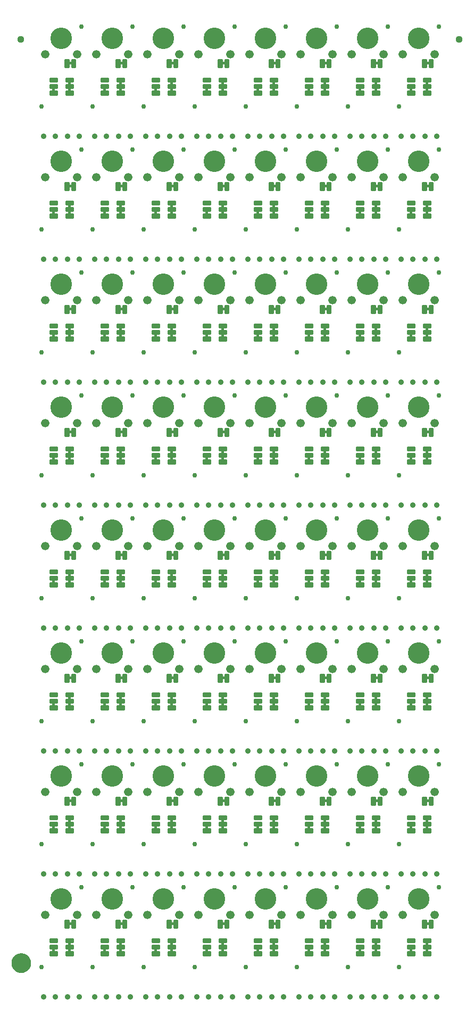
<source format=gbs>
G04 EAGLE Gerber RS-274X export*
G75*
%MOMM*%
%FSLAX34Y34*%
%LPD*%
%INSoldermask Bottom*%
%IPPOS*%
%AMOC8*
5,1,8,0,0,1.08239X$1,22.5*%
G01*
%ADD10C,0.762000*%
%ADD11C,3.429000*%
%ADD12C,0.228344*%
%ADD13C,1.327000*%
%ADD14C,0.889000*%
%ADD15C,1.127000*%
%ADD16C,1.270000*%
%ADD17C,1.627000*%

G36*
X458535Y1450352D02*
X458535Y1450352D01*
X458601Y1450354D01*
X458644Y1450372D01*
X458691Y1450380D01*
X458748Y1450414D01*
X458808Y1450439D01*
X458843Y1450470D01*
X458884Y1450495D01*
X458926Y1450546D01*
X458974Y1450590D01*
X458996Y1450632D01*
X459025Y1450669D01*
X459046Y1450731D01*
X459077Y1450790D01*
X459085Y1450844D01*
X459097Y1450881D01*
X459096Y1450921D01*
X459104Y1450975D01*
X459104Y1454785D01*
X459093Y1454850D01*
X459091Y1454916D01*
X459073Y1454959D01*
X459065Y1455006D01*
X459031Y1455063D01*
X459006Y1455123D01*
X458975Y1455158D01*
X458950Y1455199D01*
X458899Y1455241D01*
X458855Y1455289D01*
X458813Y1455311D01*
X458776Y1455340D01*
X458714Y1455361D01*
X458655Y1455392D01*
X458601Y1455400D01*
X458564Y1455412D01*
X458524Y1455411D01*
X458470Y1455419D01*
X455930Y1455419D01*
X455865Y1455408D01*
X455799Y1455406D01*
X455756Y1455388D01*
X455709Y1455380D01*
X455652Y1455346D01*
X455592Y1455321D01*
X455557Y1455290D01*
X455516Y1455265D01*
X455475Y1455214D01*
X455426Y1455170D01*
X455404Y1455128D01*
X455375Y1455091D01*
X455354Y1455029D01*
X455323Y1454970D01*
X455315Y1454916D01*
X455303Y1454879D01*
X455303Y1454875D01*
X455303Y1454874D01*
X455304Y1454839D01*
X455296Y1454785D01*
X455296Y1450975D01*
X455307Y1450910D01*
X455309Y1450844D01*
X455327Y1450801D01*
X455335Y1450754D01*
X455369Y1450697D01*
X455394Y1450637D01*
X455425Y1450602D01*
X455450Y1450561D01*
X455501Y1450520D01*
X455545Y1450471D01*
X455587Y1450449D01*
X455624Y1450420D01*
X455686Y1450399D01*
X455745Y1450368D01*
X455799Y1450360D01*
X455836Y1450348D01*
X455876Y1450349D01*
X455930Y1450341D01*
X458470Y1450341D01*
X458535Y1450352D01*
G37*
G36*
X108015Y81292D02*
X108015Y81292D01*
X108081Y81294D01*
X108124Y81312D01*
X108171Y81320D01*
X108228Y81354D01*
X108288Y81379D01*
X108323Y81410D01*
X108364Y81435D01*
X108406Y81486D01*
X108454Y81530D01*
X108476Y81572D01*
X108505Y81609D01*
X108526Y81671D01*
X108557Y81730D01*
X108565Y81784D01*
X108577Y81821D01*
X108576Y81861D01*
X108584Y81915D01*
X108584Y85725D01*
X108573Y85790D01*
X108571Y85856D01*
X108553Y85899D01*
X108545Y85946D01*
X108511Y86003D01*
X108486Y86063D01*
X108455Y86098D01*
X108430Y86139D01*
X108379Y86181D01*
X108335Y86229D01*
X108293Y86251D01*
X108256Y86280D01*
X108194Y86301D01*
X108135Y86332D01*
X108081Y86340D01*
X108044Y86352D01*
X108004Y86351D01*
X107950Y86359D01*
X105410Y86359D01*
X105345Y86348D01*
X105279Y86346D01*
X105236Y86328D01*
X105189Y86320D01*
X105132Y86286D01*
X105072Y86261D01*
X105037Y86230D01*
X104996Y86205D01*
X104955Y86154D01*
X104906Y86110D01*
X104884Y86068D01*
X104855Y86031D01*
X104834Y85969D01*
X104803Y85910D01*
X104795Y85856D01*
X104783Y85819D01*
X104783Y85815D01*
X104783Y85814D01*
X104784Y85779D01*
X104776Y85725D01*
X104776Y81915D01*
X104787Y81850D01*
X104789Y81784D01*
X104807Y81741D01*
X104815Y81694D01*
X104849Y81637D01*
X104874Y81577D01*
X104905Y81542D01*
X104930Y81501D01*
X104981Y81460D01*
X105025Y81411D01*
X105067Y81389D01*
X105104Y81360D01*
X105166Y81339D01*
X105225Y81308D01*
X105279Y81300D01*
X105316Y81288D01*
X105356Y81289D01*
X105410Y81281D01*
X107950Y81281D01*
X108015Y81292D01*
G37*
G36*
X52135Y81292D02*
X52135Y81292D01*
X52201Y81294D01*
X52244Y81312D01*
X52291Y81320D01*
X52348Y81354D01*
X52408Y81379D01*
X52443Y81410D01*
X52484Y81435D01*
X52526Y81486D01*
X52574Y81530D01*
X52596Y81572D01*
X52625Y81609D01*
X52646Y81671D01*
X52677Y81730D01*
X52685Y81784D01*
X52697Y81821D01*
X52696Y81861D01*
X52704Y81915D01*
X52704Y85725D01*
X52693Y85790D01*
X52691Y85856D01*
X52673Y85899D01*
X52665Y85946D01*
X52631Y86003D01*
X52606Y86063D01*
X52575Y86098D01*
X52550Y86139D01*
X52499Y86181D01*
X52455Y86229D01*
X52413Y86251D01*
X52376Y86280D01*
X52314Y86301D01*
X52255Y86332D01*
X52201Y86340D01*
X52164Y86352D01*
X52124Y86351D01*
X52070Y86359D01*
X49530Y86359D01*
X49465Y86348D01*
X49399Y86346D01*
X49356Y86328D01*
X49309Y86320D01*
X49252Y86286D01*
X49192Y86261D01*
X49157Y86230D01*
X49116Y86205D01*
X49075Y86154D01*
X49026Y86110D01*
X49004Y86068D01*
X48975Y86031D01*
X48954Y85969D01*
X48923Y85910D01*
X48915Y85856D01*
X48903Y85819D01*
X48903Y85815D01*
X48903Y85814D01*
X48904Y85779D01*
X48896Y85725D01*
X48896Y81915D01*
X48907Y81850D01*
X48909Y81784D01*
X48927Y81741D01*
X48935Y81694D01*
X48969Y81637D01*
X48994Y81577D01*
X49025Y81542D01*
X49050Y81501D01*
X49101Y81460D01*
X49145Y81411D01*
X49187Y81389D01*
X49224Y81360D01*
X49286Y81339D01*
X49345Y81308D01*
X49399Y81300D01*
X49436Y81288D01*
X49476Y81289D01*
X49530Y81281D01*
X52070Y81281D01*
X52135Y81292D01*
G37*
G36*
X458535Y81292D02*
X458535Y81292D01*
X458601Y81294D01*
X458644Y81312D01*
X458691Y81320D01*
X458748Y81354D01*
X458808Y81379D01*
X458843Y81410D01*
X458884Y81435D01*
X458926Y81486D01*
X458974Y81530D01*
X458996Y81572D01*
X459025Y81609D01*
X459046Y81671D01*
X459077Y81730D01*
X459085Y81784D01*
X459097Y81821D01*
X459096Y81861D01*
X459104Y81915D01*
X459104Y85725D01*
X459093Y85790D01*
X459091Y85856D01*
X459073Y85899D01*
X459065Y85946D01*
X459031Y86003D01*
X459006Y86063D01*
X458975Y86098D01*
X458950Y86139D01*
X458899Y86181D01*
X458855Y86229D01*
X458813Y86251D01*
X458776Y86280D01*
X458714Y86301D01*
X458655Y86332D01*
X458601Y86340D01*
X458564Y86352D01*
X458524Y86351D01*
X458470Y86359D01*
X455930Y86359D01*
X455865Y86348D01*
X455799Y86346D01*
X455756Y86328D01*
X455709Y86320D01*
X455652Y86286D01*
X455592Y86261D01*
X455557Y86230D01*
X455516Y86205D01*
X455475Y86154D01*
X455426Y86110D01*
X455404Y86068D01*
X455375Y86031D01*
X455354Y85969D01*
X455323Y85910D01*
X455315Y85856D01*
X455303Y85819D01*
X455303Y85815D01*
X455303Y85814D01*
X455304Y85779D01*
X455296Y85725D01*
X455296Y81915D01*
X455307Y81850D01*
X455309Y81784D01*
X455327Y81741D01*
X455335Y81694D01*
X455369Y81637D01*
X455394Y81577D01*
X455425Y81542D01*
X455450Y81501D01*
X455501Y81460D01*
X455545Y81411D01*
X455587Y81389D01*
X455624Y81360D01*
X455686Y81339D01*
X455745Y81308D01*
X455799Y81300D01*
X455836Y81288D01*
X455876Y81289D01*
X455930Y81281D01*
X458470Y81281D01*
X458535Y81292D01*
G37*
G36*
X377255Y81292D02*
X377255Y81292D01*
X377321Y81294D01*
X377364Y81312D01*
X377411Y81320D01*
X377468Y81354D01*
X377528Y81379D01*
X377563Y81410D01*
X377604Y81435D01*
X377646Y81486D01*
X377694Y81530D01*
X377716Y81572D01*
X377745Y81609D01*
X377766Y81671D01*
X377797Y81730D01*
X377805Y81784D01*
X377817Y81821D01*
X377816Y81861D01*
X377824Y81915D01*
X377824Y85725D01*
X377813Y85790D01*
X377811Y85856D01*
X377793Y85899D01*
X377785Y85946D01*
X377751Y86003D01*
X377726Y86063D01*
X377695Y86098D01*
X377670Y86139D01*
X377619Y86181D01*
X377575Y86229D01*
X377533Y86251D01*
X377496Y86280D01*
X377434Y86301D01*
X377375Y86332D01*
X377321Y86340D01*
X377284Y86352D01*
X377244Y86351D01*
X377190Y86359D01*
X374650Y86359D01*
X374585Y86348D01*
X374519Y86346D01*
X374476Y86328D01*
X374429Y86320D01*
X374372Y86286D01*
X374312Y86261D01*
X374277Y86230D01*
X374236Y86205D01*
X374195Y86154D01*
X374146Y86110D01*
X374124Y86068D01*
X374095Y86031D01*
X374074Y85969D01*
X374043Y85910D01*
X374035Y85856D01*
X374023Y85819D01*
X374023Y85815D01*
X374023Y85814D01*
X374024Y85779D01*
X374016Y85725D01*
X374016Y81915D01*
X374027Y81850D01*
X374029Y81784D01*
X374047Y81741D01*
X374055Y81694D01*
X374089Y81637D01*
X374114Y81577D01*
X374145Y81542D01*
X374170Y81501D01*
X374221Y81460D01*
X374265Y81411D01*
X374307Y81389D01*
X374344Y81360D01*
X374406Y81339D01*
X374465Y81308D01*
X374519Y81300D01*
X374556Y81288D01*
X374596Y81289D01*
X374650Y81281D01*
X377190Y81281D01*
X377255Y81292D01*
G37*
G36*
X433135Y81292D02*
X433135Y81292D01*
X433201Y81294D01*
X433244Y81312D01*
X433291Y81320D01*
X433348Y81354D01*
X433408Y81379D01*
X433443Y81410D01*
X433484Y81435D01*
X433526Y81486D01*
X433574Y81530D01*
X433596Y81572D01*
X433625Y81609D01*
X433646Y81671D01*
X433677Y81730D01*
X433685Y81784D01*
X433697Y81821D01*
X433696Y81861D01*
X433704Y81915D01*
X433704Y85725D01*
X433693Y85790D01*
X433691Y85856D01*
X433673Y85899D01*
X433665Y85946D01*
X433631Y86003D01*
X433606Y86063D01*
X433575Y86098D01*
X433550Y86139D01*
X433499Y86181D01*
X433455Y86229D01*
X433413Y86251D01*
X433376Y86280D01*
X433314Y86301D01*
X433255Y86332D01*
X433201Y86340D01*
X433164Y86352D01*
X433124Y86351D01*
X433070Y86359D01*
X430530Y86359D01*
X430465Y86348D01*
X430399Y86346D01*
X430356Y86328D01*
X430309Y86320D01*
X430252Y86286D01*
X430192Y86261D01*
X430157Y86230D01*
X430116Y86205D01*
X430075Y86154D01*
X430026Y86110D01*
X430004Y86068D01*
X429975Y86031D01*
X429954Y85969D01*
X429923Y85910D01*
X429915Y85856D01*
X429903Y85819D01*
X429903Y85815D01*
X429903Y85814D01*
X429904Y85779D01*
X429896Y85725D01*
X429896Y81915D01*
X429907Y81850D01*
X429909Y81784D01*
X429927Y81741D01*
X429935Y81694D01*
X429969Y81637D01*
X429994Y81577D01*
X430025Y81542D01*
X430050Y81501D01*
X430101Y81460D01*
X430145Y81411D01*
X430187Y81389D01*
X430224Y81360D01*
X430286Y81339D01*
X430345Y81308D01*
X430399Y81300D01*
X430436Y81288D01*
X430476Y81289D01*
X430530Y81281D01*
X433070Y81281D01*
X433135Y81292D01*
G37*
G36*
X295975Y81292D02*
X295975Y81292D01*
X296041Y81294D01*
X296084Y81312D01*
X296131Y81320D01*
X296188Y81354D01*
X296248Y81379D01*
X296283Y81410D01*
X296324Y81435D01*
X296366Y81486D01*
X296414Y81530D01*
X296436Y81572D01*
X296465Y81609D01*
X296486Y81671D01*
X296517Y81730D01*
X296525Y81784D01*
X296537Y81821D01*
X296536Y81861D01*
X296544Y81915D01*
X296544Y85725D01*
X296533Y85790D01*
X296531Y85856D01*
X296513Y85899D01*
X296505Y85946D01*
X296471Y86003D01*
X296446Y86063D01*
X296415Y86098D01*
X296390Y86139D01*
X296339Y86181D01*
X296295Y86229D01*
X296253Y86251D01*
X296216Y86280D01*
X296154Y86301D01*
X296095Y86332D01*
X296041Y86340D01*
X296004Y86352D01*
X295964Y86351D01*
X295910Y86359D01*
X293370Y86359D01*
X293305Y86348D01*
X293239Y86346D01*
X293196Y86328D01*
X293149Y86320D01*
X293092Y86286D01*
X293032Y86261D01*
X292997Y86230D01*
X292956Y86205D01*
X292915Y86154D01*
X292866Y86110D01*
X292844Y86068D01*
X292815Y86031D01*
X292794Y85969D01*
X292763Y85910D01*
X292755Y85856D01*
X292743Y85819D01*
X292743Y85815D01*
X292743Y85814D01*
X292744Y85779D01*
X292736Y85725D01*
X292736Y81915D01*
X292747Y81850D01*
X292749Y81784D01*
X292767Y81741D01*
X292775Y81694D01*
X292809Y81637D01*
X292834Y81577D01*
X292865Y81542D01*
X292890Y81501D01*
X292941Y81460D01*
X292985Y81411D01*
X293027Y81389D01*
X293064Y81360D01*
X293126Y81339D01*
X293185Y81308D01*
X293239Y81300D01*
X293276Y81288D01*
X293316Y81289D01*
X293370Y81281D01*
X295910Y81281D01*
X295975Y81292D01*
G37*
G36*
X351855Y81292D02*
X351855Y81292D01*
X351921Y81294D01*
X351964Y81312D01*
X352011Y81320D01*
X352068Y81354D01*
X352128Y81379D01*
X352163Y81410D01*
X352204Y81435D01*
X352246Y81486D01*
X352294Y81530D01*
X352316Y81572D01*
X352345Y81609D01*
X352366Y81671D01*
X352397Y81730D01*
X352405Y81784D01*
X352417Y81821D01*
X352416Y81861D01*
X352424Y81915D01*
X352424Y85725D01*
X352413Y85790D01*
X352411Y85856D01*
X352393Y85899D01*
X352385Y85946D01*
X352351Y86003D01*
X352326Y86063D01*
X352295Y86098D01*
X352270Y86139D01*
X352219Y86181D01*
X352175Y86229D01*
X352133Y86251D01*
X352096Y86280D01*
X352034Y86301D01*
X351975Y86332D01*
X351921Y86340D01*
X351884Y86352D01*
X351844Y86351D01*
X351790Y86359D01*
X349250Y86359D01*
X349185Y86348D01*
X349119Y86346D01*
X349076Y86328D01*
X349029Y86320D01*
X348972Y86286D01*
X348912Y86261D01*
X348877Y86230D01*
X348836Y86205D01*
X348795Y86154D01*
X348746Y86110D01*
X348724Y86068D01*
X348695Y86031D01*
X348674Y85969D01*
X348643Y85910D01*
X348635Y85856D01*
X348623Y85819D01*
X348623Y85815D01*
X348623Y85814D01*
X348624Y85779D01*
X348616Y85725D01*
X348616Y81915D01*
X348627Y81850D01*
X348629Y81784D01*
X348647Y81741D01*
X348655Y81694D01*
X348689Y81637D01*
X348714Y81577D01*
X348745Y81542D01*
X348770Y81501D01*
X348821Y81460D01*
X348865Y81411D01*
X348907Y81389D01*
X348944Y81360D01*
X349006Y81339D01*
X349065Y81308D01*
X349119Y81300D01*
X349156Y81288D01*
X349196Y81289D01*
X349250Y81281D01*
X351790Y81281D01*
X351855Y81292D01*
G37*
G36*
X52135Y1460512D02*
X52135Y1460512D01*
X52201Y1460514D01*
X52244Y1460532D01*
X52291Y1460540D01*
X52348Y1460574D01*
X52408Y1460599D01*
X52443Y1460630D01*
X52484Y1460655D01*
X52526Y1460706D01*
X52574Y1460750D01*
X52596Y1460792D01*
X52625Y1460829D01*
X52646Y1460891D01*
X52677Y1460950D01*
X52685Y1461004D01*
X52697Y1461041D01*
X52696Y1461081D01*
X52704Y1461135D01*
X52704Y1464945D01*
X52693Y1465010D01*
X52691Y1465076D01*
X52673Y1465119D01*
X52665Y1465166D01*
X52631Y1465223D01*
X52606Y1465283D01*
X52575Y1465318D01*
X52550Y1465359D01*
X52499Y1465401D01*
X52455Y1465449D01*
X52413Y1465471D01*
X52376Y1465500D01*
X52314Y1465521D01*
X52255Y1465552D01*
X52201Y1465560D01*
X52164Y1465572D01*
X52124Y1465571D01*
X52070Y1465579D01*
X49530Y1465579D01*
X49465Y1465568D01*
X49399Y1465566D01*
X49356Y1465548D01*
X49309Y1465540D01*
X49252Y1465506D01*
X49192Y1465481D01*
X49157Y1465450D01*
X49116Y1465425D01*
X49075Y1465374D01*
X49026Y1465330D01*
X49004Y1465288D01*
X48975Y1465251D01*
X48954Y1465189D01*
X48923Y1465130D01*
X48915Y1465076D01*
X48903Y1465039D01*
X48903Y1465035D01*
X48903Y1465034D01*
X48904Y1464999D01*
X48896Y1464945D01*
X48896Y1461135D01*
X48907Y1461070D01*
X48909Y1461004D01*
X48927Y1460961D01*
X48935Y1460914D01*
X48969Y1460857D01*
X48994Y1460797D01*
X49025Y1460762D01*
X49050Y1460721D01*
X49101Y1460680D01*
X49145Y1460631D01*
X49187Y1460609D01*
X49224Y1460580D01*
X49286Y1460559D01*
X49345Y1460528D01*
X49399Y1460520D01*
X49436Y1460508D01*
X49476Y1460509D01*
X49530Y1460501D01*
X52070Y1460501D01*
X52135Y1460512D01*
G37*
G36*
X377255Y1460512D02*
X377255Y1460512D01*
X377321Y1460514D01*
X377364Y1460532D01*
X377411Y1460540D01*
X377468Y1460574D01*
X377528Y1460599D01*
X377563Y1460630D01*
X377604Y1460655D01*
X377646Y1460706D01*
X377694Y1460750D01*
X377716Y1460792D01*
X377745Y1460829D01*
X377766Y1460891D01*
X377797Y1460950D01*
X377805Y1461004D01*
X377817Y1461041D01*
X377816Y1461081D01*
X377824Y1461135D01*
X377824Y1464945D01*
X377813Y1465010D01*
X377811Y1465076D01*
X377793Y1465119D01*
X377785Y1465166D01*
X377751Y1465223D01*
X377726Y1465283D01*
X377695Y1465318D01*
X377670Y1465359D01*
X377619Y1465401D01*
X377575Y1465449D01*
X377533Y1465471D01*
X377496Y1465500D01*
X377434Y1465521D01*
X377375Y1465552D01*
X377321Y1465560D01*
X377284Y1465572D01*
X377244Y1465571D01*
X377190Y1465579D01*
X374650Y1465579D01*
X374585Y1465568D01*
X374519Y1465566D01*
X374476Y1465548D01*
X374429Y1465540D01*
X374372Y1465506D01*
X374312Y1465481D01*
X374277Y1465450D01*
X374236Y1465425D01*
X374195Y1465374D01*
X374146Y1465330D01*
X374124Y1465288D01*
X374095Y1465251D01*
X374074Y1465189D01*
X374043Y1465130D01*
X374035Y1465076D01*
X374023Y1465039D01*
X374023Y1465035D01*
X374023Y1465034D01*
X374024Y1464999D01*
X374016Y1464945D01*
X374016Y1461135D01*
X374027Y1461070D01*
X374029Y1461004D01*
X374047Y1460961D01*
X374055Y1460914D01*
X374089Y1460857D01*
X374114Y1460797D01*
X374145Y1460762D01*
X374170Y1460721D01*
X374221Y1460680D01*
X374265Y1460631D01*
X374307Y1460609D01*
X374344Y1460580D01*
X374406Y1460559D01*
X374465Y1460528D01*
X374519Y1460520D01*
X374556Y1460508D01*
X374596Y1460509D01*
X374650Y1460501D01*
X377190Y1460501D01*
X377255Y1460512D01*
G37*
G36*
X295975Y1460512D02*
X295975Y1460512D01*
X296041Y1460514D01*
X296084Y1460532D01*
X296131Y1460540D01*
X296188Y1460574D01*
X296248Y1460599D01*
X296283Y1460630D01*
X296324Y1460655D01*
X296366Y1460706D01*
X296414Y1460750D01*
X296436Y1460792D01*
X296465Y1460829D01*
X296486Y1460891D01*
X296517Y1460950D01*
X296525Y1461004D01*
X296537Y1461041D01*
X296536Y1461081D01*
X296544Y1461135D01*
X296544Y1464945D01*
X296533Y1465010D01*
X296531Y1465076D01*
X296513Y1465119D01*
X296505Y1465166D01*
X296471Y1465223D01*
X296446Y1465283D01*
X296415Y1465318D01*
X296390Y1465359D01*
X296339Y1465401D01*
X296295Y1465449D01*
X296253Y1465471D01*
X296216Y1465500D01*
X296154Y1465521D01*
X296095Y1465552D01*
X296041Y1465560D01*
X296004Y1465572D01*
X295964Y1465571D01*
X295910Y1465579D01*
X293370Y1465579D01*
X293305Y1465568D01*
X293239Y1465566D01*
X293196Y1465548D01*
X293149Y1465540D01*
X293092Y1465506D01*
X293032Y1465481D01*
X292997Y1465450D01*
X292956Y1465425D01*
X292915Y1465374D01*
X292866Y1465330D01*
X292844Y1465288D01*
X292815Y1465251D01*
X292794Y1465189D01*
X292763Y1465130D01*
X292755Y1465076D01*
X292743Y1465039D01*
X292743Y1465035D01*
X292743Y1465034D01*
X292744Y1464999D01*
X292736Y1464945D01*
X292736Y1461135D01*
X292747Y1461070D01*
X292749Y1461004D01*
X292767Y1460961D01*
X292775Y1460914D01*
X292809Y1460857D01*
X292834Y1460797D01*
X292865Y1460762D01*
X292890Y1460721D01*
X292941Y1460680D01*
X292985Y1460631D01*
X293027Y1460609D01*
X293064Y1460580D01*
X293126Y1460559D01*
X293185Y1460528D01*
X293239Y1460520D01*
X293276Y1460508D01*
X293316Y1460509D01*
X293370Y1460501D01*
X295910Y1460501D01*
X295975Y1460512D01*
G37*
G36*
X621095Y1460512D02*
X621095Y1460512D01*
X621161Y1460514D01*
X621204Y1460532D01*
X621251Y1460540D01*
X621308Y1460574D01*
X621368Y1460599D01*
X621403Y1460630D01*
X621444Y1460655D01*
X621486Y1460706D01*
X621534Y1460750D01*
X621556Y1460792D01*
X621585Y1460829D01*
X621606Y1460891D01*
X621637Y1460950D01*
X621645Y1461004D01*
X621657Y1461041D01*
X621656Y1461081D01*
X621664Y1461135D01*
X621664Y1464945D01*
X621653Y1465010D01*
X621651Y1465076D01*
X621633Y1465119D01*
X621625Y1465166D01*
X621591Y1465223D01*
X621566Y1465283D01*
X621535Y1465318D01*
X621510Y1465359D01*
X621459Y1465401D01*
X621415Y1465449D01*
X621373Y1465471D01*
X621336Y1465500D01*
X621274Y1465521D01*
X621215Y1465552D01*
X621161Y1465560D01*
X621124Y1465572D01*
X621084Y1465571D01*
X621030Y1465579D01*
X618490Y1465579D01*
X618425Y1465568D01*
X618359Y1465566D01*
X618316Y1465548D01*
X618269Y1465540D01*
X618212Y1465506D01*
X618152Y1465481D01*
X618117Y1465450D01*
X618076Y1465425D01*
X618035Y1465374D01*
X617986Y1465330D01*
X617964Y1465288D01*
X617935Y1465251D01*
X617914Y1465189D01*
X617883Y1465130D01*
X617875Y1465076D01*
X617863Y1465039D01*
X617863Y1465035D01*
X617863Y1465034D01*
X617864Y1464999D01*
X617856Y1464945D01*
X617856Y1461135D01*
X617867Y1461070D01*
X617869Y1461004D01*
X617887Y1460961D01*
X617895Y1460914D01*
X617929Y1460857D01*
X617954Y1460797D01*
X617985Y1460762D01*
X618010Y1460721D01*
X618061Y1460680D01*
X618105Y1460631D01*
X618147Y1460609D01*
X618184Y1460580D01*
X618246Y1460559D01*
X618305Y1460528D01*
X618359Y1460520D01*
X618396Y1460508D01*
X618436Y1460509D01*
X618490Y1460501D01*
X621030Y1460501D01*
X621095Y1460512D01*
G37*
G36*
X458535Y1460512D02*
X458535Y1460512D01*
X458601Y1460514D01*
X458644Y1460532D01*
X458691Y1460540D01*
X458748Y1460574D01*
X458808Y1460599D01*
X458843Y1460630D01*
X458884Y1460655D01*
X458926Y1460706D01*
X458974Y1460750D01*
X458996Y1460792D01*
X459025Y1460829D01*
X459046Y1460891D01*
X459077Y1460950D01*
X459085Y1461004D01*
X459097Y1461041D01*
X459096Y1461081D01*
X459104Y1461135D01*
X459104Y1464945D01*
X459093Y1465010D01*
X459091Y1465076D01*
X459073Y1465119D01*
X459065Y1465166D01*
X459031Y1465223D01*
X459006Y1465283D01*
X458975Y1465318D01*
X458950Y1465359D01*
X458899Y1465401D01*
X458855Y1465449D01*
X458813Y1465471D01*
X458776Y1465500D01*
X458714Y1465521D01*
X458655Y1465552D01*
X458601Y1465560D01*
X458564Y1465572D01*
X458524Y1465571D01*
X458470Y1465579D01*
X455930Y1465579D01*
X455865Y1465568D01*
X455799Y1465566D01*
X455756Y1465548D01*
X455709Y1465540D01*
X455652Y1465506D01*
X455592Y1465481D01*
X455557Y1465450D01*
X455516Y1465425D01*
X455475Y1465374D01*
X455426Y1465330D01*
X455404Y1465288D01*
X455375Y1465251D01*
X455354Y1465189D01*
X455323Y1465130D01*
X455315Y1465076D01*
X455303Y1465039D01*
X455303Y1465035D01*
X455303Y1465034D01*
X455304Y1464999D01*
X455296Y1464945D01*
X455296Y1461135D01*
X455307Y1461070D01*
X455309Y1461004D01*
X455327Y1460961D01*
X455335Y1460914D01*
X455369Y1460857D01*
X455394Y1460797D01*
X455425Y1460762D01*
X455450Y1460721D01*
X455501Y1460680D01*
X455545Y1460631D01*
X455587Y1460609D01*
X455624Y1460580D01*
X455686Y1460559D01*
X455745Y1460528D01*
X455799Y1460520D01*
X455836Y1460508D01*
X455876Y1460509D01*
X455930Y1460501D01*
X458470Y1460501D01*
X458535Y1460512D01*
G37*
G36*
X133415Y1460512D02*
X133415Y1460512D01*
X133481Y1460514D01*
X133524Y1460532D01*
X133571Y1460540D01*
X133628Y1460574D01*
X133688Y1460599D01*
X133723Y1460630D01*
X133764Y1460655D01*
X133806Y1460706D01*
X133854Y1460750D01*
X133876Y1460792D01*
X133905Y1460829D01*
X133926Y1460891D01*
X133957Y1460950D01*
X133965Y1461004D01*
X133977Y1461041D01*
X133976Y1461081D01*
X133984Y1461135D01*
X133984Y1464945D01*
X133973Y1465010D01*
X133971Y1465076D01*
X133953Y1465119D01*
X133945Y1465166D01*
X133911Y1465223D01*
X133886Y1465283D01*
X133855Y1465318D01*
X133830Y1465359D01*
X133779Y1465401D01*
X133735Y1465449D01*
X133693Y1465471D01*
X133656Y1465500D01*
X133594Y1465521D01*
X133535Y1465552D01*
X133481Y1465560D01*
X133444Y1465572D01*
X133404Y1465571D01*
X133350Y1465579D01*
X130810Y1465579D01*
X130745Y1465568D01*
X130679Y1465566D01*
X130636Y1465548D01*
X130589Y1465540D01*
X130532Y1465506D01*
X130472Y1465481D01*
X130437Y1465450D01*
X130396Y1465425D01*
X130355Y1465374D01*
X130306Y1465330D01*
X130284Y1465288D01*
X130255Y1465251D01*
X130234Y1465189D01*
X130203Y1465130D01*
X130195Y1465076D01*
X130183Y1465039D01*
X130183Y1465035D01*
X130183Y1465034D01*
X130184Y1464999D01*
X130176Y1464945D01*
X130176Y1461135D01*
X130187Y1461070D01*
X130189Y1461004D01*
X130207Y1460961D01*
X130215Y1460914D01*
X130249Y1460857D01*
X130274Y1460797D01*
X130305Y1460762D01*
X130330Y1460721D01*
X130381Y1460680D01*
X130425Y1460631D01*
X130467Y1460609D01*
X130504Y1460580D01*
X130566Y1460559D01*
X130625Y1460528D01*
X130679Y1460520D01*
X130716Y1460508D01*
X130756Y1460509D01*
X130810Y1460501D01*
X133350Y1460501D01*
X133415Y1460512D01*
G37*
G36*
X539815Y1460512D02*
X539815Y1460512D01*
X539881Y1460514D01*
X539924Y1460532D01*
X539971Y1460540D01*
X540028Y1460574D01*
X540088Y1460599D01*
X540123Y1460630D01*
X540164Y1460655D01*
X540206Y1460706D01*
X540254Y1460750D01*
X540276Y1460792D01*
X540305Y1460829D01*
X540326Y1460891D01*
X540357Y1460950D01*
X540365Y1461004D01*
X540377Y1461041D01*
X540376Y1461081D01*
X540384Y1461135D01*
X540384Y1464945D01*
X540373Y1465010D01*
X540371Y1465076D01*
X540353Y1465119D01*
X540345Y1465166D01*
X540311Y1465223D01*
X540286Y1465283D01*
X540255Y1465318D01*
X540230Y1465359D01*
X540179Y1465401D01*
X540135Y1465449D01*
X540093Y1465471D01*
X540056Y1465500D01*
X539994Y1465521D01*
X539935Y1465552D01*
X539881Y1465560D01*
X539844Y1465572D01*
X539804Y1465571D01*
X539750Y1465579D01*
X537210Y1465579D01*
X537145Y1465568D01*
X537079Y1465566D01*
X537036Y1465548D01*
X536989Y1465540D01*
X536932Y1465506D01*
X536872Y1465481D01*
X536837Y1465450D01*
X536796Y1465425D01*
X536755Y1465374D01*
X536706Y1465330D01*
X536684Y1465288D01*
X536655Y1465251D01*
X536634Y1465189D01*
X536603Y1465130D01*
X536595Y1465076D01*
X536583Y1465039D01*
X536583Y1465035D01*
X536583Y1465034D01*
X536584Y1464999D01*
X536576Y1464945D01*
X536576Y1461135D01*
X536587Y1461070D01*
X536589Y1461004D01*
X536607Y1460961D01*
X536615Y1460914D01*
X536649Y1460857D01*
X536674Y1460797D01*
X536705Y1460762D01*
X536730Y1460721D01*
X536781Y1460680D01*
X536825Y1460631D01*
X536867Y1460609D01*
X536904Y1460580D01*
X536966Y1460559D01*
X537025Y1460528D01*
X537079Y1460520D01*
X537116Y1460508D01*
X537156Y1460509D01*
X537210Y1460501D01*
X539750Y1460501D01*
X539815Y1460512D01*
G37*
G36*
X214695Y1460512D02*
X214695Y1460512D01*
X214761Y1460514D01*
X214804Y1460532D01*
X214851Y1460540D01*
X214908Y1460574D01*
X214968Y1460599D01*
X215003Y1460630D01*
X215044Y1460655D01*
X215086Y1460706D01*
X215134Y1460750D01*
X215156Y1460792D01*
X215185Y1460829D01*
X215206Y1460891D01*
X215237Y1460950D01*
X215245Y1461004D01*
X215257Y1461041D01*
X215256Y1461081D01*
X215264Y1461135D01*
X215264Y1464945D01*
X215253Y1465010D01*
X215251Y1465076D01*
X215233Y1465119D01*
X215225Y1465166D01*
X215191Y1465223D01*
X215166Y1465283D01*
X215135Y1465318D01*
X215110Y1465359D01*
X215059Y1465401D01*
X215015Y1465449D01*
X214973Y1465471D01*
X214936Y1465500D01*
X214874Y1465521D01*
X214815Y1465552D01*
X214761Y1465560D01*
X214724Y1465572D01*
X214684Y1465571D01*
X214630Y1465579D01*
X212090Y1465579D01*
X212025Y1465568D01*
X211959Y1465566D01*
X211916Y1465548D01*
X211869Y1465540D01*
X211812Y1465506D01*
X211752Y1465481D01*
X211717Y1465450D01*
X211676Y1465425D01*
X211635Y1465374D01*
X211586Y1465330D01*
X211564Y1465288D01*
X211535Y1465251D01*
X211514Y1465189D01*
X211483Y1465130D01*
X211475Y1465076D01*
X211463Y1465039D01*
X211463Y1465035D01*
X211463Y1465034D01*
X211464Y1464999D01*
X211456Y1464945D01*
X211456Y1461135D01*
X211467Y1461070D01*
X211469Y1461004D01*
X211487Y1460961D01*
X211495Y1460914D01*
X211529Y1460857D01*
X211554Y1460797D01*
X211585Y1460762D01*
X211610Y1460721D01*
X211661Y1460680D01*
X211705Y1460631D01*
X211747Y1460609D01*
X211784Y1460580D01*
X211846Y1460559D01*
X211905Y1460528D01*
X211959Y1460520D01*
X211996Y1460508D01*
X212036Y1460509D01*
X212090Y1460501D01*
X214630Y1460501D01*
X214695Y1460512D01*
G37*
G36*
X351855Y1450352D02*
X351855Y1450352D01*
X351921Y1450354D01*
X351964Y1450372D01*
X352011Y1450380D01*
X352068Y1450414D01*
X352128Y1450439D01*
X352163Y1450470D01*
X352204Y1450495D01*
X352246Y1450546D01*
X352294Y1450590D01*
X352316Y1450632D01*
X352345Y1450669D01*
X352366Y1450731D01*
X352397Y1450790D01*
X352405Y1450844D01*
X352417Y1450881D01*
X352416Y1450921D01*
X352424Y1450975D01*
X352424Y1454785D01*
X352413Y1454850D01*
X352411Y1454916D01*
X352393Y1454959D01*
X352385Y1455006D01*
X352351Y1455063D01*
X352326Y1455123D01*
X352295Y1455158D01*
X352270Y1455199D01*
X352219Y1455241D01*
X352175Y1455289D01*
X352133Y1455311D01*
X352096Y1455340D01*
X352034Y1455361D01*
X351975Y1455392D01*
X351921Y1455400D01*
X351884Y1455412D01*
X351844Y1455411D01*
X351790Y1455419D01*
X349250Y1455419D01*
X349185Y1455408D01*
X349119Y1455406D01*
X349076Y1455388D01*
X349029Y1455380D01*
X348972Y1455346D01*
X348912Y1455321D01*
X348877Y1455290D01*
X348836Y1455265D01*
X348795Y1455214D01*
X348746Y1455170D01*
X348724Y1455128D01*
X348695Y1455091D01*
X348674Y1455029D01*
X348643Y1454970D01*
X348635Y1454916D01*
X348623Y1454879D01*
X348623Y1454875D01*
X348623Y1454874D01*
X348624Y1454839D01*
X348616Y1454785D01*
X348616Y1450975D01*
X348627Y1450910D01*
X348629Y1450844D01*
X348647Y1450801D01*
X348655Y1450754D01*
X348689Y1450697D01*
X348714Y1450637D01*
X348745Y1450602D01*
X348770Y1450561D01*
X348821Y1450520D01*
X348865Y1450471D01*
X348907Y1450449D01*
X348944Y1450420D01*
X349006Y1450399D01*
X349065Y1450368D01*
X349119Y1450360D01*
X349156Y1450348D01*
X349196Y1450349D01*
X349250Y1450341D01*
X351790Y1450341D01*
X351855Y1450352D01*
G37*
G36*
X52135Y1450352D02*
X52135Y1450352D01*
X52201Y1450354D01*
X52244Y1450372D01*
X52291Y1450380D01*
X52348Y1450414D01*
X52408Y1450439D01*
X52443Y1450470D01*
X52484Y1450495D01*
X52526Y1450546D01*
X52574Y1450590D01*
X52596Y1450632D01*
X52625Y1450669D01*
X52646Y1450731D01*
X52677Y1450790D01*
X52685Y1450844D01*
X52697Y1450881D01*
X52696Y1450921D01*
X52704Y1450975D01*
X52704Y1454785D01*
X52693Y1454850D01*
X52691Y1454916D01*
X52673Y1454959D01*
X52665Y1455006D01*
X52631Y1455063D01*
X52606Y1455123D01*
X52575Y1455158D01*
X52550Y1455199D01*
X52499Y1455241D01*
X52455Y1455289D01*
X52413Y1455311D01*
X52376Y1455340D01*
X52314Y1455361D01*
X52255Y1455392D01*
X52201Y1455400D01*
X52164Y1455412D01*
X52124Y1455411D01*
X52070Y1455419D01*
X49530Y1455419D01*
X49465Y1455408D01*
X49399Y1455406D01*
X49356Y1455388D01*
X49309Y1455380D01*
X49252Y1455346D01*
X49192Y1455321D01*
X49157Y1455290D01*
X49116Y1455265D01*
X49075Y1455214D01*
X49026Y1455170D01*
X49004Y1455128D01*
X48975Y1455091D01*
X48954Y1455029D01*
X48923Y1454970D01*
X48915Y1454916D01*
X48903Y1454879D01*
X48903Y1454875D01*
X48903Y1454874D01*
X48904Y1454839D01*
X48896Y1454785D01*
X48896Y1450975D01*
X48907Y1450910D01*
X48909Y1450844D01*
X48927Y1450801D01*
X48935Y1450754D01*
X48969Y1450697D01*
X48994Y1450637D01*
X49025Y1450602D01*
X49050Y1450561D01*
X49101Y1450520D01*
X49145Y1450471D01*
X49187Y1450449D01*
X49224Y1450420D01*
X49286Y1450399D01*
X49345Y1450368D01*
X49399Y1450360D01*
X49436Y1450348D01*
X49476Y1450349D01*
X49530Y1450341D01*
X52070Y1450341D01*
X52135Y1450352D01*
G37*
G36*
X295975Y1450352D02*
X295975Y1450352D01*
X296041Y1450354D01*
X296084Y1450372D01*
X296131Y1450380D01*
X296188Y1450414D01*
X296248Y1450439D01*
X296283Y1450470D01*
X296324Y1450495D01*
X296366Y1450546D01*
X296414Y1450590D01*
X296436Y1450632D01*
X296465Y1450669D01*
X296486Y1450731D01*
X296517Y1450790D01*
X296525Y1450844D01*
X296537Y1450881D01*
X296536Y1450921D01*
X296544Y1450975D01*
X296544Y1454785D01*
X296533Y1454850D01*
X296531Y1454916D01*
X296513Y1454959D01*
X296505Y1455006D01*
X296471Y1455063D01*
X296446Y1455123D01*
X296415Y1455158D01*
X296390Y1455199D01*
X296339Y1455241D01*
X296295Y1455289D01*
X296253Y1455311D01*
X296216Y1455340D01*
X296154Y1455361D01*
X296095Y1455392D01*
X296041Y1455400D01*
X296004Y1455412D01*
X295964Y1455411D01*
X295910Y1455419D01*
X293370Y1455419D01*
X293305Y1455408D01*
X293239Y1455406D01*
X293196Y1455388D01*
X293149Y1455380D01*
X293092Y1455346D01*
X293032Y1455321D01*
X292997Y1455290D01*
X292956Y1455265D01*
X292915Y1455214D01*
X292866Y1455170D01*
X292844Y1455128D01*
X292815Y1455091D01*
X292794Y1455029D01*
X292763Y1454970D01*
X292755Y1454916D01*
X292743Y1454879D01*
X292743Y1454875D01*
X292743Y1454874D01*
X292744Y1454839D01*
X292736Y1454785D01*
X292736Y1450975D01*
X292747Y1450910D01*
X292749Y1450844D01*
X292767Y1450801D01*
X292775Y1450754D01*
X292809Y1450697D01*
X292834Y1450637D01*
X292865Y1450602D01*
X292890Y1450561D01*
X292941Y1450520D01*
X292985Y1450471D01*
X293027Y1450449D01*
X293064Y1450420D01*
X293126Y1450399D01*
X293185Y1450368D01*
X293239Y1450360D01*
X293276Y1450348D01*
X293316Y1450349D01*
X293370Y1450341D01*
X295910Y1450341D01*
X295975Y1450352D01*
G37*
G36*
X595695Y1450352D02*
X595695Y1450352D01*
X595761Y1450354D01*
X595804Y1450372D01*
X595851Y1450380D01*
X595908Y1450414D01*
X595968Y1450439D01*
X596003Y1450470D01*
X596044Y1450495D01*
X596086Y1450546D01*
X596134Y1450590D01*
X596156Y1450632D01*
X596185Y1450669D01*
X596206Y1450731D01*
X596237Y1450790D01*
X596245Y1450844D01*
X596257Y1450881D01*
X596256Y1450921D01*
X596264Y1450975D01*
X596264Y1454785D01*
X596253Y1454850D01*
X596251Y1454916D01*
X596233Y1454959D01*
X596225Y1455006D01*
X596191Y1455063D01*
X596166Y1455123D01*
X596135Y1455158D01*
X596110Y1455199D01*
X596059Y1455241D01*
X596015Y1455289D01*
X595973Y1455311D01*
X595936Y1455340D01*
X595874Y1455361D01*
X595815Y1455392D01*
X595761Y1455400D01*
X595724Y1455412D01*
X595684Y1455411D01*
X595630Y1455419D01*
X593090Y1455419D01*
X593025Y1455408D01*
X592959Y1455406D01*
X592916Y1455388D01*
X592869Y1455380D01*
X592812Y1455346D01*
X592752Y1455321D01*
X592717Y1455290D01*
X592676Y1455265D01*
X592635Y1455214D01*
X592586Y1455170D01*
X592564Y1455128D01*
X592535Y1455091D01*
X592514Y1455029D01*
X592483Y1454970D01*
X592475Y1454916D01*
X592463Y1454879D01*
X592463Y1454875D01*
X592463Y1454874D01*
X592464Y1454839D01*
X592456Y1454785D01*
X592456Y1450975D01*
X592467Y1450910D01*
X592469Y1450844D01*
X592487Y1450801D01*
X592495Y1450754D01*
X592529Y1450697D01*
X592554Y1450637D01*
X592585Y1450602D01*
X592610Y1450561D01*
X592661Y1450520D01*
X592705Y1450471D01*
X592747Y1450449D01*
X592784Y1450420D01*
X592846Y1450399D01*
X592905Y1450368D01*
X592959Y1450360D01*
X592996Y1450348D01*
X593036Y1450349D01*
X593090Y1450341D01*
X595630Y1450341D01*
X595695Y1450352D01*
G37*
G36*
X377255Y1450352D02*
X377255Y1450352D01*
X377321Y1450354D01*
X377364Y1450372D01*
X377411Y1450380D01*
X377468Y1450414D01*
X377528Y1450439D01*
X377563Y1450470D01*
X377604Y1450495D01*
X377646Y1450546D01*
X377694Y1450590D01*
X377716Y1450632D01*
X377745Y1450669D01*
X377766Y1450731D01*
X377797Y1450790D01*
X377805Y1450844D01*
X377817Y1450881D01*
X377816Y1450921D01*
X377824Y1450975D01*
X377824Y1454785D01*
X377813Y1454850D01*
X377811Y1454916D01*
X377793Y1454959D01*
X377785Y1455006D01*
X377751Y1455063D01*
X377726Y1455123D01*
X377695Y1455158D01*
X377670Y1455199D01*
X377619Y1455241D01*
X377575Y1455289D01*
X377533Y1455311D01*
X377496Y1455340D01*
X377434Y1455361D01*
X377375Y1455392D01*
X377321Y1455400D01*
X377284Y1455412D01*
X377244Y1455411D01*
X377190Y1455419D01*
X374650Y1455419D01*
X374585Y1455408D01*
X374519Y1455406D01*
X374476Y1455388D01*
X374429Y1455380D01*
X374372Y1455346D01*
X374312Y1455321D01*
X374277Y1455290D01*
X374236Y1455265D01*
X374195Y1455214D01*
X374146Y1455170D01*
X374124Y1455128D01*
X374095Y1455091D01*
X374074Y1455029D01*
X374043Y1454970D01*
X374035Y1454916D01*
X374023Y1454879D01*
X374023Y1454875D01*
X374023Y1454874D01*
X374024Y1454839D01*
X374016Y1454785D01*
X374016Y1450975D01*
X374027Y1450910D01*
X374029Y1450844D01*
X374047Y1450801D01*
X374055Y1450754D01*
X374089Y1450697D01*
X374114Y1450637D01*
X374145Y1450602D01*
X374170Y1450561D01*
X374221Y1450520D01*
X374265Y1450471D01*
X374307Y1450449D01*
X374344Y1450420D01*
X374406Y1450399D01*
X374465Y1450368D01*
X374519Y1450360D01*
X374556Y1450348D01*
X374596Y1450349D01*
X374650Y1450341D01*
X377190Y1450341D01*
X377255Y1450352D01*
G37*
G36*
X133415Y1450352D02*
X133415Y1450352D01*
X133481Y1450354D01*
X133524Y1450372D01*
X133571Y1450380D01*
X133628Y1450414D01*
X133688Y1450439D01*
X133723Y1450470D01*
X133764Y1450495D01*
X133806Y1450546D01*
X133854Y1450590D01*
X133876Y1450632D01*
X133905Y1450669D01*
X133926Y1450731D01*
X133957Y1450790D01*
X133965Y1450844D01*
X133977Y1450881D01*
X133976Y1450921D01*
X133984Y1450975D01*
X133984Y1454785D01*
X133973Y1454850D01*
X133971Y1454916D01*
X133953Y1454959D01*
X133945Y1455006D01*
X133911Y1455063D01*
X133886Y1455123D01*
X133855Y1455158D01*
X133830Y1455199D01*
X133779Y1455241D01*
X133735Y1455289D01*
X133693Y1455311D01*
X133656Y1455340D01*
X133594Y1455361D01*
X133535Y1455392D01*
X133481Y1455400D01*
X133444Y1455412D01*
X133404Y1455411D01*
X133350Y1455419D01*
X130810Y1455419D01*
X130745Y1455408D01*
X130679Y1455406D01*
X130636Y1455388D01*
X130589Y1455380D01*
X130532Y1455346D01*
X130472Y1455321D01*
X130437Y1455290D01*
X130396Y1455265D01*
X130355Y1455214D01*
X130306Y1455170D01*
X130284Y1455128D01*
X130255Y1455091D01*
X130234Y1455029D01*
X130203Y1454970D01*
X130195Y1454916D01*
X130183Y1454879D01*
X130183Y1454875D01*
X130183Y1454874D01*
X130184Y1454839D01*
X130176Y1454785D01*
X130176Y1450975D01*
X130187Y1450910D01*
X130189Y1450844D01*
X130207Y1450801D01*
X130215Y1450754D01*
X130249Y1450697D01*
X130274Y1450637D01*
X130305Y1450602D01*
X130330Y1450561D01*
X130381Y1450520D01*
X130425Y1450471D01*
X130467Y1450449D01*
X130504Y1450420D01*
X130566Y1450399D01*
X130625Y1450368D01*
X130679Y1450360D01*
X130716Y1450348D01*
X130756Y1450349D01*
X130810Y1450341D01*
X133350Y1450341D01*
X133415Y1450352D01*
G37*
G36*
X108015Y1450352D02*
X108015Y1450352D01*
X108081Y1450354D01*
X108124Y1450372D01*
X108171Y1450380D01*
X108228Y1450414D01*
X108288Y1450439D01*
X108323Y1450470D01*
X108364Y1450495D01*
X108406Y1450546D01*
X108454Y1450590D01*
X108476Y1450632D01*
X108505Y1450669D01*
X108526Y1450731D01*
X108557Y1450790D01*
X108565Y1450844D01*
X108577Y1450881D01*
X108576Y1450921D01*
X108584Y1450975D01*
X108584Y1454785D01*
X108573Y1454850D01*
X108571Y1454916D01*
X108553Y1454959D01*
X108545Y1455006D01*
X108511Y1455063D01*
X108486Y1455123D01*
X108455Y1455158D01*
X108430Y1455199D01*
X108379Y1455241D01*
X108335Y1455289D01*
X108293Y1455311D01*
X108256Y1455340D01*
X108194Y1455361D01*
X108135Y1455392D01*
X108081Y1455400D01*
X108044Y1455412D01*
X108004Y1455411D01*
X107950Y1455419D01*
X105410Y1455419D01*
X105345Y1455408D01*
X105279Y1455406D01*
X105236Y1455388D01*
X105189Y1455380D01*
X105132Y1455346D01*
X105072Y1455321D01*
X105037Y1455290D01*
X104996Y1455265D01*
X104955Y1455214D01*
X104906Y1455170D01*
X104884Y1455128D01*
X104855Y1455091D01*
X104834Y1455029D01*
X104803Y1454970D01*
X104795Y1454916D01*
X104783Y1454879D01*
X104783Y1454875D01*
X104783Y1454874D01*
X104784Y1454839D01*
X104776Y1454785D01*
X104776Y1450975D01*
X104787Y1450910D01*
X104789Y1450844D01*
X104807Y1450801D01*
X104815Y1450754D01*
X104849Y1450697D01*
X104874Y1450637D01*
X104905Y1450602D01*
X104930Y1450561D01*
X104981Y1450520D01*
X105025Y1450471D01*
X105067Y1450449D01*
X105104Y1450420D01*
X105166Y1450399D01*
X105225Y1450368D01*
X105279Y1450360D01*
X105316Y1450348D01*
X105356Y1450349D01*
X105410Y1450341D01*
X107950Y1450341D01*
X108015Y1450352D01*
G37*
G36*
X26735Y1450352D02*
X26735Y1450352D01*
X26801Y1450354D01*
X26844Y1450372D01*
X26891Y1450380D01*
X26948Y1450414D01*
X27008Y1450439D01*
X27043Y1450470D01*
X27084Y1450495D01*
X27126Y1450546D01*
X27174Y1450590D01*
X27196Y1450632D01*
X27225Y1450669D01*
X27246Y1450731D01*
X27277Y1450790D01*
X27285Y1450844D01*
X27297Y1450881D01*
X27296Y1450921D01*
X27304Y1450975D01*
X27304Y1454785D01*
X27293Y1454850D01*
X27291Y1454916D01*
X27273Y1454959D01*
X27265Y1455006D01*
X27231Y1455063D01*
X27206Y1455123D01*
X27175Y1455158D01*
X27150Y1455199D01*
X27099Y1455241D01*
X27055Y1455289D01*
X27013Y1455311D01*
X26976Y1455340D01*
X26914Y1455361D01*
X26855Y1455392D01*
X26801Y1455400D01*
X26764Y1455412D01*
X26724Y1455411D01*
X26670Y1455419D01*
X24130Y1455419D01*
X24065Y1455408D01*
X23999Y1455406D01*
X23956Y1455388D01*
X23909Y1455380D01*
X23852Y1455346D01*
X23792Y1455321D01*
X23757Y1455290D01*
X23716Y1455265D01*
X23675Y1455214D01*
X23626Y1455170D01*
X23604Y1455128D01*
X23575Y1455091D01*
X23554Y1455029D01*
X23523Y1454970D01*
X23515Y1454916D01*
X23503Y1454879D01*
X23503Y1454875D01*
X23503Y1454874D01*
X23504Y1454839D01*
X23496Y1454785D01*
X23496Y1450975D01*
X23507Y1450910D01*
X23509Y1450844D01*
X23527Y1450801D01*
X23535Y1450754D01*
X23569Y1450697D01*
X23594Y1450637D01*
X23625Y1450602D01*
X23650Y1450561D01*
X23701Y1450520D01*
X23745Y1450471D01*
X23787Y1450449D01*
X23824Y1450420D01*
X23886Y1450399D01*
X23945Y1450368D01*
X23999Y1450360D01*
X24036Y1450348D01*
X24076Y1450349D01*
X24130Y1450341D01*
X26670Y1450341D01*
X26735Y1450352D01*
G37*
G36*
X214695Y1450352D02*
X214695Y1450352D01*
X214761Y1450354D01*
X214804Y1450372D01*
X214851Y1450380D01*
X214908Y1450414D01*
X214968Y1450439D01*
X215003Y1450470D01*
X215044Y1450495D01*
X215086Y1450546D01*
X215134Y1450590D01*
X215156Y1450632D01*
X215185Y1450669D01*
X215206Y1450731D01*
X215237Y1450790D01*
X215245Y1450844D01*
X215257Y1450881D01*
X215256Y1450921D01*
X215264Y1450975D01*
X215264Y1454785D01*
X215253Y1454850D01*
X215251Y1454916D01*
X215233Y1454959D01*
X215225Y1455006D01*
X215191Y1455063D01*
X215166Y1455123D01*
X215135Y1455158D01*
X215110Y1455199D01*
X215059Y1455241D01*
X215015Y1455289D01*
X214973Y1455311D01*
X214936Y1455340D01*
X214874Y1455361D01*
X214815Y1455392D01*
X214761Y1455400D01*
X214724Y1455412D01*
X214684Y1455411D01*
X214630Y1455419D01*
X212090Y1455419D01*
X212025Y1455408D01*
X211959Y1455406D01*
X211916Y1455388D01*
X211869Y1455380D01*
X211812Y1455346D01*
X211752Y1455321D01*
X211717Y1455290D01*
X211676Y1455265D01*
X211635Y1455214D01*
X211586Y1455170D01*
X211564Y1455128D01*
X211535Y1455091D01*
X211514Y1455029D01*
X211483Y1454970D01*
X211475Y1454916D01*
X211463Y1454879D01*
X211463Y1454875D01*
X211463Y1454874D01*
X211464Y1454839D01*
X211456Y1454785D01*
X211456Y1450975D01*
X211467Y1450910D01*
X211469Y1450844D01*
X211487Y1450801D01*
X211495Y1450754D01*
X211529Y1450697D01*
X211554Y1450637D01*
X211585Y1450602D01*
X211610Y1450561D01*
X211661Y1450520D01*
X211705Y1450471D01*
X211747Y1450449D01*
X211784Y1450420D01*
X211846Y1450399D01*
X211905Y1450368D01*
X211959Y1450360D01*
X211996Y1450348D01*
X212036Y1450349D01*
X212090Y1450341D01*
X214630Y1450341D01*
X214695Y1450352D01*
G37*
G36*
X295975Y1254772D02*
X295975Y1254772D01*
X296041Y1254774D01*
X296084Y1254792D01*
X296131Y1254800D01*
X296188Y1254834D01*
X296248Y1254859D01*
X296283Y1254890D01*
X296324Y1254915D01*
X296366Y1254966D01*
X296414Y1255010D01*
X296436Y1255052D01*
X296465Y1255089D01*
X296486Y1255151D01*
X296517Y1255210D01*
X296525Y1255264D01*
X296537Y1255301D01*
X296536Y1255341D01*
X296544Y1255395D01*
X296544Y1259205D01*
X296533Y1259270D01*
X296531Y1259336D01*
X296513Y1259379D01*
X296505Y1259426D01*
X296471Y1259483D01*
X296446Y1259543D01*
X296415Y1259578D01*
X296390Y1259619D01*
X296339Y1259661D01*
X296295Y1259709D01*
X296253Y1259731D01*
X296216Y1259760D01*
X296154Y1259781D01*
X296095Y1259812D01*
X296041Y1259820D01*
X296004Y1259832D01*
X295964Y1259831D01*
X295910Y1259839D01*
X293370Y1259839D01*
X293305Y1259828D01*
X293239Y1259826D01*
X293196Y1259808D01*
X293149Y1259800D01*
X293092Y1259766D01*
X293032Y1259741D01*
X292997Y1259710D01*
X292956Y1259685D01*
X292915Y1259634D01*
X292866Y1259590D01*
X292844Y1259548D01*
X292815Y1259511D01*
X292794Y1259449D01*
X292763Y1259390D01*
X292755Y1259336D01*
X292743Y1259299D01*
X292743Y1259295D01*
X292743Y1259294D01*
X292744Y1259259D01*
X292736Y1259205D01*
X292736Y1255395D01*
X292747Y1255330D01*
X292749Y1255264D01*
X292767Y1255221D01*
X292775Y1255174D01*
X292809Y1255117D01*
X292834Y1255057D01*
X292865Y1255022D01*
X292890Y1254981D01*
X292941Y1254940D01*
X292985Y1254891D01*
X293027Y1254869D01*
X293064Y1254840D01*
X293126Y1254819D01*
X293185Y1254788D01*
X293239Y1254780D01*
X293276Y1254768D01*
X293316Y1254769D01*
X293370Y1254761D01*
X295910Y1254761D01*
X295975Y1254772D01*
G37*
G36*
X621095Y1450352D02*
X621095Y1450352D01*
X621161Y1450354D01*
X621204Y1450372D01*
X621251Y1450380D01*
X621308Y1450414D01*
X621368Y1450439D01*
X621403Y1450470D01*
X621444Y1450495D01*
X621486Y1450546D01*
X621534Y1450590D01*
X621556Y1450632D01*
X621585Y1450669D01*
X621606Y1450731D01*
X621637Y1450790D01*
X621645Y1450844D01*
X621657Y1450881D01*
X621656Y1450921D01*
X621664Y1450975D01*
X621664Y1454785D01*
X621653Y1454850D01*
X621651Y1454916D01*
X621633Y1454959D01*
X621625Y1455006D01*
X621591Y1455063D01*
X621566Y1455123D01*
X621535Y1455158D01*
X621510Y1455199D01*
X621459Y1455241D01*
X621415Y1455289D01*
X621373Y1455311D01*
X621336Y1455340D01*
X621274Y1455361D01*
X621215Y1455392D01*
X621161Y1455400D01*
X621124Y1455412D01*
X621084Y1455411D01*
X621030Y1455419D01*
X618490Y1455419D01*
X618425Y1455408D01*
X618359Y1455406D01*
X618316Y1455388D01*
X618269Y1455380D01*
X618212Y1455346D01*
X618152Y1455321D01*
X618117Y1455290D01*
X618076Y1455265D01*
X618035Y1455214D01*
X617986Y1455170D01*
X617964Y1455128D01*
X617935Y1455091D01*
X617914Y1455029D01*
X617883Y1454970D01*
X617875Y1454916D01*
X617863Y1454879D01*
X617863Y1454875D01*
X617863Y1454874D01*
X617864Y1454839D01*
X617856Y1454785D01*
X617856Y1450975D01*
X617867Y1450910D01*
X617869Y1450844D01*
X617887Y1450801D01*
X617895Y1450754D01*
X617929Y1450697D01*
X617954Y1450637D01*
X617985Y1450602D01*
X618010Y1450561D01*
X618061Y1450520D01*
X618105Y1450471D01*
X618147Y1450449D01*
X618184Y1450420D01*
X618246Y1450399D01*
X618305Y1450368D01*
X618359Y1450360D01*
X618396Y1450348D01*
X618436Y1450349D01*
X618490Y1450341D01*
X621030Y1450341D01*
X621095Y1450352D01*
G37*
G36*
X270575Y1450352D02*
X270575Y1450352D01*
X270641Y1450354D01*
X270684Y1450372D01*
X270731Y1450380D01*
X270788Y1450414D01*
X270848Y1450439D01*
X270883Y1450470D01*
X270924Y1450495D01*
X270966Y1450546D01*
X271014Y1450590D01*
X271036Y1450632D01*
X271065Y1450669D01*
X271086Y1450731D01*
X271117Y1450790D01*
X271125Y1450844D01*
X271137Y1450881D01*
X271136Y1450921D01*
X271144Y1450975D01*
X271144Y1454785D01*
X271133Y1454850D01*
X271131Y1454916D01*
X271113Y1454959D01*
X271105Y1455006D01*
X271071Y1455063D01*
X271046Y1455123D01*
X271015Y1455158D01*
X270990Y1455199D01*
X270939Y1455241D01*
X270895Y1455289D01*
X270853Y1455311D01*
X270816Y1455340D01*
X270754Y1455361D01*
X270695Y1455392D01*
X270641Y1455400D01*
X270604Y1455412D01*
X270564Y1455411D01*
X270510Y1455419D01*
X267970Y1455419D01*
X267905Y1455408D01*
X267839Y1455406D01*
X267796Y1455388D01*
X267749Y1455380D01*
X267692Y1455346D01*
X267632Y1455321D01*
X267597Y1455290D01*
X267556Y1455265D01*
X267515Y1455214D01*
X267466Y1455170D01*
X267444Y1455128D01*
X267415Y1455091D01*
X267394Y1455029D01*
X267363Y1454970D01*
X267355Y1454916D01*
X267343Y1454879D01*
X267343Y1454875D01*
X267343Y1454874D01*
X267344Y1454839D01*
X267336Y1454785D01*
X267336Y1450975D01*
X267347Y1450910D01*
X267349Y1450844D01*
X267367Y1450801D01*
X267375Y1450754D01*
X267409Y1450697D01*
X267434Y1450637D01*
X267465Y1450602D01*
X267490Y1450561D01*
X267541Y1450520D01*
X267585Y1450471D01*
X267627Y1450449D01*
X267664Y1450420D01*
X267726Y1450399D01*
X267785Y1450368D01*
X267839Y1450360D01*
X267876Y1450348D01*
X267916Y1450349D01*
X267970Y1450341D01*
X270510Y1450341D01*
X270575Y1450352D01*
G37*
G36*
X539815Y1450352D02*
X539815Y1450352D01*
X539881Y1450354D01*
X539924Y1450372D01*
X539971Y1450380D01*
X540028Y1450414D01*
X540088Y1450439D01*
X540123Y1450470D01*
X540164Y1450495D01*
X540206Y1450546D01*
X540254Y1450590D01*
X540276Y1450632D01*
X540305Y1450669D01*
X540326Y1450731D01*
X540357Y1450790D01*
X540365Y1450844D01*
X540377Y1450881D01*
X540376Y1450921D01*
X540384Y1450975D01*
X540384Y1454785D01*
X540373Y1454850D01*
X540371Y1454916D01*
X540353Y1454959D01*
X540345Y1455006D01*
X540311Y1455063D01*
X540286Y1455123D01*
X540255Y1455158D01*
X540230Y1455199D01*
X540179Y1455241D01*
X540135Y1455289D01*
X540093Y1455311D01*
X540056Y1455340D01*
X539994Y1455361D01*
X539935Y1455392D01*
X539881Y1455400D01*
X539844Y1455412D01*
X539804Y1455411D01*
X539750Y1455419D01*
X537210Y1455419D01*
X537145Y1455408D01*
X537079Y1455406D01*
X537036Y1455388D01*
X536989Y1455380D01*
X536932Y1455346D01*
X536872Y1455321D01*
X536837Y1455290D01*
X536796Y1455265D01*
X536755Y1455214D01*
X536706Y1455170D01*
X536684Y1455128D01*
X536655Y1455091D01*
X536634Y1455029D01*
X536603Y1454970D01*
X536595Y1454916D01*
X536583Y1454879D01*
X536583Y1454875D01*
X536583Y1454874D01*
X536584Y1454839D01*
X536576Y1454785D01*
X536576Y1450975D01*
X536587Y1450910D01*
X536589Y1450844D01*
X536607Y1450801D01*
X536615Y1450754D01*
X536649Y1450697D01*
X536674Y1450637D01*
X536705Y1450602D01*
X536730Y1450561D01*
X536781Y1450520D01*
X536825Y1450471D01*
X536867Y1450449D01*
X536904Y1450420D01*
X536966Y1450399D01*
X537025Y1450368D01*
X537079Y1450360D01*
X537116Y1450348D01*
X537156Y1450349D01*
X537210Y1450341D01*
X539750Y1450341D01*
X539815Y1450352D01*
G37*
G36*
X514415Y1450352D02*
X514415Y1450352D01*
X514481Y1450354D01*
X514524Y1450372D01*
X514571Y1450380D01*
X514628Y1450414D01*
X514688Y1450439D01*
X514723Y1450470D01*
X514764Y1450495D01*
X514806Y1450546D01*
X514854Y1450590D01*
X514876Y1450632D01*
X514905Y1450669D01*
X514926Y1450731D01*
X514957Y1450790D01*
X514965Y1450844D01*
X514977Y1450881D01*
X514976Y1450921D01*
X514984Y1450975D01*
X514984Y1454785D01*
X514973Y1454850D01*
X514971Y1454916D01*
X514953Y1454959D01*
X514945Y1455006D01*
X514911Y1455063D01*
X514886Y1455123D01*
X514855Y1455158D01*
X514830Y1455199D01*
X514779Y1455241D01*
X514735Y1455289D01*
X514693Y1455311D01*
X514656Y1455340D01*
X514594Y1455361D01*
X514535Y1455392D01*
X514481Y1455400D01*
X514444Y1455412D01*
X514404Y1455411D01*
X514350Y1455419D01*
X511810Y1455419D01*
X511745Y1455408D01*
X511679Y1455406D01*
X511636Y1455388D01*
X511589Y1455380D01*
X511532Y1455346D01*
X511472Y1455321D01*
X511437Y1455290D01*
X511396Y1455265D01*
X511355Y1455214D01*
X511306Y1455170D01*
X511284Y1455128D01*
X511255Y1455091D01*
X511234Y1455029D01*
X511203Y1454970D01*
X511195Y1454916D01*
X511183Y1454879D01*
X511183Y1454875D01*
X511183Y1454874D01*
X511184Y1454839D01*
X511176Y1454785D01*
X511176Y1450975D01*
X511187Y1450910D01*
X511189Y1450844D01*
X511207Y1450801D01*
X511215Y1450754D01*
X511249Y1450697D01*
X511274Y1450637D01*
X511305Y1450602D01*
X511330Y1450561D01*
X511381Y1450520D01*
X511425Y1450471D01*
X511467Y1450449D01*
X511504Y1450420D01*
X511566Y1450399D01*
X511625Y1450368D01*
X511679Y1450360D01*
X511716Y1450348D01*
X511756Y1450349D01*
X511810Y1450341D01*
X514350Y1450341D01*
X514415Y1450352D01*
G37*
G36*
X189295Y1450352D02*
X189295Y1450352D01*
X189361Y1450354D01*
X189404Y1450372D01*
X189451Y1450380D01*
X189508Y1450414D01*
X189568Y1450439D01*
X189603Y1450470D01*
X189644Y1450495D01*
X189686Y1450546D01*
X189734Y1450590D01*
X189756Y1450632D01*
X189785Y1450669D01*
X189806Y1450731D01*
X189837Y1450790D01*
X189845Y1450844D01*
X189857Y1450881D01*
X189856Y1450921D01*
X189864Y1450975D01*
X189864Y1454785D01*
X189853Y1454850D01*
X189851Y1454916D01*
X189833Y1454959D01*
X189825Y1455006D01*
X189791Y1455063D01*
X189766Y1455123D01*
X189735Y1455158D01*
X189710Y1455199D01*
X189659Y1455241D01*
X189615Y1455289D01*
X189573Y1455311D01*
X189536Y1455340D01*
X189474Y1455361D01*
X189415Y1455392D01*
X189361Y1455400D01*
X189324Y1455412D01*
X189284Y1455411D01*
X189230Y1455419D01*
X186690Y1455419D01*
X186625Y1455408D01*
X186559Y1455406D01*
X186516Y1455388D01*
X186469Y1455380D01*
X186412Y1455346D01*
X186352Y1455321D01*
X186317Y1455290D01*
X186276Y1455265D01*
X186235Y1455214D01*
X186186Y1455170D01*
X186164Y1455128D01*
X186135Y1455091D01*
X186114Y1455029D01*
X186083Y1454970D01*
X186075Y1454916D01*
X186063Y1454879D01*
X186063Y1454875D01*
X186063Y1454874D01*
X186064Y1454839D01*
X186056Y1454785D01*
X186056Y1450975D01*
X186067Y1450910D01*
X186069Y1450844D01*
X186087Y1450801D01*
X186095Y1450754D01*
X186129Y1450697D01*
X186154Y1450637D01*
X186185Y1450602D01*
X186210Y1450561D01*
X186261Y1450520D01*
X186305Y1450471D01*
X186347Y1450449D01*
X186384Y1450420D01*
X186446Y1450399D01*
X186505Y1450368D01*
X186559Y1450360D01*
X186596Y1450348D01*
X186636Y1450349D01*
X186690Y1450341D01*
X189230Y1450341D01*
X189295Y1450352D01*
G37*
G36*
X433135Y1450352D02*
X433135Y1450352D01*
X433201Y1450354D01*
X433244Y1450372D01*
X433291Y1450380D01*
X433348Y1450414D01*
X433408Y1450439D01*
X433443Y1450470D01*
X433484Y1450495D01*
X433526Y1450546D01*
X433574Y1450590D01*
X433596Y1450632D01*
X433625Y1450669D01*
X433646Y1450731D01*
X433677Y1450790D01*
X433685Y1450844D01*
X433697Y1450881D01*
X433696Y1450921D01*
X433704Y1450975D01*
X433704Y1454785D01*
X433693Y1454850D01*
X433691Y1454916D01*
X433673Y1454959D01*
X433665Y1455006D01*
X433631Y1455063D01*
X433606Y1455123D01*
X433575Y1455158D01*
X433550Y1455199D01*
X433499Y1455241D01*
X433455Y1455289D01*
X433413Y1455311D01*
X433376Y1455340D01*
X433314Y1455361D01*
X433255Y1455392D01*
X433201Y1455400D01*
X433164Y1455412D01*
X433124Y1455411D01*
X433070Y1455419D01*
X430530Y1455419D01*
X430465Y1455408D01*
X430399Y1455406D01*
X430356Y1455388D01*
X430309Y1455380D01*
X430252Y1455346D01*
X430192Y1455321D01*
X430157Y1455290D01*
X430116Y1455265D01*
X430075Y1455214D01*
X430026Y1455170D01*
X430004Y1455128D01*
X429975Y1455091D01*
X429954Y1455029D01*
X429923Y1454970D01*
X429915Y1454916D01*
X429903Y1454879D01*
X429903Y1454875D01*
X429903Y1454874D01*
X429904Y1454839D01*
X429896Y1454785D01*
X429896Y1450975D01*
X429907Y1450910D01*
X429909Y1450844D01*
X429927Y1450801D01*
X429935Y1450754D01*
X429969Y1450697D01*
X429994Y1450637D01*
X430025Y1450602D01*
X430050Y1450561D01*
X430101Y1450520D01*
X430145Y1450471D01*
X430187Y1450449D01*
X430224Y1450420D01*
X430286Y1450399D01*
X430345Y1450368D01*
X430399Y1450360D01*
X430436Y1450348D01*
X430476Y1450349D01*
X430530Y1450341D01*
X433070Y1450341D01*
X433135Y1450352D01*
G37*
G36*
X539815Y276872D02*
X539815Y276872D01*
X539881Y276874D01*
X539924Y276892D01*
X539971Y276900D01*
X540028Y276934D01*
X540088Y276959D01*
X540123Y276990D01*
X540164Y277015D01*
X540206Y277066D01*
X540254Y277110D01*
X540276Y277152D01*
X540305Y277189D01*
X540326Y277251D01*
X540357Y277310D01*
X540365Y277364D01*
X540377Y277401D01*
X540376Y277441D01*
X540384Y277495D01*
X540384Y281305D01*
X540373Y281370D01*
X540371Y281436D01*
X540353Y281479D01*
X540345Y281526D01*
X540311Y281583D01*
X540286Y281643D01*
X540255Y281678D01*
X540230Y281719D01*
X540179Y281761D01*
X540135Y281809D01*
X540093Y281831D01*
X540056Y281860D01*
X539994Y281881D01*
X539935Y281912D01*
X539881Y281920D01*
X539844Y281932D01*
X539804Y281931D01*
X539750Y281939D01*
X537210Y281939D01*
X537145Y281928D01*
X537079Y281926D01*
X537036Y281908D01*
X536989Y281900D01*
X536932Y281866D01*
X536872Y281841D01*
X536837Y281810D01*
X536796Y281785D01*
X536755Y281734D01*
X536706Y281690D01*
X536684Y281648D01*
X536655Y281611D01*
X536634Y281549D01*
X536603Y281490D01*
X536595Y281436D01*
X536583Y281399D01*
X536583Y281395D01*
X536583Y281394D01*
X536584Y281359D01*
X536576Y281305D01*
X536576Y277495D01*
X536587Y277430D01*
X536589Y277364D01*
X536607Y277321D01*
X536615Y277274D01*
X536649Y277217D01*
X536674Y277157D01*
X536705Y277122D01*
X536730Y277081D01*
X536781Y277040D01*
X536825Y276991D01*
X536867Y276969D01*
X536904Y276940D01*
X536966Y276919D01*
X537025Y276888D01*
X537079Y276880D01*
X537116Y276868D01*
X537156Y276869D01*
X537210Y276861D01*
X539750Y276861D01*
X539815Y276872D01*
G37*
G36*
X214695Y873772D02*
X214695Y873772D01*
X214761Y873774D01*
X214804Y873792D01*
X214851Y873800D01*
X214908Y873834D01*
X214968Y873859D01*
X215003Y873890D01*
X215044Y873915D01*
X215086Y873966D01*
X215134Y874010D01*
X215156Y874052D01*
X215185Y874089D01*
X215206Y874151D01*
X215237Y874210D01*
X215245Y874264D01*
X215257Y874301D01*
X215256Y874341D01*
X215264Y874395D01*
X215264Y878205D01*
X215253Y878270D01*
X215251Y878336D01*
X215233Y878379D01*
X215225Y878426D01*
X215191Y878483D01*
X215166Y878543D01*
X215135Y878578D01*
X215110Y878619D01*
X215059Y878661D01*
X215015Y878709D01*
X214973Y878731D01*
X214936Y878760D01*
X214874Y878781D01*
X214815Y878812D01*
X214761Y878820D01*
X214724Y878832D01*
X214684Y878831D01*
X214630Y878839D01*
X212090Y878839D01*
X212025Y878828D01*
X211959Y878826D01*
X211916Y878808D01*
X211869Y878800D01*
X211812Y878766D01*
X211752Y878741D01*
X211717Y878710D01*
X211676Y878685D01*
X211635Y878634D01*
X211586Y878590D01*
X211564Y878548D01*
X211535Y878511D01*
X211514Y878449D01*
X211483Y878390D01*
X211475Y878336D01*
X211463Y878299D01*
X211463Y878295D01*
X211463Y878294D01*
X211464Y878259D01*
X211456Y878205D01*
X211456Y874395D01*
X211467Y874330D01*
X211469Y874264D01*
X211487Y874221D01*
X211495Y874174D01*
X211529Y874117D01*
X211554Y874057D01*
X211585Y874022D01*
X211610Y873981D01*
X211661Y873940D01*
X211705Y873891D01*
X211747Y873869D01*
X211784Y873840D01*
X211846Y873819D01*
X211905Y873788D01*
X211959Y873780D01*
X211996Y873768D01*
X212036Y873769D01*
X212090Y873761D01*
X214630Y873761D01*
X214695Y873772D01*
G37*
G36*
X52135Y873772D02*
X52135Y873772D01*
X52201Y873774D01*
X52244Y873792D01*
X52291Y873800D01*
X52348Y873834D01*
X52408Y873859D01*
X52443Y873890D01*
X52484Y873915D01*
X52526Y873966D01*
X52574Y874010D01*
X52596Y874052D01*
X52625Y874089D01*
X52646Y874151D01*
X52677Y874210D01*
X52685Y874264D01*
X52697Y874301D01*
X52696Y874341D01*
X52704Y874395D01*
X52704Y878205D01*
X52693Y878270D01*
X52691Y878336D01*
X52673Y878379D01*
X52665Y878426D01*
X52631Y878483D01*
X52606Y878543D01*
X52575Y878578D01*
X52550Y878619D01*
X52499Y878661D01*
X52455Y878709D01*
X52413Y878731D01*
X52376Y878760D01*
X52314Y878781D01*
X52255Y878812D01*
X52201Y878820D01*
X52164Y878832D01*
X52124Y878831D01*
X52070Y878839D01*
X49530Y878839D01*
X49465Y878828D01*
X49399Y878826D01*
X49356Y878808D01*
X49309Y878800D01*
X49252Y878766D01*
X49192Y878741D01*
X49157Y878710D01*
X49116Y878685D01*
X49075Y878634D01*
X49026Y878590D01*
X49004Y878548D01*
X48975Y878511D01*
X48954Y878449D01*
X48923Y878390D01*
X48915Y878336D01*
X48903Y878299D01*
X48903Y878295D01*
X48903Y878294D01*
X48904Y878259D01*
X48896Y878205D01*
X48896Y874395D01*
X48907Y874330D01*
X48909Y874264D01*
X48927Y874221D01*
X48935Y874174D01*
X48969Y874117D01*
X48994Y874057D01*
X49025Y874022D01*
X49050Y873981D01*
X49101Y873940D01*
X49145Y873891D01*
X49187Y873869D01*
X49224Y873840D01*
X49286Y873819D01*
X49345Y873788D01*
X49399Y873780D01*
X49436Y873768D01*
X49476Y873769D01*
X49530Y873761D01*
X52070Y873761D01*
X52135Y873772D01*
G37*
G36*
X295975Y873772D02*
X295975Y873772D01*
X296041Y873774D01*
X296084Y873792D01*
X296131Y873800D01*
X296188Y873834D01*
X296248Y873859D01*
X296283Y873890D01*
X296324Y873915D01*
X296366Y873966D01*
X296414Y874010D01*
X296436Y874052D01*
X296465Y874089D01*
X296486Y874151D01*
X296517Y874210D01*
X296525Y874264D01*
X296537Y874301D01*
X296536Y874341D01*
X296544Y874395D01*
X296544Y878205D01*
X296533Y878270D01*
X296531Y878336D01*
X296513Y878379D01*
X296505Y878426D01*
X296471Y878483D01*
X296446Y878543D01*
X296415Y878578D01*
X296390Y878619D01*
X296339Y878661D01*
X296295Y878709D01*
X296253Y878731D01*
X296216Y878760D01*
X296154Y878781D01*
X296095Y878812D01*
X296041Y878820D01*
X296004Y878832D01*
X295964Y878831D01*
X295910Y878839D01*
X293370Y878839D01*
X293305Y878828D01*
X293239Y878826D01*
X293196Y878808D01*
X293149Y878800D01*
X293092Y878766D01*
X293032Y878741D01*
X292997Y878710D01*
X292956Y878685D01*
X292915Y878634D01*
X292866Y878590D01*
X292844Y878548D01*
X292815Y878511D01*
X292794Y878449D01*
X292763Y878390D01*
X292755Y878336D01*
X292743Y878299D01*
X292743Y878295D01*
X292743Y878294D01*
X292744Y878259D01*
X292736Y878205D01*
X292736Y874395D01*
X292747Y874330D01*
X292749Y874264D01*
X292767Y874221D01*
X292775Y874174D01*
X292809Y874117D01*
X292834Y874057D01*
X292865Y874022D01*
X292890Y873981D01*
X292941Y873940D01*
X292985Y873891D01*
X293027Y873869D01*
X293064Y873840D01*
X293126Y873819D01*
X293185Y873788D01*
X293239Y873780D01*
X293276Y873768D01*
X293316Y873769D01*
X293370Y873761D01*
X295910Y873761D01*
X295975Y873772D01*
G37*
G36*
X377255Y873772D02*
X377255Y873772D01*
X377321Y873774D01*
X377364Y873792D01*
X377411Y873800D01*
X377468Y873834D01*
X377528Y873859D01*
X377563Y873890D01*
X377604Y873915D01*
X377646Y873966D01*
X377694Y874010D01*
X377716Y874052D01*
X377745Y874089D01*
X377766Y874151D01*
X377797Y874210D01*
X377805Y874264D01*
X377817Y874301D01*
X377816Y874341D01*
X377824Y874395D01*
X377824Y878205D01*
X377813Y878270D01*
X377811Y878336D01*
X377793Y878379D01*
X377785Y878426D01*
X377751Y878483D01*
X377726Y878543D01*
X377695Y878578D01*
X377670Y878619D01*
X377619Y878661D01*
X377575Y878709D01*
X377533Y878731D01*
X377496Y878760D01*
X377434Y878781D01*
X377375Y878812D01*
X377321Y878820D01*
X377284Y878832D01*
X377244Y878831D01*
X377190Y878839D01*
X374650Y878839D01*
X374585Y878828D01*
X374519Y878826D01*
X374476Y878808D01*
X374429Y878800D01*
X374372Y878766D01*
X374312Y878741D01*
X374277Y878710D01*
X374236Y878685D01*
X374195Y878634D01*
X374146Y878590D01*
X374124Y878548D01*
X374095Y878511D01*
X374074Y878449D01*
X374043Y878390D01*
X374035Y878336D01*
X374023Y878299D01*
X374023Y878295D01*
X374023Y878294D01*
X374024Y878259D01*
X374016Y878205D01*
X374016Y874395D01*
X374027Y874330D01*
X374029Y874264D01*
X374047Y874221D01*
X374055Y874174D01*
X374089Y874117D01*
X374114Y874057D01*
X374145Y874022D01*
X374170Y873981D01*
X374221Y873940D01*
X374265Y873891D01*
X374307Y873869D01*
X374344Y873840D01*
X374406Y873819D01*
X374465Y873788D01*
X374519Y873780D01*
X374556Y873768D01*
X374596Y873769D01*
X374650Y873761D01*
X377190Y873761D01*
X377255Y873772D01*
G37*
G36*
X458535Y873772D02*
X458535Y873772D01*
X458601Y873774D01*
X458644Y873792D01*
X458691Y873800D01*
X458748Y873834D01*
X458808Y873859D01*
X458843Y873890D01*
X458884Y873915D01*
X458926Y873966D01*
X458974Y874010D01*
X458996Y874052D01*
X459025Y874089D01*
X459046Y874151D01*
X459077Y874210D01*
X459085Y874264D01*
X459097Y874301D01*
X459096Y874341D01*
X459104Y874395D01*
X459104Y878205D01*
X459093Y878270D01*
X459091Y878336D01*
X459073Y878379D01*
X459065Y878426D01*
X459031Y878483D01*
X459006Y878543D01*
X458975Y878578D01*
X458950Y878619D01*
X458899Y878661D01*
X458855Y878709D01*
X458813Y878731D01*
X458776Y878760D01*
X458714Y878781D01*
X458655Y878812D01*
X458601Y878820D01*
X458564Y878832D01*
X458524Y878831D01*
X458470Y878839D01*
X455930Y878839D01*
X455865Y878828D01*
X455799Y878826D01*
X455756Y878808D01*
X455709Y878800D01*
X455652Y878766D01*
X455592Y878741D01*
X455557Y878710D01*
X455516Y878685D01*
X455475Y878634D01*
X455426Y878590D01*
X455404Y878548D01*
X455375Y878511D01*
X455354Y878449D01*
X455323Y878390D01*
X455315Y878336D01*
X455303Y878299D01*
X455303Y878295D01*
X455303Y878294D01*
X455304Y878259D01*
X455296Y878205D01*
X455296Y874395D01*
X455307Y874330D01*
X455309Y874264D01*
X455327Y874221D01*
X455335Y874174D01*
X455369Y874117D01*
X455394Y874057D01*
X455425Y874022D01*
X455450Y873981D01*
X455501Y873940D01*
X455545Y873891D01*
X455587Y873869D01*
X455624Y873840D01*
X455686Y873819D01*
X455745Y873788D01*
X455799Y873780D01*
X455836Y873768D01*
X455876Y873769D01*
X455930Y873761D01*
X458470Y873761D01*
X458535Y873772D01*
G37*
G36*
X133415Y873772D02*
X133415Y873772D01*
X133481Y873774D01*
X133524Y873792D01*
X133571Y873800D01*
X133628Y873834D01*
X133688Y873859D01*
X133723Y873890D01*
X133764Y873915D01*
X133806Y873966D01*
X133854Y874010D01*
X133876Y874052D01*
X133905Y874089D01*
X133926Y874151D01*
X133957Y874210D01*
X133965Y874264D01*
X133977Y874301D01*
X133976Y874341D01*
X133984Y874395D01*
X133984Y878205D01*
X133973Y878270D01*
X133971Y878336D01*
X133953Y878379D01*
X133945Y878426D01*
X133911Y878483D01*
X133886Y878543D01*
X133855Y878578D01*
X133830Y878619D01*
X133779Y878661D01*
X133735Y878709D01*
X133693Y878731D01*
X133656Y878760D01*
X133594Y878781D01*
X133535Y878812D01*
X133481Y878820D01*
X133444Y878832D01*
X133404Y878831D01*
X133350Y878839D01*
X130810Y878839D01*
X130745Y878828D01*
X130679Y878826D01*
X130636Y878808D01*
X130589Y878800D01*
X130532Y878766D01*
X130472Y878741D01*
X130437Y878710D01*
X130396Y878685D01*
X130355Y878634D01*
X130306Y878590D01*
X130284Y878548D01*
X130255Y878511D01*
X130234Y878449D01*
X130203Y878390D01*
X130195Y878336D01*
X130183Y878299D01*
X130183Y878295D01*
X130183Y878294D01*
X130184Y878259D01*
X130176Y878205D01*
X130176Y874395D01*
X130187Y874330D01*
X130189Y874264D01*
X130207Y874221D01*
X130215Y874174D01*
X130249Y874117D01*
X130274Y874057D01*
X130305Y874022D01*
X130330Y873981D01*
X130381Y873940D01*
X130425Y873891D01*
X130467Y873869D01*
X130504Y873840D01*
X130566Y873819D01*
X130625Y873788D01*
X130679Y873780D01*
X130716Y873768D01*
X130756Y873769D01*
X130810Y873761D01*
X133350Y873761D01*
X133415Y873772D01*
G37*
G36*
X621095Y873772D02*
X621095Y873772D01*
X621161Y873774D01*
X621204Y873792D01*
X621251Y873800D01*
X621308Y873834D01*
X621368Y873859D01*
X621403Y873890D01*
X621444Y873915D01*
X621486Y873966D01*
X621534Y874010D01*
X621556Y874052D01*
X621585Y874089D01*
X621606Y874151D01*
X621637Y874210D01*
X621645Y874264D01*
X621657Y874301D01*
X621656Y874341D01*
X621664Y874395D01*
X621664Y878205D01*
X621653Y878270D01*
X621651Y878336D01*
X621633Y878379D01*
X621625Y878426D01*
X621591Y878483D01*
X621566Y878543D01*
X621535Y878578D01*
X621510Y878619D01*
X621459Y878661D01*
X621415Y878709D01*
X621373Y878731D01*
X621336Y878760D01*
X621274Y878781D01*
X621215Y878812D01*
X621161Y878820D01*
X621124Y878832D01*
X621084Y878831D01*
X621030Y878839D01*
X618490Y878839D01*
X618425Y878828D01*
X618359Y878826D01*
X618316Y878808D01*
X618269Y878800D01*
X618212Y878766D01*
X618152Y878741D01*
X618117Y878710D01*
X618076Y878685D01*
X618035Y878634D01*
X617986Y878590D01*
X617964Y878548D01*
X617935Y878511D01*
X617914Y878449D01*
X617883Y878390D01*
X617875Y878336D01*
X617863Y878299D01*
X617863Y878295D01*
X617863Y878294D01*
X617864Y878259D01*
X617856Y878205D01*
X617856Y874395D01*
X617867Y874330D01*
X617869Y874264D01*
X617887Y874221D01*
X617895Y874174D01*
X617929Y874117D01*
X617954Y874057D01*
X617985Y874022D01*
X618010Y873981D01*
X618061Y873940D01*
X618105Y873891D01*
X618147Y873869D01*
X618184Y873840D01*
X618246Y873819D01*
X618305Y873788D01*
X618359Y873780D01*
X618396Y873768D01*
X618436Y873769D01*
X618490Y873761D01*
X621030Y873761D01*
X621095Y873772D01*
G37*
G36*
X295975Y1264932D02*
X295975Y1264932D01*
X296041Y1264934D01*
X296084Y1264952D01*
X296131Y1264960D01*
X296188Y1264994D01*
X296248Y1265019D01*
X296283Y1265050D01*
X296324Y1265075D01*
X296366Y1265126D01*
X296414Y1265170D01*
X296436Y1265212D01*
X296465Y1265249D01*
X296486Y1265311D01*
X296517Y1265370D01*
X296525Y1265424D01*
X296537Y1265461D01*
X296536Y1265501D01*
X296544Y1265555D01*
X296544Y1269365D01*
X296533Y1269430D01*
X296531Y1269496D01*
X296513Y1269539D01*
X296505Y1269586D01*
X296471Y1269643D01*
X296446Y1269703D01*
X296415Y1269738D01*
X296390Y1269779D01*
X296339Y1269821D01*
X296295Y1269869D01*
X296253Y1269891D01*
X296216Y1269920D01*
X296154Y1269941D01*
X296095Y1269972D01*
X296041Y1269980D01*
X296004Y1269992D01*
X295964Y1269991D01*
X295910Y1269999D01*
X293370Y1269999D01*
X293305Y1269988D01*
X293239Y1269986D01*
X293196Y1269968D01*
X293149Y1269960D01*
X293092Y1269926D01*
X293032Y1269901D01*
X292997Y1269870D01*
X292956Y1269845D01*
X292915Y1269794D01*
X292866Y1269750D01*
X292844Y1269708D01*
X292815Y1269671D01*
X292794Y1269609D01*
X292763Y1269550D01*
X292755Y1269496D01*
X292743Y1269459D01*
X292743Y1269455D01*
X292743Y1269454D01*
X292744Y1269419D01*
X292736Y1269365D01*
X292736Y1265555D01*
X292747Y1265490D01*
X292749Y1265424D01*
X292767Y1265381D01*
X292775Y1265334D01*
X292809Y1265277D01*
X292834Y1265217D01*
X292865Y1265182D01*
X292890Y1265141D01*
X292941Y1265100D01*
X292985Y1265051D01*
X293027Y1265029D01*
X293064Y1265000D01*
X293126Y1264979D01*
X293185Y1264948D01*
X293239Y1264940D01*
X293276Y1264928D01*
X293316Y1264929D01*
X293370Y1264921D01*
X295910Y1264921D01*
X295975Y1264932D01*
G37*
G36*
X214695Y1264932D02*
X214695Y1264932D01*
X214761Y1264934D01*
X214804Y1264952D01*
X214851Y1264960D01*
X214908Y1264994D01*
X214968Y1265019D01*
X215003Y1265050D01*
X215044Y1265075D01*
X215086Y1265126D01*
X215134Y1265170D01*
X215156Y1265212D01*
X215185Y1265249D01*
X215206Y1265311D01*
X215237Y1265370D01*
X215245Y1265424D01*
X215257Y1265461D01*
X215256Y1265501D01*
X215264Y1265555D01*
X215264Y1269365D01*
X215253Y1269430D01*
X215251Y1269496D01*
X215233Y1269539D01*
X215225Y1269586D01*
X215191Y1269643D01*
X215166Y1269703D01*
X215135Y1269738D01*
X215110Y1269779D01*
X215059Y1269821D01*
X215015Y1269869D01*
X214973Y1269891D01*
X214936Y1269920D01*
X214874Y1269941D01*
X214815Y1269972D01*
X214761Y1269980D01*
X214724Y1269992D01*
X214684Y1269991D01*
X214630Y1269999D01*
X212090Y1269999D01*
X212025Y1269988D01*
X211959Y1269986D01*
X211916Y1269968D01*
X211869Y1269960D01*
X211812Y1269926D01*
X211752Y1269901D01*
X211717Y1269870D01*
X211676Y1269845D01*
X211635Y1269794D01*
X211586Y1269750D01*
X211564Y1269708D01*
X211535Y1269671D01*
X211514Y1269609D01*
X211483Y1269550D01*
X211475Y1269496D01*
X211463Y1269459D01*
X211463Y1269455D01*
X211463Y1269454D01*
X211464Y1269419D01*
X211456Y1269365D01*
X211456Y1265555D01*
X211467Y1265490D01*
X211469Y1265424D01*
X211487Y1265381D01*
X211495Y1265334D01*
X211529Y1265277D01*
X211554Y1265217D01*
X211585Y1265182D01*
X211610Y1265141D01*
X211661Y1265100D01*
X211705Y1265051D01*
X211747Y1265029D01*
X211784Y1265000D01*
X211846Y1264979D01*
X211905Y1264948D01*
X211959Y1264940D01*
X211996Y1264928D01*
X212036Y1264929D01*
X212090Y1264921D01*
X214630Y1264921D01*
X214695Y1264932D01*
G37*
G36*
X133415Y1264932D02*
X133415Y1264932D01*
X133481Y1264934D01*
X133524Y1264952D01*
X133571Y1264960D01*
X133628Y1264994D01*
X133688Y1265019D01*
X133723Y1265050D01*
X133764Y1265075D01*
X133806Y1265126D01*
X133854Y1265170D01*
X133876Y1265212D01*
X133905Y1265249D01*
X133926Y1265311D01*
X133957Y1265370D01*
X133965Y1265424D01*
X133977Y1265461D01*
X133976Y1265501D01*
X133984Y1265555D01*
X133984Y1269365D01*
X133973Y1269430D01*
X133971Y1269496D01*
X133953Y1269539D01*
X133945Y1269586D01*
X133911Y1269643D01*
X133886Y1269703D01*
X133855Y1269738D01*
X133830Y1269779D01*
X133779Y1269821D01*
X133735Y1269869D01*
X133693Y1269891D01*
X133656Y1269920D01*
X133594Y1269941D01*
X133535Y1269972D01*
X133481Y1269980D01*
X133444Y1269992D01*
X133404Y1269991D01*
X133350Y1269999D01*
X130810Y1269999D01*
X130745Y1269988D01*
X130679Y1269986D01*
X130636Y1269968D01*
X130589Y1269960D01*
X130532Y1269926D01*
X130472Y1269901D01*
X130437Y1269870D01*
X130396Y1269845D01*
X130355Y1269794D01*
X130306Y1269750D01*
X130284Y1269708D01*
X130255Y1269671D01*
X130234Y1269609D01*
X130203Y1269550D01*
X130195Y1269496D01*
X130183Y1269459D01*
X130183Y1269455D01*
X130183Y1269454D01*
X130184Y1269419D01*
X130176Y1269365D01*
X130176Y1265555D01*
X130187Y1265490D01*
X130189Y1265424D01*
X130207Y1265381D01*
X130215Y1265334D01*
X130249Y1265277D01*
X130274Y1265217D01*
X130305Y1265182D01*
X130330Y1265141D01*
X130381Y1265100D01*
X130425Y1265051D01*
X130467Y1265029D01*
X130504Y1265000D01*
X130566Y1264979D01*
X130625Y1264948D01*
X130679Y1264940D01*
X130716Y1264928D01*
X130756Y1264929D01*
X130810Y1264921D01*
X133350Y1264921D01*
X133415Y1264932D01*
G37*
G36*
X377255Y1264932D02*
X377255Y1264932D01*
X377321Y1264934D01*
X377364Y1264952D01*
X377411Y1264960D01*
X377468Y1264994D01*
X377528Y1265019D01*
X377563Y1265050D01*
X377604Y1265075D01*
X377646Y1265126D01*
X377694Y1265170D01*
X377716Y1265212D01*
X377745Y1265249D01*
X377766Y1265311D01*
X377797Y1265370D01*
X377805Y1265424D01*
X377817Y1265461D01*
X377816Y1265501D01*
X377824Y1265555D01*
X377824Y1269365D01*
X377813Y1269430D01*
X377811Y1269496D01*
X377793Y1269539D01*
X377785Y1269586D01*
X377751Y1269643D01*
X377726Y1269703D01*
X377695Y1269738D01*
X377670Y1269779D01*
X377619Y1269821D01*
X377575Y1269869D01*
X377533Y1269891D01*
X377496Y1269920D01*
X377434Y1269941D01*
X377375Y1269972D01*
X377321Y1269980D01*
X377284Y1269992D01*
X377244Y1269991D01*
X377190Y1269999D01*
X374650Y1269999D01*
X374585Y1269988D01*
X374519Y1269986D01*
X374476Y1269968D01*
X374429Y1269960D01*
X374372Y1269926D01*
X374312Y1269901D01*
X374277Y1269870D01*
X374236Y1269845D01*
X374195Y1269794D01*
X374146Y1269750D01*
X374124Y1269708D01*
X374095Y1269671D01*
X374074Y1269609D01*
X374043Y1269550D01*
X374035Y1269496D01*
X374023Y1269459D01*
X374023Y1269455D01*
X374023Y1269454D01*
X374024Y1269419D01*
X374016Y1269365D01*
X374016Y1265555D01*
X374027Y1265490D01*
X374029Y1265424D01*
X374047Y1265381D01*
X374055Y1265334D01*
X374089Y1265277D01*
X374114Y1265217D01*
X374145Y1265182D01*
X374170Y1265141D01*
X374221Y1265100D01*
X374265Y1265051D01*
X374307Y1265029D01*
X374344Y1265000D01*
X374406Y1264979D01*
X374465Y1264948D01*
X374519Y1264940D01*
X374556Y1264928D01*
X374596Y1264929D01*
X374650Y1264921D01*
X377190Y1264921D01*
X377255Y1264932D01*
G37*
G36*
X539815Y1264932D02*
X539815Y1264932D01*
X539881Y1264934D01*
X539924Y1264952D01*
X539971Y1264960D01*
X540028Y1264994D01*
X540088Y1265019D01*
X540123Y1265050D01*
X540164Y1265075D01*
X540206Y1265126D01*
X540254Y1265170D01*
X540276Y1265212D01*
X540305Y1265249D01*
X540326Y1265311D01*
X540357Y1265370D01*
X540365Y1265424D01*
X540377Y1265461D01*
X540376Y1265501D01*
X540384Y1265555D01*
X540384Y1269365D01*
X540373Y1269430D01*
X540371Y1269496D01*
X540353Y1269539D01*
X540345Y1269586D01*
X540311Y1269643D01*
X540286Y1269703D01*
X540255Y1269738D01*
X540230Y1269779D01*
X540179Y1269821D01*
X540135Y1269869D01*
X540093Y1269891D01*
X540056Y1269920D01*
X539994Y1269941D01*
X539935Y1269972D01*
X539881Y1269980D01*
X539844Y1269992D01*
X539804Y1269991D01*
X539750Y1269999D01*
X537210Y1269999D01*
X537145Y1269988D01*
X537079Y1269986D01*
X537036Y1269968D01*
X536989Y1269960D01*
X536932Y1269926D01*
X536872Y1269901D01*
X536837Y1269870D01*
X536796Y1269845D01*
X536755Y1269794D01*
X536706Y1269750D01*
X536684Y1269708D01*
X536655Y1269671D01*
X536634Y1269609D01*
X536603Y1269550D01*
X536595Y1269496D01*
X536583Y1269459D01*
X536583Y1269455D01*
X536583Y1269454D01*
X536584Y1269419D01*
X536576Y1269365D01*
X536576Y1265555D01*
X536587Y1265490D01*
X536589Y1265424D01*
X536607Y1265381D01*
X536615Y1265334D01*
X536649Y1265277D01*
X536674Y1265217D01*
X536705Y1265182D01*
X536730Y1265141D01*
X536781Y1265100D01*
X536825Y1265051D01*
X536867Y1265029D01*
X536904Y1265000D01*
X536966Y1264979D01*
X537025Y1264948D01*
X537079Y1264940D01*
X537116Y1264928D01*
X537156Y1264929D01*
X537210Y1264921D01*
X539750Y1264921D01*
X539815Y1264932D01*
G37*
G36*
X458535Y1264932D02*
X458535Y1264932D01*
X458601Y1264934D01*
X458644Y1264952D01*
X458691Y1264960D01*
X458748Y1264994D01*
X458808Y1265019D01*
X458843Y1265050D01*
X458884Y1265075D01*
X458926Y1265126D01*
X458974Y1265170D01*
X458996Y1265212D01*
X459025Y1265249D01*
X459046Y1265311D01*
X459077Y1265370D01*
X459085Y1265424D01*
X459097Y1265461D01*
X459096Y1265501D01*
X459104Y1265555D01*
X459104Y1269365D01*
X459093Y1269430D01*
X459091Y1269496D01*
X459073Y1269539D01*
X459065Y1269586D01*
X459031Y1269643D01*
X459006Y1269703D01*
X458975Y1269738D01*
X458950Y1269779D01*
X458899Y1269821D01*
X458855Y1269869D01*
X458813Y1269891D01*
X458776Y1269920D01*
X458714Y1269941D01*
X458655Y1269972D01*
X458601Y1269980D01*
X458564Y1269992D01*
X458524Y1269991D01*
X458470Y1269999D01*
X455930Y1269999D01*
X455865Y1269988D01*
X455799Y1269986D01*
X455756Y1269968D01*
X455709Y1269960D01*
X455652Y1269926D01*
X455592Y1269901D01*
X455557Y1269870D01*
X455516Y1269845D01*
X455475Y1269794D01*
X455426Y1269750D01*
X455404Y1269708D01*
X455375Y1269671D01*
X455354Y1269609D01*
X455323Y1269550D01*
X455315Y1269496D01*
X455303Y1269459D01*
X455303Y1269455D01*
X455303Y1269454D01*
X455304Y1269419D01*
X455296Y1269365D01*
X455296Y1265555D01*
X455307Y1265490D01*
X455309Y1265424D01*
X455327Y1265381D01*
X455335Y1265334D01*
X455369Y1265277D01*
X455394Y1265217D01*
X455425Y1265182D01*
X455450Y1265141D01*
X455501Y1265100D01*
X455545Y1265051D01*
X455587Y1265029D01*
X455624Y1265000D01*
X455686Y1264979D01*
X455745Y1264948D01*
X455799Y1264940D01*
X455836Y1264928D01*
X455876Y1264929D01*
X455930Y1264921D01*
X458470Y1264921D01*
X458535Y1264932D01*
G37*
G36*
X52135Y1264932D02*
X52135Y1264932D01*
X52201Y1264934D01*
X52244Y1264952D01*
X52291Y1264960D01*
X52348Y1264994D01*
X52408Y1265019D01*
X52443Y1265050D01*
X52484Y1265075D01*
X52526Y1265126D01*
X52574Y1265170D01*
X52596Y1265212D01*
X52625Y1265249D01*
X52646Y1265311D01*
X52677Y1265370D01*
X52685Y1265424D01*
X52697Y1265461D01*
X52696Y1265501D01*
X52704Y1265555D01*
X52704Y1269365D01*
X52693Y1269430D01*
X52691Y1269496D01*
X52673Y1269539D01*
X52665Y1269586D01*
X52631Y1269643D01*
X52606Y1269703D01*
X52575Y1269738D01*
X52550Y1269779D01*
X52499Y1269821D01*
X52455Y1269869D01*
X52413Y1269891D01*
X52376Y1269920D01*
X52314Y1269941D01*
X52255Y1269972D01*
X52201Y1269980D01*
X52164Y1269992D01*
X52124Y1269991D01*
X52070Y1269999D01*
X49530Y1269999D01*
X49465Y1269988D01*
X49399Y1269986D01*
X49356Y1269968D01*
X49309Y1269960D01*
X49252Y1269926D01*
X49192Y1269901D01*
X49157Y1269870D01*
X49116Y1269845D01*
X49075Y1269794D01*
X49026Y1269750D01*
X49004Y1269708D01*
X48975Y1269671D01*
X48954Y1269609D01*
X48923Y1269550D01*
X48915Y1269496D01*
X48903Y1269459D01*
X48903Y1269455D01*
X48903Y1269454D01*
X48904Y1269419D01*
X48896Y1269365D01*
X48896Y1265555D01*
X48907Y1265490D01*
X48909Y1265424D01*
X48927Y1265381D01*
X48935Y1265334D01*
X48969Y1265277D01*
X48994Y1265217D01*
X49025Y1265182D01*
X49050Y1265141D01*
X49101Y1265100D01*
X49145Y1265051D01*
X49187Y1265029D01*
X49224Y1265000D01*
X49286Y1264979D01*
X49345Y1264948D01*
X49399Y1264940D01*
X49436Y1264928D01*
X49476Y1264929D01*
X49530Y1264921D01*
X52070Y1264921D01*
X52135Y1264932D01*
G37*
G36*
X621095Y1264932D02*
X621095Y1264932D01*
X621161Y1264934D01*
X621204Y1264952D01*
X621251Y1264960D01*
X621308Y1264994D01*
X621368Y1265019D01*
X621403Y1265050D01*
X621444Y1265075D01*
X621486Y1265126D01*
X621534Y1265170D01*
X621556Y1265212D01*
X621585Y1265249D01*
X621606Y1265311D01*
X621637Y1265370D01*
X621645Y1265424D01*
X621657Y1265461D01*
X621656Y1265501D01*
X621664Y1265555D01*
X621664Y1269365D01*
X621653Y1269430D01*
X621651Y1269496D01*
X621633Y1269539D01*
X621625Y1269586D01*
X621591Y1269643D01*
X621566Y1269703D01*
X621535Y1269738D01*
X621510Y1269779D01*
X621459Y1269821D01*
X621415Y1269869D01*
X621373Y1269891D01*
X621336Y1269920D01*
X621274Y1269941D01*
X621215Y1269972D01*
X621161Y1269980D01*
X621124Y1269992D01*
X621084Y1269991D01*
X621030Y1269999D01*
X618490Y1269999D01*
X618425Y1269988D01*
X618359Y1269986D01*
X618316Y1269968D01*
X618269Y1269960D01*
X618212Y1269926D01*
X618152Y1269901D01*
X618117Y1269870D01*
X618076Y1269845D01*
X618035Y1269794D01*
X617986Y1269750D01*
X617964Y1269708D01*
X617935Y1269671D01*
X617914Y1269609D01*
X617883Y1269550D01*
X617875Y1269496D01*
X617863Y1269459D01*
X617863Y1269455D01*
X617863Y1269454D01*
X617864Y1269419D01*
X617856Y1269365D01*
X617856Y1265555D01*
X617867Y1265490D01*
X617869Y1265424D01*
X617887Y1265381D01*
X617895Y1265334D01*
X617929Y1265277D01*
X617954Y1265217D01*
X617985Y1265182D01*
X618010Y1265141D01*
X618061Y1265100D01*
X618105Y1265051D01*
X618147Y1265029D01*
X618184Y1265000D01*
X618246Y1264979D01*
X618305Y1264948D01*
X618359Y1264940D01*
X618396Y1264928D01*
X618436Y1264929D01*
X618490Y1264921D01*
X621030Y1264921D01*
X621095Y1264932D01*
G37*
G36*
X189295Y1254772D02*
X189295Y1254772D01*
X189361Y1254774D01*
X189404Y1254792D01*
X189451Y1254800D01*
X189508Y1254834D01*
X189568Y1254859D01*
X189603Y1254890D01*
X189644Y1254915D01*
X189686Y1254966D01*
X189734Y1255010D01*
X189756Y1255052D01*
X189785Y1255089D01*
X189806Y1255151D01*
X189837Y1255210D01*
X189845Y1255264D01*
X189857Y1255301D01*
X189856Y1255341D01*
X189864Y1255395D01*
X189864Y1259205D01*
X189853Y1259270D01*
X189851Y1259336D01*
X189833Y1259379D01*
X189825Y1259426D01*
X189791Y1259483D01*
X189766Y1259543D01*
X189735Y1259578D01*
X189710Y1259619D01*
X189659Y1259661D01*
X189615Y1259709D01*
X189573Y1259731D01*
X189536Y1259760D01*
X189474Y1259781D01*
X189415Y1259812D01*
X189361Y1259820D01*
X189324Y1259832D01*
X189284Y1259831D01*
X189230Y1259839D01*
X186690Y1259839D01*
X186625Y1259828D01*
X186559Y1259826D01*
X186516Y1259808D01*
X186469Y1259800D01*
X186412Y1259766D01*
X186352Y1259741D01*
X186317Y1259710D01*
X186276Y1259685D01*
X186235Y1259634D01*
X186186Y1259590D01*
X186164Y1259548D01*
X186135Y1259511D01*
X186114Y1259449D01*
X186083Y1259390D01*
X186075Y1259336D01*
X186063Y1259299D01*
X186063Y1259295D01*
X186063Y1259294D01*
X186064Y1259259D01*
X186056Y1259205D01*
X186056Y1255395D01*
X186067Y1255330D01*
X186069Y1255264D01*
X186087Y1255221D01*
X186095Y1255174D01*
X186129Y1255117D01*
X186154Y1255057D01*
X186185Y1255022D01*
X186210Y1254981D01*
X186261Y1254940D01*
X186305Y1254891D01*
X186347Y1254869D01*
X186384Y1254840D01*
X186446Y1254819D01*
X186505Y1254788D01*
X186559Y1254780D01*
X186596Y1254768D01*
X186636Y1254769D01*
X186690Y1254761D01*
X189230Y1254761D01*
X189295Y1254772D01*
G37*
G36*
X26735Y1254772D02*
X26735Y1254772D01*
X26801Y1254774D01*
X26844Y1254792D01*
X26891Y1254800D01*
X26948Y1254834D01*
X27008Y1254859D01*
X27043Y1254890D01*
X27084Y1254915D01*
X27126Y1254966D01*
X27174Y1255010D01*
X27196Y1255052D01*
X27225Y1255089D01*
X27246Y1255151D01*
X27277Y1255210D01*
X27285Y1255264D01*
X27297Y1255301D01*
X27296Y1255341D01*
X27304Y1255395D01*
X27304Y1259205D01*
X27293Y1259270D01*
X27291Y1259336D01*
X27273Y1259379D01*
X27265Y1259426D01*
X27231Y1259483D01*
X27206Y1259543D01*
X27175Y1259578D01*
X27150Y1259619D01*
X27099Y1259661D01*
X27055Y1259709D01*
X27013Y1259731D01*
X26976Y1259760D01*
X26914Y1259781D01*
X26855Y1259812D01*
X26801Y1259820D01*
X26764Y1259832D01*
X26724Y1259831D01*
X26670Y1259839D01*
X24130Y1259839D01*
X24065Y1259828D01*
X23999Y1259826D01*
X23956Y1259808D01*
X23909Y1259800D01*
X23852Y1259766D01*
X23792Y1259741D01*
X23757Y1259710D01*
X23716Y1259685D01*
X23675Y1259634D01*
X23626Y1259590D01*
X23604Y1259548D01*
X23575Y1259511D01*
X23554Y1259449D01*
X23523Y1259390D01*
X23515Y1259336D01*
X23503Y1259299D01*
X23503Y1259295D01*
X23503Y1259294D01*
X23504Y1259259D01*
X23496Y1259205D01*
X23496Y1255395D01*
X23507Y1255330D01*
X23509Y1255264D01*
X23527Y1255221D01*
X23535Y1255174D01*
X23569Y1255117D01*
X23594Y1255057D01*
X23625Y1255022D01*
X23650Y1254981D01*
X23701Y1254940D01*
X23745Y1254891D01*
X23787Y1254869D01*
X23824Y1254840D01*
X23886Y1254819D01*
X23945Y1254788D01*
X23999Y1254780D01*
X24036Y1254768D01*
X24076Y1254769D01*
X24130Y1254761D01*
X26670Y1254761D01*
X26735Y1254772D01*
G37*
G36*
X26735Y81292D02*
X26735Y81292D01*
X26801Y81294D01*
X26844Y81312D01*
X26891Y81320D01*
X26948Y81354D01*
X27008Y81379D01*
X27043Y81410D01*
X27084Y81435D01*
X27126Y81486D01*
X27174Y81530D01*
X27196Y81572D01*
X27225Y81609D01*
X27246Y81671D01*
X27277Y81730D01*
X27285Y81784D01*
X27297Y81821D01*
X27296Y81861D01*
X27304Y81915D01*
X27304Y85725D01*
X27293Y85790D01*
X27291Y85856D01*
X27273Y85899D01*
X27265Y85946D01*
X27231Y86003D01*
X27206Y86063D01*
X27175Y86098D01*
X27150Y86139D01*
X27099Y86181D01*
X27055Y86229D01*
X27013Y86251D01*
X26976Y86280D01*
X26914Y86301D01*
X26855Y86332D01*
X26801Y86340D01*
X26764Y86352D01*
X26724Y86351D01*
X26670Y86359D01*
X24130Y86359D01*
X24065Y86348D01*
X23999Y86346D01*
X23956Y86328D01*
X23909Y86320D01*
X23852Y86286D01*
X23792Y86261D01*
X23757Y86230D01*
X23716Y86205D01*
X23675Y86154D01*
X23626Y86110D01*
X23604Y86068D01*
X23575Y86031D01*
X23554Y85969D01*
X23523Y85910D01*
X23515Y85856D01*
X23503Y85819D01*
X23503Y85815D01*
X23503Y85814D01*
X23504Y85779D01*
X23496Y85725D01*
X23496Y81915D01*
X23507Y81850D01*
X23509Y81784D01*
X23527Y81741D01*
X23535Y81694D01*
X23569Y81637D01*
X23594Y81577D01*
X23625Y81542D01*
X23650Y81501D01*
X23701Y81460D01*
X23745Y81411D01*
X23787Y81389D01*
X23824Y81360D01*
X23886Y81339D01*
X23945Y81308D01*
X23999Y81300D01*
X24036Y81288D01*
X24076Y81289D01*
X24130Y81281D01*
X26670Y81281D01*
X26735Y81292D01*
G37*
G36*
X133415Y1254772D02*
X133415Y1254772D01*
X133481Y1254774D01*
X133524Y1254792D01*
X133571Y1254800D01*
X133628Y1254834D01*
X133688Y1254859D01*
X133723Y1254890D01*
X133764Y1254915D01*
X133806Y1254966D01*
X133854Y1255010D01*
X133876Y1255052D01*
X133905Y1255089D01*
X133926Y1255151D01*
X133957Y1255210D01*
X133965Y1255264D01*
X133977Y1255301D01*
X133976Y1255341D01*
X133984Y1255395D01*
X133984Y1259205D01*
X133973Y1259270D01*
X133971Y1259336D01*
X133953Y1259379D01*
X133945Y1259426D01*
X133911Y1259483D01*
X133886Y1259543D01*
X133855Y1259578D01*
X133830Y1259619D01*
X133779Y1259661D01*
X133735Y1259709D01*
X133693Y1259731D01*
X133656Y1259760D01*
X133594Y1259781D01*
X133535Y1259812D01*
X133481Y1259820D01*
X133444Y1259832D01*
X133404Y1259831D01*
X133350Y1259839D01*
X130810Y1259839D01*
X130745Y1259828D01*
X130679Y1259826D01*
X130636Y1259808D01*
X130589Y1259800D01*
X130532Y1259766D01*
X130472Y1259741D01*
X130437Y1259710D01*
X130396Y1259685D01*
X130355Y1259634D01*
X130306Y1259590D01*
X130284Y1259548D01*
X130255Y1259511D01*
X130234Y1259449D01*
X130203Y1259390D01*
X130195Y1259336D01*
X130183Y1259299D01*
X130183Y1259295D01*
X130183Y1259294D01*
X130184Y1259259D01*
X130176Y1259205D01*
X130176Y1255395D01*
X130187Y1255330D01*
X130189Y1255264D01*
X130207Y1255221D01*
X130215Y1255174D01*
X130249Y1255117D01*
X130274Y1255057D01*
X130305Y1255022D01*
X130330Y1254981D01*
X130381Y1254940D01*
X130425Y1254891D01*
X130467Y1254869D01*
X130504Y1254840D01*
X130566Y1254819D01*
X130625Y1254788D01*
X130679Y1254780D01*
X130716Y1254768D01*
X130756Y1254769D01*
X130810Y1254761D01*
X133350Y1254761D01*
X133415Y1254772D01*
G37*
G36*
X458535Y1254772D02*
X458535Y1254772D01*
X458601Y1254774D01*
X458644Y1254792D01*
X458691Y1254800D01*
X458748Y1254834D01*
X458808Y1254859D01*
X458843Y1254890D01*
X458884Y1254915D01*
X458926Y1254966D01*
X458974Y1255010D01*
X458996Y1255052D01*
X459025Y1255089D01*
X459046Y1255151D01*
X459077Y1255210D01*
X459085Y1255264D01*
X459097Y1255301D01*
X459096Y1255341D01*
X459104Y1255395D01*
X459104Y1259205D01*
X459093Y1259270D01*
X459091Y1259336D01*
X459073Y1259379D01*
X459065Y1259426D01*
X459031Y1259483D01*
X459006Y1259543D01*
X458975Y1259578D01*
X458950Y1259619D01*
X458899Y1259661D01*
X458855Y1259709D01*
X458813Y1259731D01*
X458776Y1259760D01*
X458714Y1259781D01*
X458655Y1259812D01*
X458601Y1259820D01*
X458564Y1259832D01*
X458524Y1259831D01*
X458470Y1259839D01*
X455930Y1259839D01*
X455865Y1259828D01*
X455799Y1259826D01*
X455756Y1259808D01*
X455709Y1259800D01*
X455652Y1259766D01*
X455592Y1259741D01*
X455557Y1259710D01*
X455516Y1259685D01*
X455475Y1259634D01*
X455426Y1259590D01*
X455404Y1259548D01*
X455375Y1259511D01*
X455354Y1259449D01*
X455323Y1259390D01*
X455315Y1259336D01*
X455303Y1259299D01*
X455303Y1259295D01*
X455303Y1259294D01*
X455304Y1259259D01*
X455296Y1259205D01*
X455296Y1255395D01*
X455307Y1255330D01*
X455309Y1255264D01*
X455327Y1255221D01*
X455335Y1255174D01*
X455369Y1255117D01*
X455394Y1255057D01*
X455425Y1255022D01*
X455450Y1254981D01*
X455501Y1254940D01*
X455545Y1254891D01*
X455587Y1254869D01*
X455624Y1254840D01*
X455686Y1254819D01*
X455745Y1254788D01*
X455799Y1254780D01*
X455836Y1254768D01*
X455876Y1254769D01*
X455930Y1254761D01*
X458470Y1254761D01*
X458535Y1254772D01*
G37*
G36*
X539815Y1254772D02*
X539815Y1254772D01*
X539881Y1254774D01*
X539924Y1254792D01*
X539971Y1254800D01*
X540028Y1254834D01*
X540088Y1254859D01*
X540123Y1254890D01*
X540164Y1254915D01*
X540206Y1254966D01*
X540254Y1255010D01*
X540276Y1255052D01*
X540305Y1255089D01*
X540326Y1255151D01*
X540357Y1255210D01*
X540365Y1255264D01*
X540377Y1255301D01*
X540376Y1255341D01*
X540384Y1255395D01*
X540384Y1259205D01*
X540373Y1259270D01*
X540371Y1259336D01*
X540353Y1259379D01*
X540345Y1259426D01*
X540311Y1259483D01*
X540286Y1259543D01*
X540255Y1259578D01*
X540230Y1259619D01*
X540179Y1259661D01*
X540135Y1259709D01*
X540093Y1259731D01*
X540056Y1259760D01*
X539994Y1259781D01*
X539935Y1259812D01*
X539881Y1259820D01*
X539844Y1259832D01*
X539804Y1259831D01*
X539750Y1259839D01*
X537210Y1259839D01*
X537145Y1259828D01*
X537079Y1259826D01*
X537036Y1259808D01*
X536989Y1259800D01*
X536932Y1259766D01*
X536872Y1259741D01*
X536837Y1259710D01*
X536796Y1259685D01*
X536755Y1259634D01*
X536706Y1259590D01*
X536684Y1259548D01*
X536655Y1259511D01*
X536634Y1259449D01*
X536603Y1259390D01*
X536595Y1259336D01*
X536583Y1259299D01*
X536583Y1259295D01*
X536583Y1259294D01*
X536584Y1259259D01*
X536576Y1259205D01*
X536576Y1255395D01*
X536587Y1255330D01*
X536589Y1255264D01*
X536607Y1255221D01*
X536615Y1255174D01*
X536649Y1255117D01*
X536674Y1255057D01*
X536705Y1255022D01*
X536730Y1254981D01*
X536781Y1254940D01*
X536825Y1254891D01*
X536867Y1254869D01*
X536904Y1254840D01*
X536966Y1254819D01*
X537025Y1254788D01*
X537079Y1254780D01*
X537116Y1254768D01*
X537156Y1254769D01*
X537210Y1254761D01*
X539750Y1254761D01*
X539815Y1254772D01*
G37*
G36*
X351855Y1254772D02*
X351855Y1254772D01*
X351921Y1254774D01*
X351964Y1254792D01*
X352011Y1254800D01*
X352068Y1254834D01*
X352128Y1254859D01*
X352163Y1254890D01*
X352204Y1254915D01*
X352246Y1254966D01*
X352294Y1255010D01*
X352316Y1255052D01*
X352345Y1255089D01*
X352366Y1255151D01*
X352397Y1255210D01*
X352405Y1255264D01*
X352417Y1255301D01*
X352416Y1255341D01*
X352424Y1255395D01*
X352424Y1259205D01*
X352413Y1259270D01*
X352411Y1259336D01*
X352393Y1259379D01*
X352385Y1259426D01*
X352351Y1259483D01*
X352326Y1259543D01*
X352295Y1259578D01*
X352270Y1259619D01*
X352219Y1259661D01*
X352175Y1259709D01*
X352133Y1259731D01*
X352096Y1259760D01*
X352034Y1259781D01*
X351975Y1259812D01*
X351921Y1259820D01*
X351884Y1259832D01*
X351844Y1259831D01*
X351790Y1259839D01*
X349250Y1259839D01*
X349185Y1259828D01*
X349119Y1259826D01*
X349076Y1259808D01*
X349029Y1259800D01*
X348972Y1259766D01*
X348912Y1259741D01*
X348877Y1259710D01*
X348836Y1259685D01*
X348795Y1259634D01*
X348746Y1259590D01*
X348724Y1259548D01*
X348695Y1259511D01*
X348674Y1259449D01*
X348643Y1259390D01*
X348635Y1259336D01*
X348623Y1259299D01*
X348623Y1259295D01*
X348623Y1259294D01*
X348624Y1259259D01*
X348616Y1259205D01*
X348616Y1255395D01*
X348627Y1255330D01*
X348629Y1255264D01*
X348647Y1255221D01*
X348655Y1255174D01*
X348689Y1255117D01*
X348714Y1255057D01*
X348745Y1255022D01*
X348770Y1254981D01*
X348821Y1254940D01*
X348865Y1254891D01*
X348907Y1254869D01*
X348944Y1254840D01*
X349006Y1254819D01*
X349065Y1254788D01*
X349119Y1254780D01*
X349156Y1254768D01*
X349196Y1254769D01*
X349250Y1254761D01*
X351790Y1254761D01*
X351855Y1254772D01*
G37*
G36*
X52135Y1254772D02*
X52135Y1254772D01*
X52201Y1254774D01*
X52244Y1254792D01*
X52291Y1254800D01*
X52348Y1254834D01*
X52408Y1254859D01*
X52443Y1254890D01*
X52484Y1254915D01*
X52526Y1254966D01*
X52574Y1255010D01*
X52596Y1255052D01*
X52625Y1255089D01*
X52646Y1255151D01*
X52677Y1255210D01*
X52685Y1255264D01*
X52697Y1255301D01*
X52696Y1255341D01*
X52704Y1255395D01*
X52704Y1259205D01*
X52693Y1259270D01*
X52691Y1259336D01*
X52673Y1259379D01*
X52665Y1259426D01*
X52631Y1259483D01*
X52606Y1259543D01*
X52575Y1259578D01*
X52550Y1259619D01*
X52499Y1259661D01*
X52455Y1259709D01*
X52413Y1259731D01*
X52376Y1259760D01*
X52314Y1259781D01*
X52255Y1259812D01*
X52201Y1259820D01*
X52164Y1259832D01*
X52124Y1259831D01*
X52070Y1259839D01*
X49530Y1259839D01*
X49465Y1259828D01*
X49399Y1259826D01*
X49356Y1259808D01*
X49309Y1259800D01*
X49252Y1259766D01*
X49192Y1259741D01*
X49157Y1259710D01*
X49116Y1259685D01*
X49075Y1259634D01*
X49026Y1259590D01*
X49004Y1259548D01*
X48975Y1259511D01*
X48954Y1259449D01*
X48923Y1259390D01*
X48915Y1259336D01*
X48903Y1259299D01*
X48903Y1259295D01*
X48903Y1259294D01*
X48904Y1259259D01*
X48896Y1259205D01*
X48896Y1255395D01*
X48907Y1255330D01*
X48909Y1255264D01*
X48927Y1255221D01*
X48935Y1255174D01*
X48969Y1255117D01*
X48994Y1255057D01*
X49025Y1255022D01*
X49050Y1254981D01*
X49101Y1254940D01*
X49145Y1254891D01*
X49187Y1254869D01*
X49224Y1254840D01*
X49286Y1254819D01*
X49345Y1254788D01*
X49399Y1254780D01*
X49436Y1254768D01*
X49476Y1254769D01*
X49530Y1254761D01*
X52070Y1254761D01*
X52135Y1254772D01*
G37*
G36*
X514415Y1254772D02*
X514415Y1254772D01*
X514481Y1254774D01*
X514524Y1254792D01*
X514571Y1254800D01*
X514628Y1254834D01*
X514688Y1254859D01*
X514723Y1254890D01*
X514764Y1254915D01*
X514806Y1254966D01*
X514854Y1255010D01*
X514876Y1255052D01*
X514905Y1255089D01*
X514926Y1255151D01*
X514957Y1255210D01*
X514965Y1255264D01*
X514977Y1255301D01*
X514976Y1255341D01*
X514984Y1255395D01*
X514984Y1259205D01*
X514973Y1259270D01*
X514971Y1259336D01*
X514953Y1259379D01*
X514945Y1259426D01*
X514911Y1259483D01*
X514886Y1259543D01*
X514855Y1259578D01*
X514830Y1259619D01*
X514779Y1259661D01*
X514735Y1259709D01*
X514693Y1259731D01*
X514656Y1259760D01*
X514594Y1259781D01*
X514535Y1259812D01*
X514481Y1259820D01*
X514444Y1259832D01*
X514404Y1259831D01*
X514350Y1259839D01*
X511810Y1259839D01*
X511745Y1259828D01*
X511679Y1259826D01*
X511636Y1259808D01*
X511589Y1259800D01*
X511532Y1259766D01*
X511472Y1259741D01*
X511437Y1259710D01*
X511396Y1259685D01*
X511355Y1259634D01*
X511306Y1259590D01*
X511284Y1259548D01*
X511255Y1259511D01*
X511234Y1259449D01*
X511203Y1259390D01*
X511195Y1259336D01*
X511183Y1259299D01*
X511183Y1259295D01*
X511183Y1259294D01*
X511184Y1259259D01*
X511176Y1259205D01*
X511176Y1255395D01*
X511187Y1255330D01*
X511189Y1255264D01*
X511207Y1255221D01*
X511215Y1255174D01*
X511249Y1255117D01*
X511274Y1255057D01*
X511305Y1255022D01*
X511330Y1254981D01*
X511381Y1254940D01*
X511425Y1254891D01*
X511467Y1254869D01*
X511504Y1254840D01*
X511566Y1254819D01*
X511625Y1254788D01*
X511679Y1254780D01*
X511716Y1254768D01*
X511756Y1254769D01*
X511810Y1254761D01*
X514350Y1254761D01*
X514415Y1254772D01*
G37*
G36*
X621095Y1254772D02*
X621095Y1254772D01*
X621161Y1254774D01*
X621204Y1254792D01*
X621251Y1254800D01*
X621308Y1254834D01*
X621368Y1254859D01*
X621403Y1254890D01*
X621444Y1254915D01*
X621486Y1254966D01*
X621534Y1255010D01*
X621556Y1255052D01*
X621585Y1255089D01*
X621606Y1255151D01*
X621637Y1255210D01*
X621645Y1255264D01*
X621657Y1255301D01*
X621656Y1255341D01*
X621664Y1255395D01*
X621664Y1259205D01*
X621653Y1259270D01*
X621651Y1259336D01*
X621633Y1259379D01*
X621625Y1259426D01*
X621591Y1259483D01*
X621566Y1259543D01*
X621535Y1259578D01*
X621510Y1259619D01*
X621459Y1259661D01*
X621415Y1259709D01*
X621373Y1259731D01*
X621336Y1259760D01*
X621274Y1259781D01*
X621215Y1259812D01*
X621161Y1259820D01*
X621124Y1259832D01*
X621084Y1259831D01*
X621030Y1259839D01*
X618490Y1259839D01*
X618425Y1259828D01*
X618359Y1259826D01*
X618316Y1259808D01*
X618269Y1259800D01*
X618212Y1259766D01*
X618152Y1259741D01*
X618117Y1259710D01*
X618076Y1259685D01*
X618035Y1259634D01*
X617986Y1259590D01*
X617964Y1259548D01*
X617935Y1259511D01*
X617914Y1259449D01*
X617883Y1259390D01*
X617875Y1259336D01*
X617863Y1259299D01*
X617863Y1259295D01*
X617863Y1259294D01*
X617864Y1259259D01*
X617856Y1259205D01*
X617856Y1255395D01*
X617867Y1255330D01*
X617869Y1255264D01*
X617887Y1255221D01*
X617895Y1255174D01*
X617929Y1255117D01*
X617954Y1255057D01*
X617985Y1255022D01*
X618010Y1254981D01*
X618061Y1254940D01*
X618105Y1254891D01*
X618147Y1254869D01*
X618184Y1254840D01*
X618246Y1254819D01*
X618305Y1254788D01*
X618359Y1254780D01*
X618396Y1254768D01*
X618436Y1254769D01*
X618490Y1254761D01*
X621030Y1254761D01*
X621095Y1254772D01*
G37*
G36*
X433135Y1254772D02*
X433135Y1254772D01*
X433201Y1254774D01*
X433244Y1254792D01*
X433291Y1254800D01*
X433348Y1254834D01*
X433408Y1254859D01*
X433443Y1254890D01*
X433484Y1254915D01*
X433526Y1254966D01*
X433574Y1255010D01*
X433596Y1255052D01*
X433625Y1255089D01*
X433646Y1255151D01*
X433677Y1255210D01*
X433685Y1255264D01*
X433697Y1255301D01*
X433696Y1255341D01*
X433704Y1255395D01*
X433704Y1259205D01*
X433693Y1259270D01*
X433691Y1259336D01*
X433673Y1259379D01*
X433665Y1259426D01*
X433631Y1259483D01*
X433606Y1259543D01*
X433575Y1259578D01*
X433550Y1259619D01*
X433499Y1259661D01*
X433455Y1259709D01*
X433413Y1259731D01*
X433376Y1259760D01*
X433314Y1259781D01*
X433255Y1259812D01*
X433201Y1259820D01*
X433164Y1259832D01*
X433124Y1259831D01*
X433070Y1259839D01*
X430530Y1259839D01*
X430465Y1259828D01*
X430399Y1259826D01*
X430356Y1259808D01*
X430309Y1259800D01*
X430252Y1259766D01*
X430192Y1259741D01*
X430157Y1259710D01*
X430116Y1259685D01*
X430075Y1259634D01*
X430026Y1259590D01*
X430004Y1259548D01*
X429975Y1259511D01*
X429954Y1259449D01*
X429923Y1259390D01*
X429915Y1259336D01*
X429903Y1259299D01*
X429903Y1259295D01*
X429903Y1259294D01*
X429904Y1259259D01*
X429896Y1259205D01*
X429896Y1255395D01*
X429907Y1255330D01*
X429909Y1255264D01*
X429927Y1255221D01*
X429935Y1255174D01*
X429969Y1255117D01*
X429994Y1255057D01*
X430025Y1255022D01*
X430050Y1254981D01*
X430101Y1254940D01*
X430145Y1254891D01*
X430187Y1254869D01*
X430224Y1254840D01*
X430286Y1254819D01*
X430345Y1254788D01*
X430399Y1254780D01*
X430436Y1254768D01*
X430476Y1254769D01*
X430530Y1254761D01*
X433070Y1254761D01*
X433135Y1254772D01*
G37*
G36*
X377255Y1254772D02*
X377255Y1254772D01*
X377321Y1254774D01*
X377364Y1254792D01*
X377411Y1254800D01*
X377468Y1254834D01*
X377528Y1254859D01*
X377563Y1254890D01*
X377604Y1254915D01*
X377646Y1254966D01*
X377694Y1255010D01*
X377716Y1255052D01*
X377745Y1255089D01*
X377766Y1255151D01*
X377797Y1255210D01*
X377805Y1255264D01*
X377817Y1255301D01*
X377816Y1255341D01*
X377824Y1255395D01*
X377824Y1259205D01*
X377813Y1259270D01*
X377811Y1259336D01*
X377793Y1259379D01*
X377785Y1259426D01*
X377751Y1259483D01*
X377726Y1259543D01*
X377695Y1259578D01*
X377670Y1259619D01*
X377619Y1259661D01*
X377575Y1259709D01*
X377533Y1259731D01*
X377496Y1259760D01*
X377434Y1259781D01*
X377375Y1259812D01*
X377321Y1259820D01*
X377284Y1259832D01*
X377244Y1259831D01*
X377190Y1259839D01*
X374650Y1259839D01*
X374585Y1259828D01*
X374519Y1259826D01*
X374476Y1259808D01*
X374429Y1259800D01*
X374372Y1259766D01*
X374312Y1259741D01*
X374277Y1259710D01*
X374236Y1259685D01*
X374195Y1259634D01*
X374146Y1259590D01*
X374124Y1259548D01*
X374095Y1259511D01*
X374074Y1259449D01*
X374043Y1259390D01*
X374035Y1259336D01*
X374023Y1259299D01*
X374023Y1259295D01*
X374023Y1259294D01*
X374024Y1259259D01*
X374016Y1259205D01*
X374016Y1255395D01*
X374027Y1255330D01*
X374029Y1255264D01*
X374047Y1255221D01*
X374055Y1255174D01*
X374089Y1255117D01*
X374114Y1255057D01*
X374145Y1255022D01*
X374170Y1254981D01*
X374221Y1254940D01*
X374265Y1254891D01*
X374307Y1254869D01*
X374344Y1254840D01*
X374406Y1254819D01*
X374465Y1254788D01*
X374519Y1254780D01*
X374556Y1254768D01*
X374596Y1254769D01*
X374650Y1254761D01*
X377190Y1254761D01*
X377255Y1254772D01*
G37*
G36*
X214695Y1254772D02*
X214695Y1254772D01*
X214761Y1254774D01*
X214804Y1254792D01*
X214851Y1254800D01*
X214908Y1254834D01*
X214968Y1254859D01*
X215003Y1254890D01*
X215044Y1254915D01*
X215086Y1254966D01*
X215134Y1255010D01*
X215156Y1255052D01*
X215185Y1255089D01*
X215206Y1255151D01*
X215237Y1255210D01*
X215245Y1255264D01*
X215257Y1255301D01*
X215256Y1255341D01*
X215264Y1255395D01*
X215264Y1259205D01*
X215253Y1259270D01*
X215251Y1259336D01*
X215233Y1259379D01*
X215225Y1259426D01*
X215191Y1259483D01*
X215166Y1259543D01*
X215135Y1259578D01*
X215110Y1259619D01*
X215059Y1259661D01*
X215015Y1259709D01*
X214973Y1259731D01*
X214936Y1259760D01*
X214874Y1259781D01*
X214815Y1259812D01*
X214761Y1259820D01*
X214724Y1259832D01*
X214684Y1259831D01*
X214630Y1259839D01*
X212090Y1259839D01*
X212025Y1259828D01*
X211959Y1259826D01*
X211916Y1259808D01*
X211869Y1259800D01*
X211812Y1259766D01*
X211752Y1259741D01*
X211717Y1259710D01*
X211676Y1259685D01*
X211635Y1259634D01*
X211586Y1259590D01*
X211564Y1259548D01*
X211535Y1259511D01*
X211514Y1259449D01*
X211483Y1259390D01*
X211475Y1259336D01*
X211463Y1259299D01*
X211463Y1259295D01*
X211463Y1259294D01*
X211464Y1259259D01*
X211456Y1259205D01*
X211456Y1255395D01*
X211467Y1255330D01*
X211469Y1255264D01*
X211487Y1255221D01*
X211495Y1255174D01*
X211529Y1255117D01*
X211554Y1255057D01*
X211585Y1255022D01*
X211610Y1254981D01*
X211661Y1254940D01*
X211705Y1254891D01*
X211747Y1254869D01*
X211784Y1254840D01*
X211846Y1254819D01*
X211905Y1254788D01*
X211959Y1254780D01*
X211996Y1254768D01*
X212036Y1254769D01*
X212090Y1254761D01*
X214630Y1254761D01*
X214695Y1254772D01*
G37*
G36*
X108015Y1254772D02*
X108015Y1254772D01*
X108081Y1254774D01*
X108124Y1254792D01*
X108171Y1254800D01*
X108228Y1254834D01*
X108288Y1254859D01*
X108323Y1254890D01*
X108364Y1254915D01*
X108406Y1254966D01*
X108454Y1255010D01*
X108476Y1255052D01*
X108505Y1255089D01*
X108526Y1255151D01*
X108557Y1255210D01*
X108565Y1255264D01*
X108577Y1255301D01*
X108576Y1255341D01*
X108584Y1255395D01*
X108584Y1259205D01*
X108573Y1259270D01*
X108571Y1259336D01*
X108553Y1259379D01*
X108545Y1259426D01*
X108511Y1259483D01*
X108486Y1259543D01*
X108455Y1259578D01*
X108430Y1259619D01*
X108379Y1259661D01*
X108335Y1259709D01*
X108293Y1259731D01*
X108256Y1259760D01*
X108194Y1259781D01*
X108135Y1259812D01*
X108081Y1259820D01*
X108044Y1259832D01*
X108004Y1259831D01*
X107950Y1259839D01*
X105410Y1259839D01*
X105345Y1259828D01*
X105279Y1259826D01*
X105236Y1259808D01*
X105189Y1259800D01*
X105132Y1259766D01*
X105072Y1259741D01*
X105037Y1259710D01*
X104996Y1259685D01*
X104955Y1259634D01*
X104906Y1259590D01*
X104884Y1259548D01*
X104855Y1259511D01*
X104834Y1259449D01*
X104803Y1259390D01*
X104795Y1259336D01*
X104783Y1259299D01*
X104783Y1259295D01*
X104783Y1259294D01*
X104784Y1259259D01*
X104776Y1259205D01*
X104776Y1255395D01*
X104787Y1255330D01*
X104789Y1255264D01*
X104807Y1255221D01*
X104815Y1255174D01*
X104849Y1255117D01*
X104874Y1255057D01*
X104905Y1255022D01*
X104930Y1254981D01*
X104981Y1254940D01*
X105025Y1254891D01*
X105067Y1254869D01*
X105104Y1254840D01*
X105166Y1254819D01*
X105225Y1254788D01*
X105279Y1254780D01*
X105316Y1254768D01*
X105356Y1254769D01*
X105410Y1254761D01*
X107950Y1254761D01*
X108015Y1254772D01*
G37*
G36*
X595695Y1254772D02*
X595695Y1254772D01*
X595761Y1254774D01*
X595804Y1254792D01*
X595851Y1254800D01*
X595908Y1254834D01*
X595968Y1254859D01*
X596003Y1254890D01*
X596044Y1254915D01*
X596086Y1254966D01*
X596134Y1255010D01*
X596156Y1255052D01*
X596185Y1255089D01*
X596206Y1255151D01*
X596237Y1255210D01*
X596245Y1255264D01*
X596257Y1255301D01*
X596256Y1255341D01*
X596264Y1255395D01*
X596264Y1259205D01*
X596253Y1259270D01*
X596251Y1259336D01*
X596233Y1259379D01*
X596225Y1259426D01*
X596191Y1259483D01*
X596166Y1259543D01*
X596135Y1259578D01*
X596110Y1259619D01*
X596059Y1259661D01*
X596015Y1259709D01*
X595973Y1259731D01*
X595936Y1259760D01*
X595874Y1259781D01*
X595815Y1259812D01*
X595761Y1259820D01*
X595724Y1259832D01*
X595684Y1259831D01*
X595630Y1259839D01*
X593090Y1259839D01*
X593025Y1259828D01*
X592959Y1259826D01*
X592916Y1259808D01*
X592869Y1259800D01*
X592812Y1259766D01*
X592752Y1259741D01*
X592717Y1259710D01*
X592676Y1259685D01*
X592635Y1259634D01*
X592586Y1259590D01*
X592564Y1259548D01*
X592535Y1259511D01*
X592514Y1259449D01*
X592483Y1259390D01*
X592475Y1259336D01*
X592463Y1259299D01*
X592463Y1259295D01*
X592463Y1259294D01*
X592464Y1259259D01*
X592456Y1259205D01*
X592456Y1255395D01*
X592467Y1255330D01*
X592469Y1255264D01*
X592487Y1255221D01*
X592495Y1255174D01*
X592529Y1255117D01*
X592554Y1255057D01*
X592585Y1255022D01*
X592610Y1254981D01*
X592661Y1254940D01*
X592705Y1254891D01*
X592747Y1254869D01*
X592784Y1254840D01*
X592846Y1254819D01*
X592905Y1254788D01*
X592959Y1254780D01*
X592996Y1254768D01*
X593036Y1254769D01*
X593090Y1254761D01*
X595630Y1254761D01*
X595695Y1254772D01*
G37*
G36*
X270575Y1254772D02*
X270575Y1254772D01*
X270641Y1254774D01*
X270684Y1254792D01*
X270731Y1254800D01*
X270788Y1254834D01*
X270848Y1254859D01*
X270883Y1254890D01*
X270924Y1254915D01*
X270966Y1254966D01*
X271014Y1255010D01*
X271036Y1255052D01*
X271065Y1255089D01*
X271086Y1255151D01*
X271117Y1255210D01*
X271125Y1255264D01*
X271137Y1255301D01*
X271136Y1255341D01*
X271144Y1255395D01*
X271144Y1259205D01*
X271133Y1259270D01*
X271131Y1259336D01*
X271113Y1259379D01*
X271105Y1259426D01*
X271071Y1259483D01*
X271046Y1259543D01*
X271015Y1259578D01*
X270990Y1259619D01*
X270939Y1259661D01*
X270895Y1259709D01*
X270853Y1259731D01*
X270816Y1259760D01*
X270754Y1259781D01*
X270695Y1259812D01*
X270641Y1259820D01*
X270604Y1259832D01*
X270564Y1259831D01*
X270510Y1259839D01*
X267970Y1259839D01*
X267905Y1259828D01*
X267839Y1259826D01*
X267796Y1259808D01*
X267749Y1259800D01*
X267692Y1259766D01*
X267632Y1259741D01*
X267597Y1259710D01*
X267556Y1259685D01*
X267515Y1259634D01*
X267466Y1259590D01*
X267444Y1259548D01*
X267415Y1259511D01*
X267394Y1259449D01*
X267363Y1259390D01*
X267355Y1259336D01*
X267343Y1259299D01*
X267343Y1259295D01*
X267343Y1259294D01*
X267344Y1259259D01*
X267336Y1259205D01*
X267336Y1255395D01*
X267347Y1255330D01*
X267349Y1255264D01*
X267367Y1255221D01*
X267375Y1255174D01*
X267409Y1255117D01*
X267434Y1255057D01*
X267465Y1255022D01*
X267490Y1254981D01*
X267541Y1254940D01*
X267585Y1254891D01*
X267627Y1254869D01*
X267664Y1254840D01*
X267726Y1254819D01*
X267785Y1254788D01*
X267839Y1254780D01*
X267876Y1254768D01*
X267916Y1254769D01*
X267970Y1254761D01*
X270510Y1254761D01*
X270575Y1254772D01*
G37*
G36*
X433135Y863612D02*
X433135Y863612D01*
X433201Y863614D01*
X433244Y863632D01*
X433291Y863640D01*
X433348Y863674D01*
X433408Y863699D01*
X433443Y863730D01*
X433484Y863755D01*
X433526Y863806D01*
X433574Y863850D01*
X433596Y863892D01*
X433625Y863929D01*
X433646Y863991D01*
X433677Y864050D01*
X433685Y864104D01*
X433697Y864141D01*
X433696Y864181D01*
X433704Y864235D01*
X433704Y868045D01*
X433693Y868110D01*
X433691Y868176D01*
X433673Y868219D01*
X433665Y868266D01*
X433631Y868323D01*
X433606Y868383D01*
X433575Y868418D01*
X433550Y868459D01*
X433499Y868501D01*
X433455Y868549D01*
X433413Y868571D01*
X433376Y868600D01*
X433314Y868621D01*
X433255Y868652D01*
X433201Y868660D01*
X433164Y868672D01*
X433124Y868671D01*
X433070Y868679D01*
X430530Y868679D01*
X430465Y868668D01*
X430399Y868666D01*
X430356Y868648D01*
X430309Y868640D01*
X430252Y868606D01*
X430192Y868581D01*
X430157Y868550D01*
X430116Y868525D01*
X430075Y868474D01*
X430026Y868430D01*
X430004Y868388D01*
X429975Y868351D01*
X429954Y868289D01*
X429923Y868230D01*
X429915Y868176D01*
X429903Y868139D01*
X429903Y868135D01*
X429903Y868134D01*
X429904Y868099D01*
X429896Y868045D01*
X429896Y864235D01*
X429907Y864170D01*
X429909Y864104D01*
X429927Y864061D01*
X429935Y864014D01*
X429969Y863957D01*
X429994Y863897D01*
X430025Y863862D01*
X430050Y863821D01*
X430101Y863780D01*
X430145Y863731D01*
X430187Y863709D01*
X430224Y863680D01*
X430286Y863659D01*
X430345Y863628D01*
X430399Y863620D01*
X430436Y863608D01*
X430476Y863609D01*
X430530Y863601D01*
X433070Y863601D01*
X433135Y863612D01*
G37*
G36*
X108015Y863612D02*
X108015Y863612D01*
X108081Y863614D01*
X108124Y863632D01*
X108171Y863640D01*
X108228Y863674D01*
X108288Y863699D01*
X108323Y863730D01*
X108364Y863755D01*
X108406Y863806D01*
X108454Y863850D01*
X108476Y863892D01*
X108505Y863929D01*
X108526Y863991D01*
X108557Y864050D01*
X108565Y864104D01*
X108577Y864141D01*
X108576Y864181D01*
X108584Y864235D01*
X108584Y868045D01*
X108573Y868110D01*
X108571Y868176D01*
X108553Y868219D01*
X108545Y868266D01*
X108511Y868323D01*
X108486Y868383D01*
X108455Y868418D01*
X108430Y868459D01*
X108379Y868501D01*
X108335Y868549D01*
X108293Y868571D01*
X108256Y868600D01*
X108194Y868621D01*
X108135Y868652D01*
X108081Y868660D01*
X108044Y868672D01*
X108004Y868671D01*
X107950Y868679D01*
X105410Y868679D01*
X105345Y868668D01*
X105279Y868666D01*
X105236Y868648D01*
X105189Y868640D01*
X105132Y868606D01*
X105072Y868581D01*
X105037Y868550D01*
X104996Y868525D01*
X104955Y868474D01*
X104906Y868430D01*
X104884Y868388D01*
X104855Y868351D01*
X104834Y868289D01*
X104803Y868230D01*
X104795Y868176D01*
X104783Y868139D01*
X104783Y868135D01*
X104783Y868134D01*
X104784Y868099D01*
X104776Y868045D01*
X104776Y864235D01*
X104787Y864170D01*
X104789Y864104D01*
X104807Y864061D01*
X104815Y864014D01*
X104849Y863957D01*
X104874Y863897D01*
X104905Y863862D01*
X104930Y863821D01*
X104981Y863780D01*
X105025Y863731D01*
X105067Y863709D01*
X105104Y863680D01*
X105166Y863659D01*
X105225Y863628D01*
X105279Y863620D01*
X105316Y863608D01*
X105356Y863609D01*
X105410Y863601D01*
X107950Y863601D01*
X108015Y863612D01*
G37*
G36*
X295975Y863612D02*
X295975Y863612D01*
X296041Y863614D01*
X296084Y863632D01*
X296131Y863640D01*
X296188Y863674D01*
X296248Y863699D01*
X296283Y863730D01*
X296324Y863755D01*
X296366Y863806D01*
X296414Y863850D01*
X296436Y863892D01*
X296465Y863929D01*
X296486Y863991D01*
X296517Y864050D01*
X296525Y864104D01*
X296537Y864141D01*
X296536Y864181D01*
X296544Y864235D01*
X296544Y868045D01*
X296533Y868110D01*
X296531Y868176D01*
X296513Y868219D01*
X296505Y868266D01*
X296471Y868323D01*
X296446Y868383D01*
X296415Y868418D01*
X296390Y868459D01*
X296339Y868501D01*
X296295Y868549D01*
X296253Y868571D01*
X296216Y868600D01*
X296154Y868621D01*
X296095Y868652D01*
X296041Y868660D01*
X296004Y868672D01*
X295964Y868671D01*
X295910Y868679D01*
X293370Y868679D01*
X293305Y868668D01*
X293239Y868666D01*
X293196Y868648D01*
X293149Y868640D01*
X293092Y868606D01*
X293032Y868581D01*
X292997Y868550D01*
X292956Y868525D01*
X292915Y868474D01*
X292866Y868430D01*
X292844Y868388D01*
X292815Y868351D01*
X292794Y868289D01*
X292763Y868230D01*
X292755Y868176D01*
X292743Y868139D01*
X292743Y868135D01*
X292743Y868134D01*
X292744Y868099D01*
X292736Y868045D01*
X292736Y864235D01*
X292747Y864170D01*
X292749Y864104D01*
X292767Y864061D01*
X292775Y864014D01*
X292809Y863957D01*
X292834Y863897D01*
X292865Y863862D01*
X292890Y863821D01*
X292941Y863780D01*
X292985Y863731D01*
X293027Y863709D01*
X293064Y863680D01*
X293126Y863659D01*
X293185Y863628D01*
X293239Y863620D01*
X293276Y863608D01*
X293316Y863609D01*
X293370Y863601D01*
X295910Y863601D01*
X295975Y863612D01*
G37*
G36*
X26735Y863612D02*
X26735Y863612D01*
X26801Y863614D01*
X26844Y863632D01*
X26891Y863640D01*
X26948Y863674D01*
X27008Y863699D01*
X27043Y863730D01*
X27084Y863755D01*
X27126Y863806D01*
X27174Y863850D01*
X27196Y863892D01*
X27225Y863929D01*
X27246Y863991D01*
X27277Y864050D01*
X27285Y864104D01*
X27297Y864141D01*
X27296Y864181D01*
X27304Y864235D01*
X27304Y868045D01*
X27293Y868110D01*
X27291Y868176D01*
X27273Y868219D01*
X27265Y868266D01*
X27231Y868323D01*
X27206Y868383D01*
X27175Y868418D01*
X27150Y868459D01*
X27099Y868501D01*
X27055Y868549D01*
X27013Y868571D01*
X26976Y868600D01*
X26914Y868621D01*
X26855Y868652D01*
X26801Y868660D01*
X26764Y868672D01*
X26724Y868671D01*
X26670Y868679D01*
X24130Y868679D01*
X24065Y868668D01*
X23999Y868666D01*
X23956Y868648D01*
X23909Y868640D01*
X23852Y868606D01*
X23792Y868581D01*
X23757Y868550D01*
X23716Y868525D01*
X23675Y868474D01*
X23626Y868430D01*
X23604Y868388D01*
X23575Y868351D01*
X23554Y868289D01*
X23523Y868230D01*
X23515Y868176D01*
X23503Y868139D01*
X23503Y868135D01*
X23503Y868134D01*
X23504Y868099D01*
X23496Y868045D01*
X23496Y864235D01*
X23507Y864170D01*
X23509Y864104D01*
X23527Y864061D01*
X23535Y864014D01*
X23569Y863957D01*
X23594Y863897D01*
X23625Y863862D01*
X23650Y863821D01*
X23701Y863780D01*
X23745Y863731D01*
X23787Y863709D01*
X23824Y863680D01*
X23886Y863659D01*
X23945Y863628D01*
X23999Y863620D01*
X24036Y863608D01*
X24076Y863609D01*
X24130Y863601D01*
X26670Y863601D01*
X26735Y863612D01*
G37*
G36*
X539815Y863612D02*
X539815Y863612D01*
X539881Y863614D01*
X539924Y863632D01*
X539971Y863640D01*
X540028Y863674D01*
X540088Y863699D01*
X540123Y863730D01*
X540164Y863755D01*
X540206Y863806D01*
X540254Y863850D01*
X540276Y863892D01*
X540305Y863929D01*
X540326Y863991D01*
X540357Y864050D01*
X540365Y864104D01*
X540377Y864141D01*
X540376Y864181D01*
X540384Y864235D01*
X540384Y868045D01*
X540373Y868110D01*
X540371Y868176D01*
X540353Y868219D01*
X540345Y868266D01*
X540311Y868323D01*
X540286Y868383D01*
X540255Y868418D01*
X540230Y868459D01*
X540179Y868501D01*
X540135Y868549D01*
X540093Y868571D01*
X540056Y868600D01*
X539994Y868621D01*
X539935Y868652D01*
X539881Y868660D01*
X539844Y868672D01*
X539804Y868671D01*
X539750Y868679D01*
X537210Y868679D01*
X537145Y868668D01*
X537079Y868666D01*
X537036Y868648D01*
X536989Y868640D01*
X536932Y868606D01*
X536872Y868581D01*
X536837Y868550D01*
X536796Y868525D01*
X536755Y868474D01*
X536706Y868430D01*
X536684Y868388D01*
X536655Y868351D01*
X536634Y868289D01*
X536603Y868230D01*
X536595Y868176D01*
X536583Y868139D01*
X536583Y868135D01*
X536583Y868134D01*
X536584Y868099D01*
X536576Y868045D01*
X536576Y864235D01*
X536587Y864170D01*
X536589Y864104D01*
X536607Y864061D01*
X536615Y864014D01*
X536649Y863957D01*
X536674Y863897D01*
X536705Y863862D01*
X536730Y863821D01*
X536781Y863780D01*
X536825Y863731D01*
X536867Y863709D01*
X536904Y863680D01*
X536966Y863659D01*
X537025Y863628D01*
X537079Y863620D01*
X537116Y863608D01*
X537156Y863609D01*
X537210Y863601D01*
X539750Y863601D01*
X539815Y863612D01*
G37*
G36*
X133415Y863612D02*
X133415Y863612D01*
X133481Y863614D01*
X133524Y863632D01*
X133571Y863640D01*
X133628Y863674D01*
X133688Y863699D01*
X133723Y863730D01*
X133764Y863755D01*
X133806Y863806D01*
X133854Y863850D01*
X133876Y863892D01*
X133905Y863929D01*
X133926Y863991D01*
X133957Y864050D01*
X133965Y864104D01*
X133977Y864141D01*
X133976Y864181D01*
X133984Y864235D01*
X133984Y868045D01*
X133973Y868110D01*
X133971Y868176D01*
X133953Y868219D01*
X133945Y868266D01*
X133911Y868323D01*
X133886Y868383D01*
X133855Y868418D01*
X133830Y868459D01*
X133779Y868501D01*
X133735Y868549D01*
X133693Y868571D01*
X133656Y868600D01*
X133594Y868621D01*
X133535Y868652D01*
X133481Y868660D01*
X133444Y868672D01*
X133404Y868671D01*
X133350Y868679D01*
X130810Y868679D01*
X130745Y868668D01*
X130679Y868666D01*
X130636Y868648D01*
X130589Y868640D01*
X130532Y868606D01*
X130472Y868581D01*
X130437Y868550D01*
X130396Y868525D01*
X130355Y868474D01*
X130306Y868430D01*
X130284Y868388D01*
X130255Y868351D01*
X130234Y868289D01*
X130203Y868230D01*
X130195Y868176D01*
X130183Y868139D01*
X130183Y868135D01*
X130183Y868134D01*
X130184Y868099D01*
X130176Y868045D01*
X130176Y864235D01*
X130187Y864170D01*
X130189Y864104D01*
X130207Y864061D01*
X130215Y864014D01*
X130249Y863957D01*
X130274Y863897D01*
X130305Y863862D01*
X130330Y863821D01*
X130381Y863780D01*
X130425Y863731D01*
X130467Y863709D01*
X130504Y863680D01*
X130566Y863659D01*
X130625Y863628D01*
X130679Y863620D01*
X130716Y863608D01*
X130756Y863609D01*
X130810Y863601D01*
X133350Y863601D01*
X133415Y863612D01*
G37*
G36*
X52135Y863612D02*
X52135Y863612D01*
X52201Y863614D01*
X52244Y863632D01*
X52291Y863640D01*
X52348Y863674D01*
X52408Y863699D01*
X52443Y863730D01*
X52484Y863755D01*
X52526Y863806D01*
X52574Y863850D01*
X52596Y863892D01*
X52625Y863929D01*
X52646Y863991D01*
X52677Y864050D01*
X52685Y864104D01*
X52697Y864141D01*
X52696Y864181D01*
X52704Y864235D01*
X52704Y868045D01*
X52693Y868110D01*
X52691Y868176D01*
X52673Y868219D01*
X52665Y868266D01*
X52631Y868323D01*
X52606Y868383D01*
X52575Y868418D01*
X52550Y868459D01*
X52499Y868501D01*
X52455Y868549D01*
X52413Y868571D01*
X52376Y868600D01*
X52314Y868621D01*
X52255Y868652D01*
X52201Y868660D01*
X52164Y868672D01*
X52124Y868671D01*
X52070Y868679D01*
X49530Y868679D01*
X49465Y868668D01*
X49399Y868666D01*
X49356Y868648D01*
X49309Y868640D01*
X49252Y868606D01*
X49192Y868581D01*
X49157Y868550D01*
X49116Y868525D01*
X49075Y868474D01*
X49026Y868430D01*
X49004Y868388D01*
X48975Y868351D01*
X48954Y868289D01*
X48923Y868230D01*
X48915Y868176D01*
X48903Y868139D01*
X48903Y868135D01*
X48903Y868134D01*
X48904Y868099D01*
X48896Y868045D01*
X48896Y864235D01*
X48907Y864170D01*
X48909Y864104D01*
X48927Y864061D01*
X48935Y864014D01*
X48969Y863957D01*
X48994Y863897D01*
X49025Y863862D01*
X49050Y863821D01*
X49101Y863780D01*
X49145Y863731D01*
X49187Y863709D01*
X49224Y863680D01*
X49286Y863659D01*
X49345Y863628D01*
X49399Y863620D01*
X49436Y863608D01*
X49476Y863609D01*
X49530Y863601D01*
X52070Y863601D01*
X52135Y863612D01*
G37*
G36*
X514415Y863612D02*
X514415Y863612D01*
X514481Y863614D01*
X514524Y863632D01*
X514571Y863640D01*
X514628Y863674D01*
X514688Y863699D01*
X514723Y863730D01*
X514764Y863755D01*
X514806Y863806D01*
X514854Y863850D01*
X514876Y863892D01*
X514905Y863929D01*
X514926Y863991D01*
X514957Y864050D01*
X514965Y864104D01*
X514977Y864141D01*
X514976Y864181D01*
X514984Y864235D01*
X514984Y868045D01*
X514973Y868110D01*
X514971Y868176D01*
X514953Y868219D01*
X514945Y868266D01*
X514911Y868323D01*
X514886Y868383D01*
X514855Y868418D01*
X514830Y868459D01*
X514779Y868501D01*
X514735Y868549D01*
X514693Y868571D01*
X514656Y868600D01*
X514594Y868621D01*
X514535Y868652D01*
X514481Y868660D01*
X514444Y868672D01*
X514404Y868671D01*
X514350Y868679D01*
X511810Y868679D01*
X511745Y868668D01*
X511679Y868666D01*
X511636Y868648D01*
X511589Y868640D01*
X511532Y868606D01*
X511472Y868581D01*
X511437Y868550D01*
X511396Y868525D01*
X511355Y868474D01*
X511306Y868430D01*
X511284Y868388D01*
X511255Y868351D01*
X511234Y868289D01*
X511203Y868230D01*
X511195Y868176D01*
X511183Y868139D01*
X511183Y868135D01*
X511183Y868134D01*
X511184Y868099D01*
X511176Y868045D01*
X511176Y864235D01*
X511187Y864170D01*
X511189Y864104D01*
X511207Y864061D01*
X511215Y864014D01*
X511249Y863957D01*
X511274Y863897D01*
X511305Y863862D01*
X511330Y863821D01*
X511381Y863780D01*
X511425Y863731D01*
X511467Y863709D01*
X511504Y863680D01*
X511566Y863659D01*
X511625Y863628D01*
X511679Y863620D01*
X511716Y863608D01*
X511756Y863609D01*
X511810Y863601D01*
X514350Y863601D01*
X514415Y863612D01*
G37*
G36*
X377255Y1069352D02*
X377255Y1069352D01*
X377321Y1069354D01*
X377364Y1069372D01*
X377411Y1069380D01*
X377468Y1069414D01*
X377528Y1069439D01*
X377563Y1069470D01*
X377604Y1069495D01*
X377646Y1069546D01*
X377694Y1069590D01*
X377716Y1069632D01*
X377745Y1069669D01*
X377766Y1069731D01*
X377797Y1069790D01*
X377805Y1069844D01*
X377817Y1069881D01*
X377816Y1069921D01*
X377824Y1069975D01*
X377824Y1073785D01*
X377813Y1073850D01*
X377811Y1073916D01*
X377793Y1073959D01*
X377785Y1074006D01*
X377751Y1074063D01*
X377726Y1074123D01*
X377695Y1074158D01*
X377670Y1074199D01*
X377619Y1074241D01*
X377575Y1074289D01*
X377533Y1074311D01*
X377496Y1074340D01*
X377434Y1074361D01*
X377375Y1074392D01*
X377321Y1074400D01*
X377284Y1074412D01*
X377244Y1074411D01*
X377190Y1074419D01*
X374650Y1074419D01*
X374585Y1074408D01*
X374519Y1074406D01*
X374476Y1074388D01*
X374429Y1074380D01*
X374372Y1074346D01*
X374312Y1074321D01*
X374277Y1074290D01*
X374236Y1074265D01*
X374195Y1074214D01*
X374146Y1074170D01*
X374124Y1074128D01*
X374095Y1074091D01*
X374074Y1074029D01*
X374043Y1073970D01*
X374035Y1073916D01*
X374023Y1073879D01*
X374023Y1073875D01*
X374023Y1073874D01*
X374024Y1073839D01*
X374016Y1073785D01*
X374016Y1069975D01*
X374027Y1069910D01*
X374029Y1069844D01*
X374047Y1069801D01*
X374055Y1069754D01*
X374089Y1069697D01*
X374114Y1069637D01*
X374145Y1069602D01*
X374170Y1069561D01*
X374221Y1069520D01*
X374265Y1069471D01*
X374307Y1069449D01*
X374344Y1069420D01*
X374406Y1069399D01*
X374465Y1069368D01*
X374519Y1069360D01*
X374556Y1069348D01*
X374596Y1069349D01*
X374650Y1069341D01*
X377190Y1069341D01*
X377255Y1069352D01*
G37*
G36*
X621095Y1069352D02*
X621095Y1069352D01*
X621161Y1069354D01*
X621204Y1069372D01*
X621251Y1069380D01*
X621308Y1069414D01*
X621368Y1069439D01*
X621403Y1069470D01*
X621444Y1069495D01*
X621486Y1069546D01*
X621534Y1069590D01*
X621556Y1069632D01*
X621585Y1069669D01*
X621606Y1069731D01*
X621637Y1069790D01*
X621645Y1069844D01*
X621657Y1069881D01*
X621656Y1069921D01*
X621664Y1069975D01*
X621664Y1073785D01*
X621653Y1073850D01*
X621651Y1073916D01*
X621633Y1073959D01*
X621625Y1074006D01*
X621591Y1074063D01*
X621566Y1074123D01*
X621535Y1074158D01*
X621510Y1074199D01*
X621459Y1074241D01*
X621415Y1074289D01*
X621373Y1074311D01*
X621336Y1074340D01*
X621274Y1074361D01*
X621215Y1074392D01*
X621161Y1074400D01*
X621124Y1074412D01*
X621084Y1074411D01*
X621030Y1074419D01*
X618490Y1074419D01*
X618425Y1074408D01*
X618359Y1074406D01*
X618316Y1074388D01*
X618269Y1074380D01*
X618212Y1074346D01*
X618152Y1074321D01*
X618117Y1074290D01*
X618076Y1074265D01*
X618035Y1074214D01*
X617986Y1074170D01*
X617964Y1074128D01*
X617935Y1074091D01*
X617914Y1074029D01*
X617883Y1073970D01*
X617875Y1073916D01*
X617863Y1073879D01*
X617863Y1073875D01*
X617863Y1073874D01*
X617864Y1073839D01*
X617856Y1073785D01*
X617856Y1069975D01*
X617867Y1069910D01*
X617869Y1069844D01*
X617887Y1069801D01*
X617895Y1069754D01*
X617929Y1069697D01*
X617954Y1069637D01*
X617985Y1069602D01*
X618010Y1069561D01*
X618061Y1069520D01*
X618105Y1069471D01*
X618147Y1069449D01*
X618184Y1069420D01*
X618246Y1069399D01*
X618305Y1069368D01*
X618359Y1069360D01*
X618396Y1069348D01*
X618436Y1069349D01*
X618490Y1069341D01*
X621030Y1069341D01*
X621095Y1069352D01*
G37*
G36*
X539815Y1069352D02*
X539815Y1069352D01*
X539881Y1069354D01*
X539924Y1069372D01*
X539971Y1069380D01*
X540028Y1069414D01*
X540088Y1069439D01*
X540123Y1069470D01*
X540164Y1069495D01*
X540206Y1069546D01*
X540254Y1069590D01*
X540276Y1069632D01*
X540305Y1069669D01*
X540326Y1069731D01*
X540357Y1069790D01*
X540365Y1069844D01*
X540377Y1069881D01*
X540376Y1069921D01*
X540384Y1069975D01*
X540384Y1073785D01*
X540373Y1073850D01*
X540371Y1073916D01*
X540353Y1073959D01*
X540345Y1074006D01*
X540311Y1074063D01*
X540286Y1074123D01*
X540255Y1074158D01*
X540230Y1074199D01*
X540179Y1074241D01*
X540135Y1074289D01*
X540093Y1074311D01*
X540056Y1074340D01*
X539994Y1074361D01*
X539935Y1074392D01*
X539881Y1074400D01*
X539844Y1074412D01*
X539804Y1074411D01*
X539750Y1074419D01*
X537210Y1074419D01*
X537145Y1074408D01*
X537079Y1074406D01*
X537036Y1074388D01*
X536989Y1074380D01*
X536932Y1074346D01*
X536872Y1074321D01*
X536837Y1074290D01*
X536796Y1074265D01*
X536755Y1074214D01*
X536706Y1074170D01*
X536684Y1074128D01*
X536655Y1074091D01*
X536634Y1074029D01*
X536603Y1073970D01*
X536595Y1073916D01*
X536583Y1073879D01*
X536583Y1073875D01*
X536583Y1073874D01*
X536584Y1073839D01*
X536576Y1073785D01*
X536576Y1069975D01*
X536587Y1069910D01*
X536589Y1069844D01*
X536607Y1069801D01*
X536615Y1069754D01*
X536649Y1069697D01*
X536674Y1069637D01*
X536705Y1069602D01*
X536730Y1069561D01*
X536781Y1069520D01*
X536825Y1069471D01*
X536867Y1069449D01*
X536904Y1069420D01*
X536966Y1069399D01*
X537025Y1069368D01*
X537079Y1069360D01*
X537116Y1069348D01*
X537156Y1069349D01*
X537210Y1069341D01*
X539750Y1069341D01*
X539815Y1069352D01*
G37*
G36*
X458535Y1069352D02*
X458535Y1069352D01*
X458601Y1069354D01*
X458644Y1069372D01*
X458691Y1069380D01*
X458748Y1069414D01*
X458808Y1069439D01*
X458843Y1069470D01*
X458884Y1069495D01*
X458926Y1069546D01*
X458974Y1069590D01*
X458996Y1069632D01*
X459025Y1069669D01*
X459046Y1069731D01*
X459077Y1069790D01*
X459085Y1069844D01*
X459097Y1069881D01*
X459096Y1069921D01*
X459104Y1069975D01*
X459104Y1073785D01*
X459093Y1073850D01*
X459091Y1073916D01*
X459073Y1073959D01*
X459065Y1074006D01*
X459031Y1074063D01*
X459006Y1074123D01*
X458975Y1074158D01*
X458950Y1074199D01*
X458899Y1074241D01*
X458855Y1074289D01*
X458813Y1074311D01*
X458776Y1074340D01*
X458714Y1074361D01*
X458655Y1074392D01*
X458601Y1074400D01*
X458564Y1074412D01*
X458524Y1074411D01*
X458470Y1074419D01*
X455930Y1074419D01*
X455865Y1074408D01*
X455799Y1074406D01*
X455756Y1074388D01*
X455709Y1074380D01*
X455652Y1074346D01*
X455592Y1074321D01*
X455557Y1074290D01*
X455516Y1074265D01*
X455475Y1074214D01*
X455426Y1074170D01*
X455404Y1074128D01*
X455375Y1074091D01*
X455354Y1074029D01*
X455323Y1073970D01*
X455315Y1073916D01*
X455303Y1073879D01*
X455303Y1073875D01*
X455303Y1073874D01*
X455304Y1073839D01*
X455296Y1073785D01*
X455296Y1069975D01*
X455307Y1069910D01*
X455309Y1069844D01*
X455327Y1069801D01*
X455335Y1069754D01*
X455369Y1069697D01*
X455394Y1069637D01*
X455425Y1069602D01*
X455450Y1069561D01*
X455501Y1069520D01*
X455545Y1069471D01*
X455587Y1069449D01*
X455624Y1069420D01*
X455686Y1069399D01*
X455745Y1069368D01*
X455799Y1069360D01*
X455836Y1069348D01*
X455876Y1069349D01*
X455930Y1069341D01*
X458470Y1069341D01*
X458535Y1069352D01*
G37*
G36*
X214695Y1069352D02*
X214695Y1069352D01*
X214761Y1069354D01*
X214804Y1069372D01*
X214851Y1069380D01*
X214908Y1069414D01*
X214968Y1069439D01*
X215003Y1069470D01*
X215044Y1069495D01*
X215086Y1069546D01*
X215134Y1069590D01*
X215156Y1069632D01*
X215185Y1069669D01*
X215206Y1069731D01*
X215237Y1069790D01*
X215245Y1069844D01*
X215257Y1069881D01*
X215256Y1069921D01*
X215264Y1069975D01*
X215264Y1073785D01*
X215253Y1073850D01*
X215251Y1073916D01*
X215233Y1073959D01*
X215225Y1074006D01*
X215191Y1074063D01*
X215166Y1074123D01*
X215135Y1074158D01*
X215110Y1074199D01*
X215059Y1074241D01*
X215015Y1074289D01*
X214973Y1074311D01*
X214936Y1074340D01*
X214874Y1074361D01*
X214815Y1074392D01*
X214761Y1074400D01*
X214724Y1074412D01*
X214684Y1074411D01*
X214630Y1074419D01*
X212090Y1074419D01*
X212025Y1074408D01*
X211959Y1074406D01*
X211916Y1074388D01*
X211869Y1074380D01*
X211812Y1074346D01*
X211752Y1074321D01*
X211717Y1074290D01*
X211676Y1074265D01*
X211635Y1074214D01*
X211586Y1074170D01*
X211564Y1074128D01*
X211535Y1074091D01*
X211514Y1074029D01*
X211483Y1073970D01*
X211475Y1073916D01*
X211463Y1073879D01*
X211463Y1073875D01*
X211463Y1073874D01*
X211464Y1073839D01*
X211456Y1073785D01*
X211456Y1069975D01*
X211467Y1069910D01*
X211469Y1069844D01*
X211487Y1069801D01*
X211495Y1069754D01*
X211529Y1069697D01*
X211554Y1069637D01*
X211585Y1069602D01*
X211610Y1069561D01*
X211661Y1069520D01*
X211705Y1069471D01*
X211747Y1069449D01*
X211784Y1069420D01*
X211846Y1069399D01*
X211905Y1069368D01*
X211959Y1069360D01*
X211996Y1069348D01*
X212036Y1069349D01*
X212090Y1069341D01*
X214630Y1069341D01*
X214695Y1069352D01*
G37*
G36*
X295975Y1069352D02*
X295975Y1069352D01*
X296041Y1069354D01*
X296084Y1069372D01*
X296131Y1069380D01*
X296188Y1069414D01*
X296248Y1069439D01*
X296283Y1069470D01*
X296324Y1069495D01*
X296366Y1069546D01*
X296414Y1069590D01*
X296436Y1069632D01*
X296465Y1069669D01*
X296486Y1069731D01*
X296517Y1069790D01*
X296525Y1069844D01*
X296537Y1069881D01*
X296536Y1069921D01*
X296544Y1069975D01*
X296544Y1073785D01*
X296533Y1073850D01*
X296531Y1073916D01*
X296513Y1073959D01*
X296505Y1074006D01*
X296471Y1074063D01*
X296446Y1074123D01*
X296415Y1074158D01*
X296390Y1074199D01*
X296339Y1074241D01*
X296295Y1074289D01*
X296253Y1074311D01*
X296216Y1074340D01*
X296154Y1074361D01*
X296095Y1074392D01*
X296041Y1074400D01*
X296004Y1074412D01*
X295964Y1074411D01*
X295910Y1074419D01*
X293370Y1074419D01*
X293305Y1074408D01*
X293239Y1074406D01*
X293196Y1074388D01*
X293149Y1074380D01*
X293092Y1074346D01*
X293032Y1074321D01*
X292997Y1074290D01*
X292956Y1074265D01*
X292915Y1074214D01*
X292866Y1074170D01*
X292844Y1074128D01*
X292815Y1074091D01*
X292794Y1074029D01*
X292763Y1073970D01*
X292755Y1073916D01*
X292743Y1073879D01*
X292743Y1073875D01*
X292743Y1073874D01*
X292744Y1073839D01*
X292736Y1073785D01*
X292736Y1069975D01*
X292747Y1069910D01*
X292749Y1069844D01*
X292767Y1069801D01*
X292775Y1069754D01*
X292809Y1069697D01*
X292834Y1069637D01*
X292865Y1069602D01*
X292890Y1069561D01*
X292941Y1069520D01*
X292985Y1069471D01*
X293027Y1069449D01*
X293064Y1069420D01*
X293126Y1069399D01*
X293185Y1069368D01*
X293239Y1069360D01*
X293276Y1069348D01*
X293316Y1069349D01*
X293370Y1069341D01*
X295910Y1069341D01*
X295975Y1069352D01*
G37*
G36*
X133415Y1069352D02*
X133415Y1069352D01*
X133481Y1069354D01*
X133524Y1069372D01*
X133571Y1069380D01*
X133628Y1069414D01*
X133688Y1069439D01*
X133723Y1069470D01*
X133764Y1069495D01*
X133806Y1069546D01*
X133854Y1069590D01*
X133876Y1069632D01*
X133905Y1069669D01*
X133926Y1069731D01*
X133957Y1069790D01*
X133965Y1069844D01*
X133977Y1069881D01*
X133976Y1069921D01*
X133984Y1069975D01*
X133984Y1073785D01*
X133973Y1073850D01*
X133971Y1073916D01*
X133953Y1073959D01*
X133945Y1074006D01*
X133911Y1074063D01*
X133886Y1074123D01*
X133855Y1074158D01*
X133830Y1074199D01*
X133779Y1074241D01*
X133735Y1074289D01*
X133693Y1074311D01*
X133656Y1074340D01*
X133594Y1074361D01*
X133535Y1074392D01*
X133481Y1074400D01*
X133444Y1074412D01*
X133404Y1074411D01*
X133350Y1074419D01*
X130810Y1074419D01*
X130745Y1074408D01*
X130679Y1074406D01*
X130636Y1074388D01*
X130589Y1074380D01*
X130532Y1074346D01*
X130472Y1074321D01*
X130437Y1074290D01*
X130396Y1074265D01*
X130355Y1074214D01*
X130306Y1074170D01*
X130284Y1074128D01*
X130255Y1074091D01*
X130234Y1074029D01*
X130203Y1073970D01*
X130195Y1073916D01*
X130183Y1073879D01*
X130183Y1073875D01*
X130183Y1073874D01*
X130184Y1073839D01*
X130176Y1073785D01*
X130176Y1069975D01*
X130187Y1069910D01*
X130189Y1069844D01*
X130207Y1069801D01*
X130215Y1069754D01*
X130249Y1069697D01*
X130274Y1069637D01*
X130305Y1069602D01*
X130330Y1069561D01*
X130381Y1069520D01*
X130425Y1069471D01*
X130467Y1069449D01*
X130504Y1069420D01*
X130566Y1069399D01*
X130625Y1069368D01*
X130679Y1069360D01*
X130716Y1069348D01*
X130756Y1069349D01*
X130810Y1069341D01*
X133350Y1069341D01*
X133415Y1069352D01*
G37*
G36*
X52135Y1069352D02*
X52135Y1069352D01*
X52201Y1069354D01*
X52244Y1069372D01*
X52291Y1069380D01*
X52348Y1069414D01*
X52408Y1069439D01*
X52443Y1069470D01*
X52484Y1069495D01*
X52526Y1069546D01*
X52574Y1069590D01*
X52596Y1069632D01*
X52625Y1069669D01*
X52646Y1069731D01*
X52677Y1069790D01*
X52685Y1069844D01*
X52697Y1069881D01*
X52696Y1069921D01*
X52704Y1069975D01*
X52704Y1073785D01*
X52693Y1073850D01*
X52691Y1073916D01*
X52673Y1073959D01*
X52665Y1074006D01*
X52631Y1074063D01*
X52606Y1074123D01*
X52575Y1074158D01*
X52550Y1074199D01*
X52499Y1074241D01*
X52455Y1074289D01*
X52413Y1074311D01*
X52376Y1074340D01*
X52314Y1074361D01*
X52255Y1074392D01*
X52201Y1074400D01*
X52164Y1074412D01*
X52124Y1074411D01*
X52070Y1074419D01*
X49530Y1074419D01*
X49465Y1074408D01*
X49399Y1074406D01*
X49356Y1074388D01*
X49309Y1074380D01*
X49252Y1074346D01*
X49192Y1074321D01*
X49157Y1074290D01*
X49116Y1074265D01*
X49075Y1074214D01*
X49026Y1074170D01*
X49004Y1074128D01*
X48975Y1074091D01*
X48954Y1074029D01*
X48923Y1073970D01*
X48915Y1073916D01*
X48903Y1073879D01*
X48903Y1073875D01*
X48903Y1073874D01*
X48904Y1073839D01*
X48896Y1073785D01*
X48896Y1069975D01*
X48907Y1069910D01*
X48909Y1069844D01*
X48927Y1069801D01*
X48935Y1069754D01*
X48969Y1069697D01*
X48994Y1069637D01*
X49025Y1069602D01*
X49050Y1069561D01*
X49101Y1069520D01*
X49145Y1069471D01*
X49187Y1069449D01*
X49224Y1069420D01*
X49286Y1069399D01*
X49345Y1069368D01*
X49399Y1069360D01*
X49436Y1069348D01*
X49476Y1069349D01*
X49530Y1069341D01*
X52070Y1069341D01*
X52135Y1069352D01*
G37*
G36*
X214695Y1059192D02*
X214695Y1059192D01*
X214761Y1059194D01*
X214804Y1059212D01*
X214851Y1059220D01*
X214908Y1059254D01*
X214968Y1059279D01*
X215003Y1059310D01*
X215044Y1059335D01*
X215086Y1059386D01*
X215134Y1059430D01*
X215156Y1059472D01*
X215185Y1059509D01*
X215206Y1059571D01*
X215237Y1059630D01*
X215245Y1059684D01*
X215257Y1059721D01*
X215256Y1059761D01*
X215264Y1059815D01*
X215264Y1063625D01*
X215253Y1063690D01*
X215251Y1063756D01*
X215233Y1063799D01*
X215225Y1063846D01*
X215191Y1063903D01*
X215166Y1063963D01*
X215135Y1063998D01*
X215110Y1064039D01*
X215059Y1064081D01*
X215015Y1064129D01*
X214973Y1064151D01*
X214936Y1064180D01*
X214874Y1064201D01*
X214815Y1064232D01*
X214761Y1064240D01*
X214724Y1064252D01*
X214684Y1064251D01*
X214630Y1064259D01*
X212090Y1064259D01*
X212025Y1064248D01*
X211959Y1064246D01*
X211916Y1064228D01*
X211869Y1064220D01*
X211812Y1064186D01*
X211752Y1064161D01*
X211717Y1064130D01*
X211676Y1064105D01*
X211635Y1064054D01*
X211586Y1064010D01*
X211564Y1063968D01*
X211535Y1063931D01*
X211514Y1063869D01*
X211483Y1063810D01*
X211475Y1063756D01*
X211463Y1063719D01*
X211463Y1063715D01*
X211463Y1063714D01*
X211464Y1063679D01*
X211456Y1063625D01*
X211456Y1059815D01*
X211467Y1059750D01*
X211469Y1059684D01*
X211487Y1059641D01*
X211495Y1059594D01*
X211529Y1059537D01*
X211554Y1059477D01*
X211585Y1059442D01*
X211610Y1059401D01*
X211661Y1059360D01*
X211705Y1059311D01*
X211747Y1059289D01*
X211784Y1059260D01*
X211846Y1059239D01*
X211905Y1059208D01*
X211959Y1059200D01*
X211996Y1059188D01*
X212036Y1059189D01*
X212090Y1059181D01*
X214630Y1059181D01*
X214695Y1059192D01*
G37*
G36*
X458535Y1059192D02*
X458535Y1059192D01*
X458601Y1059194D01*
X458644Y1059212D01*
X458691Y1059220D01*
X458748Y1059254D01*
X458808Y1059279D01*
X458843Y1059310D01*
X458884Y1059335D01*
X458926Y1059386D01*
X458974Y1059430D01*
X458996Y1059472D01*
X459025Y1059509D01*
X459046Y1059571D01*
X459077Y1059630D01*
X459085Y1059684D01*
X459097Y1059721D01*
X459096Y1059761D01*
X459104Y1059815D01*
X459104Y1063625D01*
X459093Y1063690D01*
X459091Y1063756D01*
X459073Y1063799D01*
X459065Y1063846D01*
X459031Y1063903D01*
X459006Y1063963D01*
X458975Y1063998D01*
X458950Y1064039D01*
X458899Y1064081D01*
X458855Y1064129D01*
X458813Y1064151D01*
X458776Y1064180D01*
X458714Y1064201D01*
X458655Y1064232D01*
X458601Y1064240D01*
X458564Y1064252D01*
X458524Y1064251D01*
X458470Y1064259D01*
X455930Y1064259D01*
X455865Y1064248D01*
X455799Y1064246D01*
X455756Y1064228D01*
X455709Y1064220D01*
X455652Y1064186D01*
X455592Y1064161D01*
X455557Y1064130D01*
X455516Y1064105D01*
X455475Y1064054D01*
X455426Y1064010D01*
X455404Y1063968D01*
X455375Y1063931D01*
X455354Y1063869D01*
X455323Y1063810D01*
X455315Y1063756D01*
X455303Y1063719D01*
X455303Y1063715D01*
X455303Y1063714D01*
X455304Y1063679D01*
X455296Y1063625D01*
X455296Y1059815D01*
X455307Y1059750D01*
X455309Y1059684D01*
X455327Y1059641D01*
X455335Y1059594D01*
X455369Y1059537D01*
X455394Y1059477D01*
X455425Y1059442D01*
X455450Y1059401D01*
X455501Y1059360D01*
X455545Y1059311D01*
X455587Y1059289D01*
X455624Y1059260D01*
X455686Y1059239D01*
X455745Y1059208D01*
X455799Y1059200D01*
X455836Y1059188D01*
X455876Y1059189D01*
X455930Y1059181D01*
X458470Y1059181D01*
X458535Y1059192D01*
G37*
G36*
X189295Y1059192D02*
X189295Y1059192D01*
X189361Y1059194D01*
X189404Y1059212D01*
X189451Y1059220D01*
X189508Y1059254D01*
X189568Y1059279D01*
X189603Y1059310D01*
X189644Y1059335D01*
X189686Y1059386D01*
X189734Y1059430D01*
X189756Y1059472D01*
X189785Y1059509D01*
X189806Y1059571D01*
X189837Y1059630D01*
X189845Y1059684D01*
X189857Y1059721D01*
X189856Y1059761D01*
X189864Y1059815D01*
X189864Y1063625D01*
X189853Y1063690D01*
X189851Y1063756D01*
X189833Y1063799D01*
X189825Y1063846D01*
X189791Y1063903D01*
X189766Y1063963D01*
X189735Y1063998D01*
X189710Y1064039D01*
X189659Y1064081D01*
X189615Y1064129D01*
X189573Y1064151D01*
X189536Y1064180D01*
X189474Y1064201D01*
X189415Y1064232D01*
X189361Y1064240D01*
X189324Y1064252D01*
X189284Y1064251D01*
X189230Y1064259D01*
X186690Y1064259D01*
X186625Y1064248D01*
X186559Y1064246D01*
X186516Y1064228D01*
X186469Y1064220D01*
X186412Y1064186D01*
X186352Y1064161D01*
X186317Y1064130D01*
X186276Y1064105D01*
X186235Y1064054D01*
X186186Y1064010D01*
X186164Y1063968D01*
X186135Y1063931D01*
X186114Y1063869D01*
X186083Y1063810D01*
X186075Y1063756D01*
X186063Y1063719D01*
X186063Y1063715D01*
X186063Y1063714D01*
X186064Y1063679D01*
X186056Y1063625D01*
X186056Y1059815D01*
X186067Y1059750D01*
X186069Y1059684D01*
X186087Y1059641D01*
X186095Y1059594D01*
X186129Y1059537D01*
X186154Y1059477D01*
X186185Y1059442D01*
X186210Y1059401D01*
X186261Y1059360D01*
X186305Y1059311D01*
X186347Y1059289D01*
X186384Y1059260D01*
X186446Y1059239D01*
X186505Y1059208D01*
X186559Y1059200D01*
X186596Y1059188D01*
X186636Y1059189D01*
X186690Y1059181D01*
X189230Y1059181D01*
X189295Y1059192D01*
G37*
G36*
X108015Y1059192D02*
X108015Y1059192D01*
X108081Y1059194D01*
X108124Y1059212D01*
X108171Y1059220D01*
X108228Y1059254D01*
X108288Y1059279D01*
X108323Y1059310D01*
X108364Y1059335D01*
X108406Y1059386D01*
X108454Y1059430D01*
X108476Y1059472D01*
X108505Y1059509D01*
X108526Y1059571D01*
X108557Y1059630D01*
X108565Y1059684D01*
X108577Y1059721D01*
X108576Y1059761D01*
X108584Y1059815D01*
X108584Y1063625D01*
X108573Y1063690D01*
X108571Y1063756D01*
X108553Y1063799D01*
X108545Y1063846D01*
X108511Y1063903D01*
X108486Y1063963D01*
X108455Y1063998D01*
X108430Y1064039D01*
X108379Y1064081D01*
X108335Y1064129D01*
X108293Y1064151D01*
X108256Y1064180D01*
X108194Y1064201D01*
X108135Y1064232D01*
X108081Y1064240D01*
X108044Y1064252D01*
X108004Y1064251D01*
X107950Y1064259D01*
X105410Y1064259D01*
X105345Y1064248D01*
X105279Y1064246D01*
X105236Y1064228D01*
X105189Y1064220D01*
X105132Y1064186D01*
X105072Y1064161D01*
X105037Y1064130D01*
X104996Y1064105D01*
X104955Y1064054D01*
X104906Y1064010D01*
X104884Y1063968D01*
X104855Y1063931D01*
X104834Y1063869D01*
X104803Y1063810D01*
X104795Y1063756D01*
X104783Y1063719D01*
X104783Y1063715D01*
X104783Y1063714D01*
X104784Y1063679D01*
X104776Y1063625D01*
X104776Y1059815D01*
X104787Y1059750D01*
X104789Y1059684D01*
X104807Y1059641D01*
X104815Y1059594D01*
X104849Y1059537D01*
X104874Y1059477D01*
X104905Y1059442D01*
X104930Y1059401D01*
X104981Y1059360D01*
X105025Y1059311D01*
X105067Y1059289D01*
X105104Y1059260D01*
X105166Y1059239D01*
X105225Y1059208D01*
X105279Y1059200D01*
X105316Y1059188D01*
X105356Y1059189D01*
X105410Y1059181D01*
X107950Y1059181D01*
X108015Y1059192D01*
G37*
G36*
X295975Y1059192D02*
X295975Y1059192D01*
X296041Y1059194D01*
X296084Y1059212D01*
X296131Y1059220D01*
X296188Y1059254D01*
X296248Y1059279D01*
X296283Y1059310D01*
X296324Y1059335D01*
X296366Y1059386D01*
X296414Y1059430D01*
X296436Y1059472D01*
X296465Y1059509D01*
X296486Y1059571D01*
X296517Y1059630D01*
X296525Y1059684D01*
X296537Y1059721D01*
X296536Y1059761D01*
X296544Y1059815D01*
X296544Y1063625D01*
X296533Y1063690D01*
X296531Y1063756D01*
X296513Y1063799D01*
X296505Y1063846D01*
X296471Y1063903D01*
X296446Y1063963D01*
X296415Y1063998D01*
X296390Y1064039D01*
X296339Y1064081D01*
X296295Y1064129D01*
X296253Y1064151D01*
X296216Y1064180D01*
X296154Y1064201D01*
X296095Y1064232D01*
X296041Y1064240D01*
X296004Y1064252D01*
X295964Y1064251D01*
X295910Y1064259D01*
X293370Y1064259D01*
X293305Y1064248D01*
X293239Y1064246D01*
X293196Y1064228D01*
X293149Y1064220D01*
X293092Y1064186D01*
X293032Y1064161D01*
X292997Y1064130D01*
X292956Y1064105D01*
X292915Y1064054D01*
X292866Y1064010D01*
X292844Y1063968D01*
X292815Y1063931D01*
X292794Y1063869D01*
X292763Y1063810D01*
X292755Y1063756D01*
X292743Y1063719D01*
X292743Y1063715D01*
X292743Y1063714D01*
X292744Y1063679D01*
X292736Y1063625D01*
X292736Y1059815D01*
X292747Y1059750D01*
X292749Y1059684D01*
X292767Y1059641D01*
X292775Y1059594D01*
X292809Y1059537D01*
X292834Y1059477D01*
X292865Y1059442D01*
X292890Y1059401D01*
X292941Y1059360D01*
X292985Y1059311D01*
X293027Y1059289D01*
X293064Y1059260D01*
X293126Y1059239D01*
X293185Y1059208D01*
X293239Y1059200D01*
X293276Y1059188D01*
X293316Y1059189D01*
X293370Y1059181D01*
X295910Y1059181D01*
X295975Y1059192D01*
G37*
G36*
X52135Y1059192D02*
X52135Y1059192D01*
X52201Y1059194D01*
X52244Y1059212D01*
X52291Y1059220D01*
X52348Y1059254D01*
X52408Y1059279D01*
X52443Y1059310D01*
X52484Y1059335D01*
X52526Y1059386D01*
X52574Y1059430D01*
X52596Y1059472D01*
X52625Y1059509D01*
X52646Y1059571D01*
X52677Y1059630D01*
X52685Y1059684D01*
X52697Y1059721D01*
X52696Y1059761D01*
X52704Y1059815D01*
X52704Y1063625D01*
X52693Y1063690D01*
X52691Y1063756D01*
X52673Y1063799D01*
X52665Y1063846D01*
X52631Y1063903D01*
X52606Y1063963D01*
X52575Y1063998D01*
X52550Y1064039D01*
X52499Y1064081D01*
X52455Y1064129D01*
X52413Y1064151D01*
X52376Y1064180D01*
X52314Y1064201D01*
X52255Y1064232D01*
X52201Y1064240D01*
X52164Y1064252D01*
X52124Y1064251D01*
X52070Y1064259D01*
X49530Y1064259D01*
X49465Y1064248D01*
X49399Y1064246D01*
X49356Y1064228D01*
X49309Y1064220D01*
X49252Y1064186D01*
X49192Y1064161D01*
X49157Y1064130D01*
X49116Y1064105D01*
X49075Y1064054D01*
X49026Y1064010D01*
X49004Y1063968D01*
X48975Y1063931D01*
X48954Y1063869D01*
X48923Y1063810D01*
X48915Y1063756D01*
X48903Y1063719D01*
X48903Y1063715D01*
X48903Y1063714D01*
X48904Y1063679D01*
X48896Y1063625D01*
X48896Y1059815D01*
X48907Y1059750D01*
X48909Y1059684D01*
X48927Y1059641D01*
X48935Y1059594D01*
X48969Y1059537D01*
X48994Y1059477D01*
X49025Y1059442D01*
X49050Y1059401D01*
X49101Y1059360D01*
X49145Y1059311D01*
X49187Y1059289D01*
X49224Y1059260D01*
X49286Y1059239D01*
X49345Y1059208D01*
X49399Y1059200D01*
X49436Y1059188D01*
X49476Y1059189D01*
X49530Y1059181D01*
X52070Y1059181D01*
X52135Y1059192D01*
G37*
G36*
X514415Y1059192D02*
X514415Y1059192D01*
X514481Y1059194D01*
X514524Y1059212D01*
X514571Y1059220D01*
X514628Y1059254D01*
X514688Y1059279D01*
X514723Y1059310D01*
X514764Y1059335D01*
X514806Y1059386D01*
X514854Y1059430D01*
X514876Y1059472D01*
X514905Y1059509D01*
X514926Y1059571D01*
X514957Y1059630D01*
X514965Y1059684D01*
X514977Y1059721D01*
X514976Y1059761D01*
X514984Y1059815D01*
X514984Y1063625D01*
X514973Y1063690D01*
X514971Y1063756D01*
X514953Y1063799D01*
X514945Y1063846D01*
X514911Y1063903D01*
X514886Y1063963D01*
X514855Y1063998D01*
X514830Y1064039D01*
X514779Y1064081D01*
X514735Y1064129D01*
X514693Y1064151D01*
X514656Y1064180D01*
X514594Y1064201D01*
X514535Y1064232D01*
X514481Y1064240D01*
X514444Y1064252D01*
X514404Y1064251D01*
X514350Y1064259D01*
X511810Y1064259D01*
X511745Y1064248D01*
X511679Y1064246D01*
X511636Y1064228D01*
X511589Y1064220D01*
X511532Y1064186D01*
X511472Y1064161D01*
X511437Y1064130D01*
X511396Y1064105D01*
X511355Y1064054D01*
X511306Y1064010D01*
X511284Y1063968D01*
X511255Y1063931D01*
X511234Y1063869D01*
X511203Y1063810D01*
X511195Y1063756D01*
X511183Y1063719D01*
X511183Y1063715D01*
X511183Y1063714D01*
X511184Y1063679D01*
X511176Y1063625D01*
X511176Y1059815D01*
X511187Y1059750D01*
X511189Y1059684D01*
X511207Y1059641D01*
X511215Y1059594D01*
X511249Y1059537D01*
X511274Y1059477D01*
X511305Y1059442D01*
X511330Y1059401D01*
X511381Y1059360D01*
X511425Y1059311D01*
X511467Y1059289D01*
X511504Y1059260D01*
X511566Y1059239D01*
X511625Y1059208D01*
X511679Y1059200D01*
X511716Y1059188D01*
X511756Y1059189D01*
X511810Y1059181D01*
X514350Y1059181D01*
X514415Y1059192D01*
G37*
G36*
X270575Y1059192D02*
X270575Y1059192D01*
X270641Y1059194D01*
X270684Y1059212D01*
X270731Y1059220D01*
X270788Y1059254D01*
X270848Y1059279D01*
X270883Y1059310D01*
X270924Y1059335D01*
X270966Y1059386D01*
X271014Y1059430D01*
X271036Y1059472D01*
X271065Y1059509D01*
X271086Y1059571D01*
X271117Y1059630D01*
X271125Y1059684D01*
X271137Y1059721D01*
X271136Y1059761D01*
X271144Y1059815D01*
X271144Y1063625D01*
X271133Y1063690D01*
X271131Y1063756D01*
X271113Y1063799D01*
X271105Y1063846D01*
X271071Y1063903D01*
X271046Y1063963D01*
X271015Y1063998D01*
X270990Y1064039D01*
X270939Y1064081D01*
X270895Y1064129D01*
X270853Y1064151D01*
X270816Y1064180D01*
X270754Y1064201D01*
X270695Y1064232D01*
X270641Y1064240D01*
X270604Y1064252D01*
X270564Y1064251D01*
X270510Y1064259D01*
X267970Y1064259D01*
X267905Y1064248D01*
X267839Y1064246D01*
X267796Y1064228D01*
X267749Y1064220D01*
X267692Y1064186D01*
X267632Y1064161D01*
X267597Y1064130D01*
X267556Y1064105D01*
X267515Y1064054D01*
X267466Y1064010D01*
X267444Y1063968D01*
X267415Y1063931D01*
X267394Y1063869D01*
X267363Y1063810D01*
X267355Y1063756D01*
X267343Y1063719D01*
X267343Y1063715D01*
X267343Y1063714D01*
X267344Y1063679D01*
X267336Y1063625D01*
X267336Y1059815D01*
X267347Y1059750D01*
X267349Y1059684D01*
X267367Y1059641D01*
X267375Y1059594D01*
X267409Y1059537D01*
X267434Y1059477D01*
X267465Y1059442D01*
X267490Y1059401D01*
X267541Y1059360D01*
X267585Y1059311D01*
X267627Y1059289D01*
X267664Y1059260D01*
X267726Y1059239D01*
X267785Y1059208D01*
X267839Y1059200D01*
X267876Y1059188D01*
X267916Y1059189D01*
X267970Y1059181D01*
X270510Y1059181D01*
X270575Y1059192D01*
G37*
G36*
X26735Y1059192D02*
X26735Y1059192D01*
X26801Y1059194D01*
X26844Y1059212D01*
X26891Y1059220D01*
X26948Y1059254D01*
X27008Y1059279D01*
X27043Y1059310D01*
X27084Y1059335D01*
X27126Y1059386D01*
X27174Y1059430D01*
X27196Y1059472D01*
X27225Y1059509D01*
X27246Y1059571D01*
X27277Y1059630D01*
X27285Y1059684D01*
X27297Y1059721D01*
X27296Y1059761D01*
X27304Y1059815D01*
X27304Y1063625D01*
X27293Y1063690D01*
X27291Y1063756D01*
X27273Y1063799D01*
X27265Y1063846D01*
X27231Y1063903D01*
X27206Y1063963D01*
X27175Y1063998D01*
X27150Y1064039D01*
X27099Y1064081D01*
X27055Y1064129D01*
X27013Y1064151D01*
X26976Y1064180D01*
X26914Y1064201D01*
X26855Y1064232D01*
X26801Y1064240D01*
X26764Y1064252D01*
X26724Y1064251D01*
X26670Y1064259D01*
X24130Y1064259D01*
X24065Y1064248D01*
X23999Y1064246D01*
X23956Y1064228D01*
X23909Y1064220D01*
X23852Y1064186D01*
X23792Y1064161D01*
X23757Y1064130D01*
X23716Y1064105D01*
X23675Y1064054D01*
X23626Y1064010D01*
X23604Y1063968D01*
X23575Y1063931D01*
X23554Y1063869D01*
X23523Y1063810D01*
X23515Y1063756D01*
X23503Y1063719D01*
X23503Y1063715D01*
X23503Y1063714D01*
X23504Y1063679D01*
X23496Y1063625D01*
X23496Y1059815D01*
X23507Y1059750D01*
X23509Y1059684D01*
X23527Y1059641D01*
X23535Y1059594D01*
X23569Y1059537D01*
X23594Y1059477D01*
X23625Y1059442D01*
X23650Y1059401D01*
X23701Y1059360D01*
X23745Y1059311D01*
X23787Y1059289D01*
X23824Y1059260D01*
X23886Y1059239D01*
X23945Y1059208D01*
X23999Y1059200D01*
X24036Y1059188D01*
X24076Y1059189D01*
X24130Y1059181D01*
X26670Y1059181D01*
X26735Y1059192D01*
G37*
G36*
X621095Y1059192D02*
X621095Y1059192D01*
X621161Y1059194D01*
X621204Y1059212D01*
X621251Y1059220D01*
X621308Y1059254D01*
X621368Y1059279D01*
X621403Y1059310D01*
X621444Y1059335D01*
X621486Y1059386D01*
X621534Y1059430D01*
X621556Y1059472D01*
X621585Y1059509D01*
X621606Y1059571D01*
X621637Y1059630D01*
X621645Y1059684D01*
X621657Y1059721D01*
X621656Y1059761D01*
X621664Y1059815D01*
X621664Y1063625D01*
X621653Y1063690D01*
X621651Y1063756D01*
X621633Y1063799D01*
X621625Y1063846D01*
X621591Y1063903D01*
X621566Y1063963D01*
X621535Y1063998D01*
X621510Y1064039D01*
X621459Y1064081D01*
X621415Y1064129D01*
X621373Y1064151D01*
X621336Y1064180D01*
X621274Y1064201D01*
X621215Y1064232D01*
X621161Y1064240D01*
X621124Y1064252D01*
X621084Y1064251D01*
X621030Y1064259D01*
X618490Y1064259D01*
X618425Y1064248D01*
X618359Y1064246D01*
X618316Y1064228D01*
X618269Y1064220D01*
X618212Y1064186D01*
X618152Y1064161D01*
X618117Y1064130D01*
X618076Y1064105D01*
X618035Y1064054D01*
X617986Y1064010D01*
X617964Y1063968D01*
X617935Y1063931D01*
X617914Y1063869D01*
X617883Y1063810D01*
X617875Y1063756D01*
X617863Y1063719D01*
X617863Y1063715D01*
X617863Y1063714D01*
X617864Y1063679D01*
X617856Y1063625D01*
X617856Y1059815D01*
X617867Y1059750D01*
X617869Y1059684D01*
X617887Y1059641D01*
X617895Y1059594D01*
X617929Y1059537D01*
X617954Y1059477D01*
X617985Y1059442D01*
X618010Y1059401D01*
X618061Y1059360D01*
X618105Y1059311D01*
X618147Y1059289D01*
X618184Y1059260D01*
X618246Y1059239D01*
X618305Y1059208D01*
X618359Y1059200D01*
X618396Y1059188D01*
X618436Y1059189D01*
X618490Y1059181D01*
X621030Y1059181D01*
X621095Y1059192D01*
G37*
G36*
X351855Y1059192D02*
X351855Y1059192D01*
X351921Y1059194D01*
X351964Y1059212D01*
X352011Y1059220D01*
X352068Y1059254D01*
X352128Y1059279D01*
X352163Y1059310D01*
X352204Y1059335D01*
X352246Y1059386D01*
X352294Y1059430D01*
X352316Y1059472D01*
X352345Y1059509D01*
X352366Y1059571D01*
X352397Y1059630D01*
X352405Y1059684D01*
X352417Y1059721D01*
X352416Y1059761D01*
X352424Y1059815D01*
X352424Y1063625D01*
X352413Y1063690D01*
X352411Y1063756D01*
X352393Y1063799D01*
X352385Y1063846D01*
X352351Y1063903D01*
X352326Y1063963D01*
X352295Y1063998D01*
X352270Y1064039D01*
X352219Y1064081D01*
X352175Y1064129D01*
X352133Y1064151D01*
X352096Y1064180D01*
X352034Y1064201D01*
X351975Y1064232D01*
X351921Y1064240D01*
X351884Y1064252D01*
X351844Y1064251D01*
X351790Y1064259D01*
X349250Y1064259D01*
X349185Y1064248D01*
X349119Y1064246D01*
X349076Y1064228D01*
X349029Y1064220D01*
X348972Y1064186D01*
X348912Y1064161D01*
X348877Y1064130D01*
X348836Y1064105D01*
X348795Y1064054D01*
X348746Y1064010D01*
X348724Y1063968D01*
X348695Y1063931D01*
X348674Y1063869D01*
X348643Y1063810D01*
X348635Y1063756D01*
X348623Y1063719D01*
X348623Y1063715D01*
X348623Y1063714D01*
X348624Y1063679D01*
X348616Y1063625D01*
X348616Y1059815D01*
X348627Y1059750D01*
X348629Y1059684D01*
X348647Y1059641D01*
X348655Y1059594D01*
X348689Y1059537D01*
X348714Y1059477D01*
X348745Y1059442D01*
X348770Y1059401D01*
X348821Y1059360D01*
X348865Y1059311D01*
X348907Y1059289D01*
X348944Y1059260D01*
X349006Y1059239D01*
X349065Y1059208D01*
X349119Y1059200D01*
X349156Y1059188D01*
X349196Y1059189D01*
X349250Y1059181D01*
X351790Y1059181D01*
X351855Y1059192D01*
G37*
G36*
X133415Y1059192D02*
X133415Y1059192D01*
X133481Y1059194D01*
X133524Y1059212D01*
X133571Y1059220D01*
X133628Y1059254D01*
X133688Y1059279D01*
X133723Y1059310D01*
X133764Y1059335D01*
X133806Y1059386D01*
X133854Y1059430D01*
X133876Y1059472D01*
X133905Y1059509D01*
X133926Y1059571D01*
X133957Y1059630D01*
X133965Y1059684D01*
X133977Y1059721D01*
X133976Y1059761D01*
X133984Y1059815D01*
X133984Y1063625D01*
X133973Y1063690D01*
X133971Y1063756D01*
X133953Y1063799D01*
X133945Y1063846D01*
X133911Y1063903D01*
X133886Y1063963D01*
X133855Y1063998D01*
X133830Y1064039D01*
X133779Y1064081D01*
X133735Y1064129D01*
X133693Y1064151D01*
X133656Y1064180D01*
X133594Y1064201D01*
X133535Y1064232D01*
X133481Y1064240D01*
X133444Y1064252D01*
X133404Y1064251D01*
X133350Y1064259D01*
X130810Y1064259D01*
X130745Y1064248D01*
X130679Y1064246D01*
X130636Y1064228D01*
X130589Y1064220D01*
X130532Y1064186D01*
X130472Y1064161D01*
X130437Y1064130D01*
X130396Y1064105D01*
X130355Y1064054D01*
X130306Y1064010D01*
X130284Y1063968D01*
X130255Y1063931D01*
X130234Y1063869D01*
X130203Y1063810D01*
X130195Y1063756D01*
X130183Y1063719D01*
X130183Y1063715D01*
X130183Y1063714D01*
X130184Y1063679D01*
X130176Y1063625D01*
X130176Y1059815D01*
X130187Y1059750D01*
X130189Y1059684D01*
X130207Y1059641D01*
X130215Y1059594D01*
X130249Y1059537D01*
X130274Y1059477D01*
X130305Y1059442D01*
X130330Y1059401D01*
X130381Y1059360D01*
X130425Y1059311D01*
X130467Y1059289D01*
X130504Y1059260D01*
X130566Y1059239D01*
X130625Y1059208D01*
X130679Y1059200D01*
X130716Y1059188D01*
X130756Y1059189D01*
X130810Y1059181D01*
X133350Y1059181D01*
X133415Y1059192D01*
G37*
G36*
X539815Y1059192D02*
X539815Y1059192D01*
X539881Y1059194D01*
X539924Y1059212D01*
X539971Y1059220D01*
X540028Y1059254D01*
X540088Y1059279D01*
X540123Y1059310D01*
X540164Y1059335D01*
X540206Y1059386D01*
X540254Y1059430D01*
X540276Y1059472D01*
X540305Y1059509D01*
X540326Y1059571D01*
X540357Y1059630D01*
X540365Y1059684D01*
X540377Y1059721D01*
X540376Y1059761D01*
X540384Y1059815D01*
X540384Y1063625D01*
X540373Y1063690D01*
X540371Y1063756D01*
X540353Y1063799D01*
X540345Y1063846D01*
X540311Y1063903D01*
X540286Y1063963D01*
X540255Y1063998D01*
X540230Y1064039D01*
X540179Y1064081D01*
X540135Y1064129D01*
X540093Y1064151D01*
X540056Y1064180D01*
X539994Y1064201D01*
X539935Y1064232D01*
X539881Y1064240D01*
X539844Y1064252D01*
X539804Y1064251D01*
X539750Y1064259D01*
X537210Y1064259D01*
X537145Y1064248D01*
X537079Y1064246D01*
X537036Y1064228D01*
X536989Y1064220D01*
X536932Y1064186D01*
X536872Y1064161D01*
X536837Y1064130D01*
X536796Y1064105D01*
X536755Y1064054D01*
X536706Y1064010D01*
X536684Y1063968D01*
X536655Y1063931D01*
X536634Y1063869D01*
X536603Y1063810D01*
X536595Y1063756D01*
X536583Y1063719D01*
X536583Y1063715D01*
X536583Y1063714D01*
X536584Y1063679D01*
X536576Y1063625D01*
X536576Y1059815D01*
X536587Y1059750D01*
X536589Y1059684D01*
X536607Y1059641D01*
X536615Y1059594D01*
X536649Y1059537D01*
X536674Y1059477D01*
X536705Y1059442D01*
X536730Y1059401D01*
X536781Y1059360D01*
X536825Y1059311D01*
X536867Y1059289D01*
X536904Y1059260D01*
X536966Y1059239D01*
X537025Y1059208D01*
X537079Y1059200D01*
X537116Y1059188D01*
X537156Y1059189D01*
X537210Y1059181D01*
X539750Y1059181D01*
X539815Y1059192D01*
G37*
G36*
X595695Y1059192D02*
X595695Y1059192D01*
X595761Y1059194D01*
X595804Y1059212D01*
X595851Y1059220D01*
X595908Y1059254D01*
X595968Y1059279D01*
X596003Y1059310D01*
X596044Y1059335D01*
X596086Y1059386D01*
X596134Y1059430D01*
X596156Y1059472D01*
X596185Y1059509D01*
X596206Y1059571D01*
X596237Y1059630D01*
X596245Y1059684D01*
X596257Y1059721D01*
X596256Y1059761D01*
X596264Y1059815D01*
X596264Y1063625D01*
X596253Y1063690D01*
X596251Y1063756D01*
X596233Y1063799D01*
X596225Y1063846D01*
X596191Y1063903D01*
X596166Y1063963D01*
X596135Y1063998D01*
X596110Y1064039D01*
X596059Y1064081D01*
X596015Y1064129D01*
X595973Y1064151D01*
X595936Y1064180D01*
X595874Y1064201D01*
X595815Y1064232D01*
X595761Y1064240D01*
X595724Y1064252D01*
X595684Y1064251D01*
X595630Y1064259D01*
X593090Y1064259D01*
X593025Y1064248D01*
X592959Y1064246D01*
X592916Y1064228D01*
X592869Y1064220D01*
X592812Y1064186D01*
X592752Y1064161D01*
X592717Y1064130D01*
X592676Y1064105D01*
X592635Y1064054D01*
X592586Y1064010D01*
X592564Y1063968D01*
X592535Y1063931D01*
X592514Y1063869D01*
X592483Y1063810D01*
X592475Y1063756D01*
X592463Y1063719D01*
X592463Y1063715D01*
X592463Y1063714D01*
X592464Y1063679D01*
X592456Y1063625D01*
X592456Y1059815D01*
X592467Y1059750D01*
X592469Y1059684D01*
X592487Y1059641D01*
X592495Y1059594D01*
X592529Y1059537D01*
X592554Y1059477D01*
X592585Y1059442D01*
X592610Y1059401D01*
X592661Y1059360D01*
X592705Y1059311D01*
X592747Y1059289D01*
X592784Y1059260D01*
X592846Y1059239D01*
X592905Y1059208D01*
X592959Y1059200D01*
X592996Y1059188D01*
X593036Y1059189D01*
X593090Y1059181D01*
X595630Y1059181D01*
X595695Y1059192D01*
G37*
G36*
X433135Y1059192D02*
X433135Y1059192D01*
X433201Y1059194D01*
X433244Y1059212D01*
X433291Y1059220D01*
X433348Y1059254D01*
X433408Y1059279D01*
X433443Y1059310D01*
X433484Y1059335D01*
X433526Y1059386D01*
X433574Y1059430D01*
X433596Y1059472D01*
X433625Y1059509D01*
X433646Y1059571D01*
X433677Y1059630D01*
X433685Y1059684D01*
X433697Y1059721D01*
X433696Y1059761D01*
X433704Y1059815D01*
X433704Y1063625D01*
X433693Y1063690D01*
X433691Y1063756D01*
X433673Y1063799D01*
X433665Y1063846D01*
X433631Y1063903D01*
X433606Y1063963D01*
X433575Y1063998D01*
X433550Y1064039D01*
X433499Y1064081D01*
X433455Y1064129D01*
X433413Y1064151D01*
X433376Y1064180D01*
X433314Y1064201D01*
X433255Y1064232D01*
X433201Y1064240D01*
X433164Y1064252D01*
X433124Y1064251D01*
X433070Y1064259D01*
X430530Y1064259D01*
X430465Y1064248D01*
X430399Y1064246D01*
X430356Y1064228D01*
X430309Y1064220D01*
X430252Y1064186D01*
X430192Y1064161D01*
X430157Y1064130D01*
X430116Y1064105D01*
X430075Y1064054D01*
X430026Y1064010D01*
X430004Y1063968D01*
X429975Y1063931D01*
X429954Y1063869D01*
X429923Y1063810D01*
X429915Y1063756D01*
X429903Y1063719D01*
X429903Y1063715D01*
X429903Y1063714D01*
X429904Y1063679D01*
X429896Y1063625D01*
X429896Y1059815D01*
X429907Y1059750D01*
X429909Y1059684D01*
X429927Y1059641D01*
X429935Y1059594D01*
X429969Y1059537D01*
X429994Y1059477D01*
X430025Y1059442D01*
X430050Y1059401D01*
X430101Y1059360D01*
X430145Y1059311D01*
X430187Y1059289D01*
X430224Y1059260D01*
X430286Y1059239D01*
X430345Y1059208D01*
X430399Y1059200D01*
X430436Y1059188D01*
X430476Y1059189D01*
X430530Y1059181D01*
X433070Y1059181D01*
X433135Y1059192D01*
G37*
G36*
X377255Y1059192D02*
X377255Y1059192D01*
X377321Y1059194D01*
X377364Y1059212D01*
X377411Y1059220D01*
X377468Y1059254D01*
X377528Y1059279D01*
X377563Y1059310D01*
X377604Y1059335D01*
X377646Y1059386D01*
X377694Y1059430D01*
X377716Y1059472D01*
X377745Y1059509D01*
X377766Y1059571D01*
X377797Y1059630D01*
X377805Y1059684D01*
X377817Y1059721D01*
X377816Y1059761D01*
X377824Y1059815D01*
X377824Y1063625D01*
X377813Y1063690D01*
X377811Y1063756D01*
X377793Y1063799D01*
X377785Y1063846D01*
X377751Y1063903D01*
X377726Y1063963D01*
X377695Y1063998D01*
X377670Y1064039D01*
X377619Y1064081D01*
X377575Y1064129D01*
X377533Y1064151D01*
X377496Y1064180D01*
X377434Y1064201D01*
X377375Y1064232D01*
X377321Y1064240D01*
X377284Y1064252D01*
X377244Y1064251D01*
X377190Y1064259D01*
X374650Y1064259D01*
X374585Y1064248D01*
X374519Y1064246D01*
X374476Y1064228D01*
X374429Y1064220D01*
X374372Y1064186D01*
X374312Y1064161D01*
X374277Y1064130D01*
X374236Y1064105D01*
X374195Y1064054D01*
X374146Y1064010D01*
X374124Y1063968D01*
X374095Y1063931D01*
X374074Y1063869D01*
X374043Y1063810D01*
X374035Y1063756D01*
X374023Y1063719D01*
X374023Y1063715D01*
X374023Y1063714D01*
X374024Y1063679D01*
X374016Y1063625D01*
X374016Y1059815D01*
X374027Y1059750D01*
X374029Y1059684D01*
X374047Y1059641D01*
X374055Y1059594D01*
X374089Y1059537D01*
X374114Y1059477D01*
X374145Y1059442D01*
X374170Y1059401D01*
X374221Y1059360D01*
X374265Y1059311D01*
X374307Y1059289D01*
X374344Y1059260D01*
X374406Y1059239D01*
X374465Y1059208D01*
X374519Y1059200D01*
X374556Y1059188D01*
X374596Y1059189D01*
X374650Y1059181D01*
X377190Y1059181D01*
X377255Y1059192D01*
G37*
G36*
X189295Y863612D02*
X189295Y863612D01*
X189361Y863614D01*
X189404Y863632D01*
X189451Y863640D01*
X189508Y863674D01*
X189568Y863699D01*
X189603Y863730D01*
X189644Y863755D01*
X189686Y863806D01*
X189734Y863850D01*
X189756Y863892D01*
X189785Y863929D01*
X189806Y863991D01*
X189837Y864050D01*
X189845Y864104D01*
X189857Y864141D01*
X189856Y864181D01*
X189864Y864235D01*
X189864Y868045D01*
X189853Y868110D01*
X189851Y868176D01*
X189833Y868219D01*
X189825Y868266D01*
X189791Y868323D01*
X189766Y868383D01*
X189735Y868418D01*
X189710Y868459D01*
X189659Y868501D01*
X189615Y868549D01*
X189573Y868571D01*
X189536Y868600D01*
X189474Y868621D01*
X189415Y868652D01*
X189361Y868660D01*
X189324Y868672D01*
X189284Y868671D01*
X189230Y868679D01*
X186690Y868679D01*
X186625Y868668D01*
X186559Y868666D01*
X186516Y868648D01*
X186469Y868640D01*
X186412Y868606D01*
X186352Y868581D01*
X186317Y868550D01*
X186276Y868525D01*
X186235Y868474D01*
X186186Y868430D01*
X186164Y868388D01*
X186135Y868351D01*
X186114Y868289D01*
X186083Y868230D01*
X186075Y868176D01*
X186063Y868139D01*
X186063Y868135D01*
X186063Y868134D01*
X186064Y868099D01*
X186056Y868045D01*
X186056Y864235D01*
X186067Y864170D01*
X186069Y864104D01*
X186087Y864061D01*
X186095Y864014D01*
X186129Y863957D01*
X186154Y863897D01*
X186185Y863862D01*
X186210Y863821D01*
X186261Y863780D01*
X186305Y863731D01*
X186347Y863709D01*
X186384Y863680D01*
X186446Y863659D01*
X186505Y863628D01*
X186559Y863620D01*
X186596Y863608D01*
X186636Y863609D01*
X186690Y863601D01*
X189230Y863601D01*
X189295Y863612D01*
G37*
G36*
X595695Y863612D02*
X595695Y863612D01*
X595761Y863614D01*
X595804Y863632D01*
X595851Y863640D01*
X595908Y863674D01*
X595968Y863699D01*
X596003Y863730D01*
X596044Y863755D01*
X596086Y863806D01*
X596134Y863850D01*
X596156Y863892D01*
X596185Y863929D01*
X596206Y863991D01*
X596237Y864050D01*
X596245Y864104D01*
X596257Y864141D01*
X596256Y864181D01*
X596264Y864235D01*
X596264Y868045D01*
X596253Y868110D01*
X596251Y868176D01*
X596233Y868219D01*
X596225Y868266D01*
X596191Y868323D01*
X596166Y868383D01*
X596135Y868418D01*
X596110Y868459D01*
X596059Y868501D01*
X596015Y868549D01*
X595973Y868571D01*
X595936Y868600D01*
X595874Y868621D01*
X595815Y868652D01*
X595761Y868660D01*
X595724Y868672D01*
X595684Y868671D01*
X595630Y868679D01*
X593090Y868679D01*
X593025Y868668D01*
X592959Y868666D01*
X592916Y868648D01*
X592869Y868640D01*
X592812Y868606D01*
X592752Y868581D01*
X592717Y868550D01*
X592676Y868525D01*
X592635Y868474D01*
X592586Y868430D01*
X592564Y868388D01*
X592535Y868351D01*
X592514Y868289D01*
X592483Y868230D01*
X592475Y868176D01*
X592463Y868139D01*
X592463Y868135D01*
X592463Y868134D01*
X592464Y868099D01*
X592456Y868045D01*
X592456Y864235D01*
X592467Y864170D01*
X592469Y864104D01*
X592487Y864061D01*
X592495Y864014D01*
X592529Y863957D01*
X592554Y863897D01*
X592585Y863862D01*
X592610Y863821D01*
X592661Y863780D01*
X592705Y863731D01*
X592747Y863709D01*
X592784Y863680D01*
X592846Y863659D01*
X592905Y863628D01*
X592959Y863620D01*
X592996Y863608D01*
X593036Y863609D01*
X593090Y863601D01*
X595630Y863601D01*
X595695Y863612D01*
G37*
G36*
X458535Y863612D02*
X458535Y863612D01*
X458601Y863614D01*
X458644Y863632D01*
X458691Y863640D01*
X458748Y863674D01*
X458808Y863699D01*
X458843Y863730D01*
X458884Y863755D01*
X458926Y863806D01*
X458974Y863850D01*
X458996Y863892D01*
X459025Y863929D01*
X459046Y863991D01*
X459077Y864050D01*
X459085Y864104D01*
X459097Y864141D01*
X459096Y864181D01*
X459104Y864235D01*
X459104Y868045D01*
X459093Y868110D01*
X459091Y868176D01*
X459073Y868219D01*
X459065Y868266D01*
X459031Y868323D01*
X459006Y868383D01*
X458975Y868418D01*
X458950Y868459D01*
X458899Y868501D01*
X458855Y868549D01*
X458813Y868571D01*
X458776Y868600D01*
X458714Y868621D01*
X458655Y868652D01*
X458601Y868660D01*
X458564Y868672D01*
X458524Y868671D01*
X458470Y868679D01*
X455930Y868679D01*
X455865Y868668D01*
X455799Y868666D01*
X455756Y868648D01*
X455709Y868640D01*
X455652Y868606D01*
X455592Y868581D01*
X455557Y868550D01*
X455516Y868525D01*
X455475Y868474D01*
X455426Y868430D01*
X455404Y868388D01*
X455375Y868351D01*
X455354Y868289D01*
X455323Y868230D01*
X455315Y868176D01*
X455303Y868139D01*
X455303Y868135D01*
X455303Y868134D01*
X455304Y868099D01*
X455296Y868045D01*
X455296Y864235D01*
X455307Y864170D01*
X455309Y864104D01*
X455327Y864061D01*
X455335Y864014D01*
X455369Y863957D01*
X455394Y863897D01*
X455425Y863862D01*
X455450Y863821D01*
X455501Y863780D01*
X455545Y863731D01*
X455587Y863709D01*
X455624Y863680D01*
X455686Y863659D01*
X455745Y863628D01*
X455799Y863620D01*
X455836Y863608D01*
X455876Y863609D01*
X455930Y863601D01*
X458470Y863601D01*
X458535Y863612D01*
G37*
G36*
X270575Y863612D02*
X270575Y863612D01*
X270641Y863614D01*
X270684Y863632D01*
X270731Y863640D01*
X270788Y863674D01*
X270848Y863699D01*
X270883Y863730D01*
X270924Y863755D01*
X270966Y863806D01*
X271014Y863850D01*
X271036Y863892D01*
X271065Y863929D01*
X271086Y863991D01*
X271117Y864050D01*
X271125Y864104D01*
X271137Y864141D01*
X271136Y864181D01*
X271144Y864235D01*
X271144Y868045D01*
X271133Y868110D01*
X271131Y868176D01*
X271113Y868219D01*
X271105Y868266D01*
X271071Y868323D01*
X271046Y868383D01*
X271015Y868418D01*
X270990Y868459D01*
X270939Y868501D01*
X270895Y868549D01*
X270853Y868571D01*
X270816Y868600D01*
X270754Y868621D01*
X270695Y868652D01*
X270641Y868660D01*
X270604Y868672D01*
X270564Y868671D01*
X270510Y868679D01*
X267970Y868679D01*
X267905Y868668D01*
X267839Y868666D01*
X267796Y868648D01*
X267749Y868640D01*
X267692Y868606D01*
X267632Y868581D01*
X267597Y868550D01*
X267556Y868525D01*
X267515Y868474D01*
X267466Y868430D01*
X267444Y868388D01*
X267415Y868351D01*
X267394Y868289D01*
X267363Y868230D01*
X267355Y868176D01*
X267343Y868139D01*
X267343Y868135D01*
X267343Y868134D01*
X267344Y868099D01*
X267336Y868045D01*
X267336Y864235D01*
X267347Y864170D01*
X267349Y864104D01*
X267367Y864061D01*
X267375Y864014D01*
X267409Y863957D01*
X267434Y863897D01*
X267465Y863862D01*
X267490Y863821D01*
X267541Y863780D01*
X267585Y863731D01*
X267627Y863709D01*
X267664Y863680D01*
X267726Y863659D01*
X267785Y863628D01*
X267839Y863620D01*
X267876Y863608D01*
X267916Y863609D01*
X267970Y863601D01*
X270510Y863601D01*
X270575Y863612D01*
G37*
G36*
X214695Y863612D02*
X214695Y863612D01*
X214761Y863614D01*
X214804Y863632D01*
X214851Y863640D01*
X214908Y863674D01*
X214968Y863699D01*
X215003Y863730D01*
X215044Y863755D01*
X215086Y863806D01*
X215134Y863850D01*
X215156Y863892D01*
X215185Y863929D01*
X215206Y863991D01*
X215237Y864050D01*
X215245Y864104D01*
X215257Y864141D01*
X215256Y864181D01*
X215264Y864235D01*
X215264Y868045D01*
X215253Y868110D01*
X215251Y868176D01*
X215233Y868219D01*
X215225Y868266D01*
X215191Y868323D01*
X215166Y868383D01*
X215135Y868418D01*
X215110Y868459D01*
X215059Y868501D01*
X215015Y868549D01*
X214973Y868571D01*
X214936Y868600D01*
X214874Y868621D01*
X214815Y868652D01*
X214761Y868660D01*
X214724Y868672D01*
X214684Y868671D01*
X214630Y868679D01*
X212090Y868679D01*
X212025Y868668D01*
X211959Y868666D01*
X211916Y868648D01*
X211869Y868640D01*
X211812Y868606D01*
X211752Y868581D01*
X211717Y868550D01*
X211676Y868525D01*
X211635Y868474D01*
X211586Y868430D01*
X211564Y868388D01*
X211535Y868351D01*
X211514Y868289D01*
X211483Y868230D01*
X211475Y868176D01*
X211463Y868139D01*
X211463Y868135D01*
X211463Y868134D01*
X211464Y868099D01*
X211456Y868045D01*
X211456Y864235D01*
X211467Y864170D01*
X211469Y864104D01*
X211487Y864061D01*
X211495Y864014D01*
X211529Y863957D01*
X211554Y863897D01*
X211585Y863862D01*
X211610Y863821D01*
X211661Y863780D01*
X211705Y863731D01*
X211747Y863709D01*
X211784Y863680D01*
X211846Y863659D01*
X211905Y863628D01*
X211959Y863620D01*
X211996Y863608D01*
X212036Y863609D01*
X212090Y863601D01*
X214630Y863601D01*
X214695Y863612D01*
G37*
G36*
X351855Y863612D02*
X351855Y863612D01*
X351921Y863614D01*
X351964Y863632D01*
X352011Y863640D01*
X352068Y863674D01*
X352128Y863699D01*
X352163Y863730D01*
X352204Y863755D01*
X352246Y863806D01*
X352294Y863850D01*
X352316Y863892D01*
X352345Y863929D01*
X352366Y863991D01*
X352397Y864050D01*
X352405Y864104D01*
X352417Y864141D01*
X352416Y864181D01*
X352424Y864235D01*
X352424Y868045D01*
X352413Y868110D01*
X352411Y868176D01*
X352393Y868219D01*
X352385Y868266D01*
X352351Y868323D01*
X352326Y868383D01*
X352295Y868418D01*
X352270Y868459D01*
X352219Y868501D01*
X352175Y868549D01*
X352133Y868571D01*
X352096Y868600D01*
X352034Y868621D01*
X351975Y868652D01*
X351921Y868660D01*
X351884Y868672D01*
X351844Y868671D01*
X351790Y868679D01*
X349250Y868679D01*
X349185Y868668D01*
X349119Y868666D01*
X349076Y868648D01*
X349029Y868640D01*
X348972Y868606D01*
X348912Y868581D01*
X348877Y868550D01*
X348836Y868525D01*
X348795Y868474D01*
X348746Y868430D01*
X348724Y868388D01*
X348695Y868351D01*
X348674Y868289D01*
X348643Y868230D01*
X348635Y868176D01*
X348623Y868139D01*
X348623Y868135D01*
X348623Y868134D01*
X348624Y868099D01*
X348616Y868045D01*
X348616Y864235D01*
X348627Y864170D01*
X348629Y864104D01*
X348647Y864061D01*
X348655Y864014D01*
X348689Y863957D01*
X348714Y863897D01*
X348745Y863862D01*
X348770Y863821D01*
X348821Y863780D01*
X348865Y863731D01*
X348907Y863709D01*
X348944Y863680D01*
X349006Y863659D01*
X349065Y863628D01*
X349119Y863620D01*
X349156Y863608D01*
X349196Y863609D01*
X349250Y863601D01*
X351790Y863601D01*
X351855Y863612D01*
G37*
G36*
X621095Y863612D02*
X621095Y863612D01*
X621161Y863614D01*
X621204Y863632D01*
X621251Y863640D01*
X621308Y863674D01*
X621368Y863699D01*
X621403Y863730D01*
X621444Y863755D01*
X621486Y863806D01*
X621534Y863850D01*
X621556Y863892D01*
X621585Y863929D01*
X621606Y863991D01*
X621637Y864050D01*
X621645Y864104D01*
X621657Y864141D01*
X621656Y864181D01*
X621664Y864235D01*
X621664Y868045D01*
X621653Y868110D01*
X621651Y868176D01*
X621633Y868219D01*
X621625Y868266D01*
X621591Y868323D01*
X621566Y868383D01*
X621535Y868418D01*
X621510Y868459D01*
X621459Y868501D01*
X621415Y868549D01*
X621373Y868571D01*
X621336Y868600D01*
X621274Y868621D01*
X621215Y868652D01*
X621161Y868660D01*
X621124Y868672D01*
X621084Y868671D01*
X621030Y868679D01*
X618490Y868679D01*
X618425Y868668D01*
X618359Y868666D01*
X618316Y868648D01*
X618269Y868640D01*
X618212Y868606D01*
X618152Y868581D01*
X618117Y868550D01*
X618076Y868525D01*
X618035Y868474D01*
X617986Y868430D01*
X617964Y868388D01*
X617935Y868351D01*
X617914Y868289D01*
X617883Y868230D01*
X617875Y868176D01*
X617863Y868139D01*
X617863Y868135D01*
X617863Y868134D01*
X617864Y868099D01*
X617856Y868045D01*
X617856Y864235D01*
X617867Y864170D01*
X617869Y864104D01*
X617887Y864061D01*
X617895Y864014D01*
X617929Y863957D01*
X617954Y863897D01*
X617985Y863862D01*
X618010Y863821D01*
X618061Y863780D01*
X618105Y863731D01*
X618147Y863709D01*
X618184Y863680D01*
X618246Y863659D01*
X618305Y863628D01*
X618359Y863620D01*
X618396Y863608D01*
X618436Y863609D01*
X618490Y863601D01*
X621030Y863601D01*
X621095Y863612D01*
G37*
G36*
X377255Y863612D02*
X377255Y863612D01*
X377321Y863614D01*
X377364Y863632D01*
X377411Y863640D01*
X377468Y863674D01*
X377528Y863699D01*
X377563Y863730D01*
X377604Y863755D01*
X377646Y863806D01*
X377694Y863850D01*
X377716Y863892D01*
X377745Y863929D01*
X377766Y863991D01*
X377797Y864050D01*
X377805Y864104D01*
X377817Y864141D01*
X377816Y864181D01*
X377824Y864235D01*
X377824Y868045D01*
X377813Y868110D01*
X377811Y868176D01*
X377793Y868219D01*
X377785Y868266D01*
X377751Y868323D01*
X377726Y868383D01*
X377695Y868418D01*
X377670Y868459D01*
X377619Y868501D01*
X377575Y868549D01*
X377533Y868571D01*
X377496Y868600D01*
X377434Y868621D01*
X377375Y868652D01*
X377321Y868660D01*
X377284Y868672D01*
X377244Y868671D01*
X377190Y868679D01*
X374650Y868679D01*
X374585Y868668D01*
X374519Y868666D01*
X374476Y868648D01*
X374429Y868640D01*
X374372Y868606D01*
X374312Y868581D01*
X374277Y868550D01*
X374236Y868525D01*
X374195Y868474D01*
X374146Y868430D01*
X374124Y868388D01*
X374095Y868351D01*
X374074Y868289D01*
X374043Y868230D01*
X374035Y868176D01*
X374023Y868139D01*
X374023Y868135D01*
X374023Y868134D01*
X374024Y868099D01*
X374016Y868045D01*
X374016Y864235D01*
X374027Y864170D01*
X374029Y864104D01*
X374047Y864061D01*
X374055Y864014D01*
X374089Y863957D01*
X374114Y863897D01*
X374145Y863862D01*
X374170Y863821D01*
X374221Y863780D01*
X374265Y863731D01*
X374307Y863709D01*
X374344Y863680D01*
X374406Y863659D01*
X374465Y863628D01*
X374519Y863620D01*
X374556Y863608D01*
X374596Y863609D01*
X374650Y863601D01*
X377190Y863601D01*
X377255Y863612D01*
G37*
G36*
X539815Y873772D02*
X539815Y873772D01*
X539881Y873774D01*
X539924Y873792D01*
X539971Y873800D01*
X540028Y873834D01*
X540088Y873859D01*
X540123Y873890D01*
X540164Y873915D01*
X540206Y873966D01*
X540254Y874010D01*
X540276Y874052D01*
X540305Y874089D01*
X540326Y874151D01*
X540357Y874210D01*
X540365Y874264D01*
X540377Y874301D01*
X540376Y874341D01*
X540384Y874395D01*
X540384Y878205D01*
X540373Y878270D01*
X540371Y878336D01*
X540353Y878379D01*
X540345Y878426D01*
X540311Y878483D01*
X540286Y878543D01*
X540255Y878578D01*
X540230Y878619D01*
X540179Y878661D01*
X540135Y878709D01*
X540093Y878731D01*
X540056Y878760D01*
X539994Y878781D01*
X539935Y878812D01*
X539881Y878820D01*
X539844Y878832D01*
X539804Y878831D01*
X539750Y878839D01*
X537210Y878839D01*
X537145Y878828D01*
X537079Y878826D01*
X537036Y878808D01*
X536989Y878800D01*
X536932Y878766D01*
X536872Y878741D01*
X536837Y878710D01*
X536796Y878685D01*
X536755Y878634D01*
X536706Y878590D01*
X536684Y878548D01*
X536655Y878511D01*
X536634Y878449D01*
X536603Y878390D01*
X536595Y878336D01*
X536583Y878299D01*
X536583Y878295D01*
X536583Y878294D01*
X536584Y878259D01*
X536576Y878205D01*
X536576Y874395D01*
X536587Y874330D01*
X536589Y874264D01*
X536607Y874221D01*
X536615Y874174D01*
X536649Y874117D01*
X536674Y874057D01*
X536705Y874022D01*
X536730Y873981D01*
X536781Y873940D01*
X536825Y873891D01*
X536867Y873869D01*
X536904Y873840D01*
X536966Y873819D01*
X537025Y873788D01*
X537079Y873780D01*
X537116Y873768D01*
X537156Y873769D01*
X537210Y873761D01*
X539750Y873761D01*
X539815Y873772D01*
G37*
G36*
X458535Y678192D02*
X458535Y678192D01*
X458601Y678194D01*
X458644Y678212D01*
X458691Y678220D01*
X458748Y678254D01*
X458808Y678279D01*
X458843Y678310D01*
X458884Y678335D01*
X458926Y678386D01*
X458974Y678430D01*
X458996Y678472D01*
X459025Y678509D01*
X459046Y678571D01*
X459077Y678630D01*
X459085Y678684D01*
X459097Y678721D01*
X459096Y678761D01*
X459104Y678815D01*
X459104Y682625D01*
X459093Y682690D01*
X459091Y682756D01*
X459073Y682799D01*
X459065Y682846D01*
X459031Y682903D01*
X459006Y682963D01*
X458975Y682998D01*
X458950Y683039D01*
X458899Y683081D01*
X458855Y683129D01*
X458813Y683151D01*
X458776Y683180D01*
X458714Y683201D01*
X458655Y683232D01*
X458601Y683240D01*
X458564Y683252D01*
X458524Y683251D01*
X458470Y683259D01*
X455930Y683259D01*
X455865Y683248D01*
X455799Y683246D01*
X455756Y683228D01*
X455709Y683220D01*
X455652Y683186D01*
X455592Y683161D01*
X455557Y683130D01*
X455516Y683105D01*
X455475Y683054D01*
X455426Y683010D01*
X455404Y682968D01*
X455375Y682931D01*
X455354Y682869D01*
X455323Y682810D01*
X455315Y682756D01*
X455303Y682719D01*
X455303Y682715D01*
X455303Y682714D01*
X455304Y682679D01*
X455296Y682625D01*
X455296Y678815D01*
X455307Y678750D01*
X455309Y678684D01*
X455327Y678641D01*
X455335Y678594D01*
X455369Y678537D01*
X455394Y678477D01*
X455425Y678442D01*
X455450Y678401D01*
X455501Y678360D01*
X455545Y678311D01*
X455587Y678289D01*
X455624Y678260D01*
X455686Y678239D01*
X455745Y678208D01*
X455799Y678200D01*
X455836Y678188D01*
X455876Y678189D01*
X455930Y678181D01*
X458470Y678181D01*
X458535Y678192D01*
G37*
G36*
X52135Y678192D02*
X52135Y678192D01*
X52201Y678194D01*
X52244Y678212D01*
X52291Y678220D01*
X52348Y678254D01*
X52408Y678279D01*
X52443Y678310D01*
X52484Y678335D01*
X52526Y678386D01*
X52574Y678430D01*
X52596Y678472D01*
X52625Y678509D01*
X52646Y678571D01*
X52677Y678630D01*
X52685Y678684D01*
X52697Y678721D01*
X52696Y678761D01*
X52704Y678815D01*
X52704Y682625D01*
X52693Y682690D01*
X52691Y682756D01*
X52673Y682799D01*
X52665Y682846D01*
X52631Y682903D01*
X52606Y682963D01*
X52575Y682998D01*
X52550Y683039D01*
X52499Y683081D01*
X52455Y683129D01*
X52413Y683151D01*
X52376Y683180D01*
X52314Y683201D01*
X52255Y683232D01*
X52201Y683240D01*
X52164Y683252D01*
X52124Y683251D01*
X52070Y683259D01*
X49530Y683259D01*
X49465Y683248D01*
X49399Y683246D01*
X49356Y683228D01*
X49309Y683220D01*
X49252Y683186D01*
X49192Y683161D01*
X49157Y683130D01*
X49116Y683105D01*
X49075Y683054D01*
X49026Y683010D01*
X49004Y682968D01*
X48975Y682931D01*
X48954Y682869D01*
X48923Y682810D01*
X48915Y682756D01*
X48903Y682719D01*
X48903Y682715D01*
X48903Y682714D01*
X48904Y682679D01*
X48896Y682625D01*
X48896Y678815D01*
X48907Y678750D01*
X48909Y678684D01*
X48927Y678641D01*
X48935Y678594D01*
X48969Y678537D01*
X48994Y678477D01*
X49025Y678442D01*
X49050Y678401D01*
X49101Y678360D01*
X49145Y678311D01*
X49187Y678289D01*
X49224Y678260D01*
X49286Y678239D01*
X49345Y678208D01*
X49399Y678200D01*
X49436Y678188D01*
X49476Y678189D01*
X49530Y678181D01*
X52070Y678181D01*
X52135Y678192D01*
G37*
G36*
X377255Y678192D02*
X377255Y678192D01*
X377321Y678194D01*
X377364Y678212D01*
X377411Y678220D01*
X377468Y678254D01*
X377528Y678279D01*
X377563Y678310D01*
X377604Y678335D01*
X377646Y678386D01*
X377694Y678430D01*
X377716Y678472D01*
X377745Y678509D01*
X377766Y678571D01*
X377797Y678630D01*
X377805Y678684D01*
X377817Y678721D01*
X377816Y678761D01*
X377824Y678815D01*
X377824Y682625D01*
X377813Y682690D01*
X377811Y682756D01*
X377793Y682799D01*
X377785Y682846D01*
X377751Y682903D01*
X377726Y682963D01*
X377695Y682998D01*
X377670Y683039D01*
X377619Y683081D01*
X377575Y683129D01*
X377533Y683151D01*
X377496Y683180D01*
X377434Y683201D01*
X377375Y683232D01*
X377321Y683240D01*
X377284Y683252D01*
X377244Y683251D01*
X377190Y683259D01*
X374650Y683259D01*
X374585Y683248D01*
X374519Y683246D01*
X374476Y683228D01*
X374429Y683220D01*
X374372Y683186D01*
X374312Y683161D01*
X374277Y683130D01*
X374236Y683105D01*
X374195Y683054D01*
X374146Y683010D01*
X374124Y682968D01*
X374095Y682931D01*
X374074Y682869D01*
X374043Y682810D01*
X374035Y682756D01*
X374023Y682719D01*
X374023Y682715D01*
X374023Y682714D01*
X374024Y682679D01*
X374016Y682625D01*
X374016Y678815D01*
X374027Y678750D01*
X374029Y678684D01*
X374047Y678641D01*
X374055Y678594D01*
X374089Y678537D01*
X374114Y678477D01*
X374145Y678442D01*
X374170Y678401D01*
X374221Y678360D01*
X374265Y678311D01*
X374307Y678289D01*
X374344Y678260D01*
X374406Y678239D01*
X374465Y678208D01*
X374519Y678200D01*
X374556Y678188D01*
X374596Y678189D01*
X374650Y678181D01*
X377190Y678181D01*
X377255Y678192D01*
G37*
G36*
X621095Y678192D02*
X621095Y678192D01*
X621161Y678194D01*
X621204Y678212D01*
X621251Y678220D01*
X621308Y678254D01*
X621368Y678279D01*
X621403Y678310D01*
X621444Y678335D01*
X621486Y678386D01*
X621534Y678430D01*
X621556Y678472D01*
X621585Y678509D01*
X621606Y678571D01*
X621637Y678630D01*
X621645Y678684D01*
X621657Y678721D01*
X621656Y678761D01*
X621664Y678815D01*
X621664Y682625D01*
X621653Y682690D01*
X621651Y682756D01*
X621633Y682799D01*
X621625Y682846D01*
X621591Y682903D01*
X621566Y682963D01*
X621535Y682998D01*
X621510Y683039D01*
X621459Y683081D01*
X621415Y683129D01*
X621373Y683151D01*
X621336Y683180D01*
X621274Y683201D01*
X621215Y683232D01*
X621161Y683240D01*
X621124Y683252D01*
X621084Y683251D01*
X621030Y683259D01*
X618490Y683259D01*
X618425Y683248D01*
X618359Y683246D01*
X618316Y683228D01*
X618269Y683220D01*
X618212Y683186D01*
X618152Y683161D01*
X618117Y683130D01*
X618076Y683105D01*
X618035Y683054D01*
X617986Y683010D01*
X617964Y682968D01*
X617935Y682931D01*
X617914Y682869D01*
X617883Y682810D01*
X617875Y682756D01*
X617863Y682719D01*
X617863Y682715D01*
X617863Y682714D01*
X617864Y682679D01*
X617856Y682625D01*
X617856Y678815D01*
X617867Y678750D01*
X617869Y678684D01*
X617887Y678641D01*
X617895Y678594D01*
X617929Y678537D01*
X617954Y678477D01*
X617985Y678442D01*
X618010Y678401D01*
X618061Y678360D01*
X618105Y678311D01*
X618147Y678289D01*
X618184Y678260D01*
X618246Y678239D01*
X618305Y678208D01*
X618359Y678200D01*
X618396Y678188D01*
X618436Y678189D01*
X618490Y678181D01*
X621030Y678181D01*
X621095Y678192D01*
G37*
G36*
X214695Y678192D02*
X214695Y678192D01*
X214761Y678194D01*
X214804Y678212D01*
X214851Y678220D01*
X214908Y678254D01*
X214968Y678279D01*
X215003Y678310D01*
X215044Y678335D01*
X215086Y678386D01*
X215134Y678430D01*
X215156Y678472D01*
X215185Y678509D01*
X215206Y678571D01*
X215237Y678630D01*
X215245Y678684D01*
X215257Y678721D01*
X215256Y678761D01*
X215264Y678815D01*
X215264Y682625D01*
X215253Y682690D01*
X215251Y682756D01*
X215233Y682799D01*
X215225Y682846D01*
X215191Y682903D01*
X215166Y682963D01*
X215135Y682998D01*
X215110Y683039D01*
X215059Y683081D01*
X215015Y683129D01*
X214973Y683151D01*
X214936Y683180D01*
X214874Y683201D01*
X214815Y683232D01*
X214761Y683240D01*
X214724Y683252D01*
X214684Y683251D01*
X214630Y683259D01*
X212090Y683259D01*
X212025Y683248D01*
X211959Y683246D01*
X211916Y683228D01*
X211869Y683220D01*
X211812Y683186D01*
X211752Y683161D01*
X211717Y683130D01*
X211676Y683105D01*
X211635Y683054D01*
X211586Y683010D01*
X211564Y682968D01*
X211535Y682931D01*
X211514Y682869D01*
X211483Y682810D01*
X211475Y682756D01*
X211463Y682719D01*
X211463Y682715D01*
X211463Y682714D01*
X211464Y682679D01*
X211456Y682625D01*
X211456Y678815D01*
X211467Y678750D01*
X211469Y678684D01*
X211487Y678641D01*
X211495Y678594D01*
X211529Y678537D01*
X211554Y678477D01*
X211585Y678442D01*
X211610Y678401D01*
X211661Y678360D01*
X211705Y678311D01*
X211747Y678289D01*
X211784Y678260D01*
X211846Y678239D01*
X211905Y678208D01*
X211959Y678200D01*
X211996Y678188D01*
X212036Y678189D01*
X212090Y678181D01*
X214630Y678181D01*
X214695Y678192D01*
G37*
G36*
X133415Y678192D02*
X133415Y678192D01*
X133481Y678194D01*
X133524Y678212D01*
X133571Y678220D01*
X133628Y678254D01*
X133688Y678279D01*
X133723Y678310D01*
X133764Y678335D01*
X133806Y678386D01*
X133854Y678430D01*
X133876Y678472D01*
X133905Y678509D01*
X133926Y678571D01*
X133957Y678630D01*
X133965Y678684D01*
X133977Y678721D01*
X133976Y678761D01*
X133984Y678815D01*
X133984Y682625D01*
X133973Y682690D01*
X133971Y682756D01*
X133953Y682799D01*
X133945Y682846D01*
X133911Y682903D01*
X133886Y682963D01*
X133855Y682998D01*
X133830Y683039D01*
X133779Y683081D01*
X133735Y683129D01*
X133693Y683151D01*
X133656Y683180D01*
X133594Y683201D01*
X133535Y683232D01*
X133481Y683240D01*
X133444Y683252D01*
X133404Y683251D01*
X133350Y683259D01*
X130810Y683259D01*
X130745Y683248D01*
X130679Y683246D01*
X130636Y683228D01*
X130589Y683220D01*
X130532Y683186D01*
X130472Y683161D01*
X130437Y683130D01*
X130396Y683105D01*
X130355Y683054D01*
X130306Y683010D01*
X130284Y682968D01*
X130255Y682931D01*
X130234Y682869D01*
X130203Y682810D01*
X130195Y682756D01*
X130183Y682719D01*
X130183Y682715D01*
X130183Y682714D01*
X130184Y682679D01*
X130176Y682625D01*
X130176Y678815D01*
X130187Y678750D01*
X130189Y678684D01*
X130207Y678641D01*
X130215Y678594D01*
X130249Y678537D01*
X130274Y678477D01*
X130305Y678442D01*
X130330Y678401D01*
X130381Y678360D01*
X130425Y678311D01*
X130467Y678289D01*
X130504Y678260D01*
X130566Y678239D01*
X130625Y678208D01*
X130679Y678200D01*
X130716Y678188D01*
X130756Y678189D01*
X130810Y678181D01*
X133350Y678181D01*
X133415Y678192D01*
G37*
G36*
X539815Y678192D02*
X539815Y678192D01*
X539881Y678194D01*
X539924Y678212D01*
X539971Y678220D01*
X540028Y678254D01*
X540088Y678279D01*
X540123Y678310D01*
X540164Y678335D01*
X540206Y678386D01*
X540254Y678430D01*
X540276Y678472D01*
X540305Y678509D01*
X540326Y678571D01*
X540357Y678630D01*
X540365Y678684D01*
X540377Y678721D01*
X540376Y678761D01*
X540384Y678815D01*
X540384Y682625D01*
X540373Y682690D01*
X540371Y682756D01*
X540353Y682799D01*
X540345Y682846D01*
X540311Y682903D01*
X540286Y682963D01*
X540255Y682998D01*
X540230Y683039D01*
X540179Y683081D01*
X540135Y683129D01*
X540093Y683151D01*
X540056Y683180D01*
X539994Y683201D01*
X539935Y683232D01*
X539881Y683240D01*
X539844Y683252D01*
X539804Y683251D01*
X539750Y683259D01*
X537210Y683259D01*
X537145Y683248D01*
X537079Y683246D01*
X537036Y683228D01*
X536989Y683220D01*
X536932Y683186D01*
X536872Y683161D01*
X536837Y683130D01*
X536796Y683105D01*
X536755Y683054D01*
X536706Y683010D01*
X536684Y682968D01*
X536655Y682931D01*
X536634Y682869D01*
X536603Y682810D01*
X536595Y682756D01*
X536583Y682719D01*
X536583Y682715D01*
X536583Y682714D01*
X536584Y682679D01*
X536576Y682625D01*
X536576Y678815D01*
X536587Y678750D01*
X536589Y678684D01*
X536607Y678641D01*
X536615Y678594D01*
X536649Y678537D01*
X536674Y678477D01*
X536705Y678442D01*
X536730Y678401D01*
X536781Y678360D01*
X536825Y678311D01*
X536867Y678289D01*
X536904Y678260D01*
X536966Y678239D01*
X537025Y678208D01*
X537079Y678200D01*
X537116Y678188D01*
X537156Y678189D01*
X537210Y678181D01*
X539750Y678181D01*
X539815Y678192D01*
G37*
G36*
X295975Y678192D02*
X295975Y678192D01*
X296041Y678194D01*
X296084Y678212D01*
X296131Y678220D01*
X296188Y678254D01*
X296248Y678279D01*
X296283Y678310D01*
X296324Y678335D01*
X296366Y678386D01*
X296414Y678430D01*
X296436Y678472D01*
X296465Y678509D01*
X296486Y678571D01*
X296517Y678630D01*
X296525Y678684D01*
X296537Y678721D01*
X296536Y678761D01*
X296544Y678815D01*
X296544Y682625D01*
X296533Y682690D01*
X296531Y682756D01*
X296513Y682799D01*
X296505Y682846D01*
X296471Y682903D01*
X296446Y682963D01*
X296415Y682998D01*
X296390Y683039D01*
X296339Y683081D01*
X296295Y683129D01*
X296253Y683151D01*
X296216Y683180D01*
X296154Y683201D01*
X296095Y683232D01*
X296041Y683240D01*
X296004Y683252D01*
X295964Y683251D01*
X295910Y683259D01*
X293370Y683259D01*
X293305Y683248D01*
X293239Y683246D01*
X293196Y683228D01*
X293149Y683220D01*
X293092Y683186D01*
X293032Y683161D01*
X292997Y683130D01*
X292956Y683105D01*
X292915Y683054D01*
X292866Y683010D01*
X292844Y682968D01*
X292815Y682931D01*
X292794Y682869D01*
X292763Y682810D01*
X292755Y682756D01*
X292743Y682719D01*
X292743Y682715D01*
X292743Y682714D01*
X292744Y682679D01*
X292736Y682625D01*
X292736Y678815D01*
X292747Y678750D01*
X292749Y678684D01*
X292767Y678641D01*
X292775Y678594D01*
X292809Y678537D01*
X292834Y678477D01*
X292865Y678442D01*
X292890Y678401D01*
X292941Y678360D01*
X292985Y678311D01*
X293027Y678289D01*
X293064Y678260D01*
X293126Y678239D01*
X293185Y678208D01*
X293239Y678200D01*
X293276Y678188D01*
X293316Y678189D01*
X293370Y678181D01*
X295910Y678181D01*
X295975Y678192D01*
G37*
G36*
X270575Y668032D02*
X270575Y668032D01*
X270641Y668034D01*
X270684Y668052D01*
X270731Y668060D01*
X270788Y668094D01*
X270848Y668119D01*
X270883Y668150D01*
X270924Y668175D01*
X270966Y668226D01*
X271014Y668270D01*
X271036Y668312D01*
X271065Y668349D01*
X271086Y668411D01*
X271117Y668470D01*
X271125Y668524D01*
X271137Y668561D01*
X271136Y668601D01*
X271144Y668655D01*
X271144Y672465D01*
X271133Y672530D01*
X271131Y672596D01*
X271113Y672639D01*
X271105Y672686D01*
X271071Y672743D01*
X271046Y672803D01*
X271015Y672838D01*
X270990Y672879D01*
X270939Y672921D01*
X270895Y672969D01*
X270853Y672991D01*
X270816Y673020D01*
X270754Y673041D01*
X270695Y673072D01*
X270641Y673080D01*
X270604Y673092D01*
X270564Y673091D01*
X270510Y673099D01*
X267970Y673099D01*
X267905Y673088D01*
X267839Y673086D01*
X267796Y673068D01*
X267749Y673060D01*
X267692Y673026D01*
X267632Y673001D01*
X267597Y672970D01*
X267556Y672945D01*
X267515Y672894D01*
X267466Y672850D01*
X267444Y672808D01*
X267415Y672771D01*
X267394Y672709D01*
X267363Y672650D01*
X267355Y672596D01*
X267343Y672559D01*
X267343Y672555D01*
X267343Y672554D01*
X267344Y672519D01*
X267336Y672465D01*
X267336Y668655D01*
X267347Y668590D01*
X267349Y668524D01*
X267367Y668481D01*
X267375Y668434D01*
X267409Y668377D01*
X267434Y668317D01*
X267465Y668282D01*
X267490Y668241D01*
X267541Y668200D01*
X267585Y668151D01*
X267627Y668129D01*
X267664Y668100D01*
X267726Y668079D01*
X267785Y668048D01*
X267839Y668040D01*
X267876Y668028D01*
X267916Y668029D01*
X267970Y668021D01*
X270510Y668021D01*
X270575Y668032D01*
G37*
G36*
X133415Y668032D02*
X133415Y668032D01*
X133481Y668034D01*
X133524Y668052D01*
X133571Y668060D01*
X133628Y668094D01*
X133688Y668119D01*
X133723Y668150D01*
X133764Y668175D01*
X133806Y668226D01*
X133854Y668270D01*
X133876Y668312D01*
X133905Y668349D01*
X133926Y668411D01*
X133957Y668470D01*
X133965Y668524D01*
X133977Y668561D01*
X133976Y668601D01*
X133984Y668655D01*
X133984Y672465D01*
X133973Y672530D01*
X133971Y672596D01*
X133953Y672639D01*
X133945Y672686D01*
X133911Y672743D01*
X133886Y672803D01*
X133855Y672838D01*
X133830Y672879D01*
X133779Y672921D01*
X133735Y672969D01*
X133693Y672991D01*
X133656Y673020D01*
X133594Y673041D01*
X133535Y673072D01*
X133481Y673080D01*
X133444Y673092D01*
X133404Y673091D01*
X133350Y673099D01*
X130810Y673099D01*
X130745Y673088D01*
X130679Y673086D01*
X130636Y673068D01*
X130589Y673060D01*
X130532Y673026D01*
X130472Y673001D01*
X130437Y672970D01*
X130396Y672945D01*
X130355Y672894D01*
X130306Y672850D01*
X130284Y672808D01*
X130255Y672771D01*
X130234Y672709D01*
X130203Y672650D01*
X130195Y672596D01*
X130183Y672559D01*
X130183Y672555D01*
X130183Y672554D01*
X130184Y672519D01*
X130176Y672465D01*
X130176Y668655D01*
X130187Y668590D01*
X130189Y668524D01*
X130207Y668481D01*
X130215Y668434D01*
X130249Y668377D01*
X130274Y668317D01*
X130305Y668282D01*
X130330Y668241D01*
X130381Y668200D01*
X130425Y668151D01*
X130467Y668129D01*
X130504Y668100D01*
X130566Y668079D01*
X130625Y668048D01*
X130679Y668040D01*
X130716Y668028D01*
X130756Y668029D01*
X130810Y668021D01*
X133350Y668021D01*
X133415Y668032D01*
G37*
G36*
X214695Y668032D02*
X214695Y668032D01*
X214761Y668034D01*
X214804Y668052D01*
X214851Y668060D01*
X214908Y668094D01*
X214968Y668119D01*
X215003Y668150D01*
X215044Y668175D01*
X215086Y668226D01*
X215134Y668270D01*
X215156Y668312D01*
X215185Y668349D01*
X215206Y668411D01*
X215237Y668470D01*
X215245Y668524D01*
X215257Y668561D01*
X215256Y668601D01*
X215264Y668655D01*
X215264Y672465D01*
X215253Y672530D01*
X215251Y672596D01*
X215233Y672639D01*
X215225Y672686D01*
X215191Y672743D01*
X215166Y672803D01*
X215135Y672838D01*
X215110Y672879D01*
X215059Y672921D01*
X215015Y672969D01*
X214973Y672991D01*
X214936Y673020D01*
X214874Y673041D01*
X214815Y673072D01*
X214761Y673080D01*
X214724Y673092D01*
X214684Y673091D01*
X214630Y673099D01*
X212090Y673099D01*
X212025Y673088D01*
X211959Y673086D01*
X211916Y673068D01*
X211869Y673060D01*
X211812Y673026D01*
X211752Y673001D01*
X211717Y672970D01*
X211676Y672945D01*
X211635Y672894D01*
X211586Y672850D01*
X211564Y672808D01*
X211535Y672771D01*
X211514Y672709D01*
X211483Y672650D01*
X211475Y672596D01*
X211463Y672559D01*
X211463Y672555D01*
X211463Y672554D01*
X211464Y672519D01*
X211456Y672465D01*
X211456Y668655D01*
X211467Y668590D01*
X211469Y668524D01*
X211487Y668481D01*
X211495Y668434D01*
X211529Y668377D01*
X211554Y668317D01*
X211585Y668282D01*
X211610Y668241D01*
X211661Y668200D01*
X211705Y668151D01*
X211747Y668129D01*
X211784Y668100D01*
X211846Y668079D01*
X211905Y668048D01*
X211959Y668040D01*
X211996Y668028D01*
X212036Y668029D01*
X212090Y668021D01*
X214630Y668021D01*
X214695Y668032D01*
G37*
G36*
X539815Y668032D02*
X539815Y668032D01*
X539881Y668034D01*
X539924Y668052D01*
X539971Y668060D01*
X540028Y668094D01*
X540088Y668119D01*
X540123Y668150D01*
X540164Y668175D01*
X540206Y668226D01*
X540254Y668270D01*
X540276Y668312D01*
X540305Y668349D01*
X540326Y668411D01*
X540357Y668470D01*
X540365Y668524D01*
X540377Y668561D01*
X540376Y668601D01*
X540384Y668655D01*
X540384Y672465D01*
X540373Y672530D01*
X540371Y672596D01*
X540353Y672639D01*
X540345Y672686D01*
X540311Y672743D01*
X540286Y672803D01*
X540255Y672838D01*
X540230Y672879D01*
X540179Y672921D01*
X540135Y672969D01*
X540093Y672991D01*
X540056Y673020D01*
X539994Y673041D01*
X539935Y673072D01*
X539881Y673080D01*
X539844Y673092D01*
X539804Y673091D01*
X539750Y673099D01*
X537210Y673099D01*
X537145Y673088D01*
X537079Y673086D01*
X537036Y673068D01*
X536989Y673060D01*
X536932Y673026D01*
X536872Y673001D01*
X536837Y672970D01*
X536796Y672945D01*
X536755Y672894D01*
X536706Y672850D01*
X536684Y672808D01*
X536655Y672771D01*
X536634Y672709D01*
X536603Y672650D01*
X536595Y672596D01*
X536583Y672559D01*
X536583Y672555D01*
X536583Y672554D01*
X536584Y672519D01*
X536576Y672465D01*
X536576Y668655D01*
X536587Y668590D01*
X536589Y668524D01*
X536607Y668481D01*
X536615Y668434D01*
X536649Y668377D01*
X536674Y668317D01*
X536705Y668282D01*
X536730Y668241D01*
X536781Y668200D01*
X536825Y668151D01*
X536867Y668129D01*
X536904Y668100D01*
X536966Y668079D01*
X537025Y668048D01*
X537079Y668040D01*
X537116Y668028D01*
X537156Y668029D01*
X537210Y668021D01*
X539750Y668021D01*
X539815Y668032D01*
G37*
G36*
X514415Y668032D02*
X514415Y668032D01*
X514481Y668034D01*
X514524Y668052D01*
X514571Y668060D01*
X514628Y668094D01*
X514688Y668119D01*
X514723Y668150D01*
X514764Y668175D01*
X514806Y668226D01*
X514854Y668270D01*
X514876Y668312D01*
X514905Y668349D01*
X514926Y668411D01*
X514957Y668470D01*
X514965Y668524D01*
X514977Y668561D01*
X514976Y668601D01*
X514984Y668655D01*
X514984Y672465D01*
X514973Y672530D01*
X514971Y672596D01*
X514953Y672639D01*
X514945Y672686D01*
X514911Y672743D01*
X514886Y672803D01*
X514855Y672838D01*
X514830Y672879D01*
X514779Y672921D01*
X514735Y672969D01*
X514693Y672991D01*
X514656Y673020D01*
X514594Y673041D01*
X514535Y673072D01*
X514481Y673080D01*
X514444Y673092D01*
X514404Y673091D01*
X514350Y673099D01*
X511810Y673099D01*
X511745Y673088D01*
X511679Y673086D01*
X511636Y673068D01*
X511589Y673060D01*
X511532Y673026D01*
X511472Y673001D01*
X511437Y672970D01*
X511396Y672945D01*
X511355Y672894D01*
X511306Y672850D01*
X511284Y672808D01*
X511255Y672771D01*
X511234Y672709D01*
X511203Y672650D01*
X511195Y672596D01*
X511183Y672559D01*
X511183Y672555D01*
X511183Y672554D01*
X511184Y672519D01*
X511176Y672465D01*
X511176Y668655D01*
X511187Y668590D01*
X511189Y668524D01*
X511207Y668481D01*
X511215Y668434D01*
X511249Y668377D01*
X511274Y668317D01*
X511305Y668282D01*
X511330Y668241D01*
X511381Y668200D01*
X511425Y668151D01*
X511467Y668129D01*
X511504Y668100D01*
X511566Y668079D01*
X511625Y668048D01*
X511679Y668040D01*
X511716Y668028D01*
X511756Y668029D01*
X511810Y668021D01*
X514350Y668021D01*
X514415Y668032D01*
G37*
G36*
X108015Y668032D02*
X108015Y668032D01*
X108081Y668034D01*
X108124Y668052D01*
X108171Y668060D01*
X108228Y668094D01*
X108288Y668119D01*
X108323Y668150D01*
X108364Y668175D01*
X108406Y668226D01*
X108454Y668270D01*
X108476Y668312D01*
X108505Y668349D01*
X108526Y668411D01*
X108557Y668470D01*
X108565Y668524D01*
X108577Y668561D01*
X108576Y668601D01*
X108584Y668655D01*
X108584Y672465D01*
X108573Y672530D01*
X108571Y672596D01*
X108553Y672639D01*
X108545Y672686D01*
X108511Y672743D01*
X108486Y672803D01*
X108455Y672838D01*
X108430Y672879D01*
X108379Y672921D01*
X108335Y672969D01*
X108293Y672991D01*
X108256Y673020D01*
X108194Y673041D01*
X108135Y673072D01*
X108081Y673080D01*
X108044Y673092D01*
X108004Y673091D01*
X107950Y673099D01*
X105410Y673099D01*
X105345Y673088D01*
X105279Y673086D01*
X105236Y673068D01*
X105189Y673060D01*
X105132Y673026D01*
X105072Y673001D01*
X105037Y672970D01*
X104996Y672945D01*
X104955Y672894D01*
X104906Y672850D01*
X104884Y672808D01*
X104855Y672771D01*
X104834Y672709D01*
X104803Y672650D01*
X104795Y672596D01*
X104783Y672559D01*
X104783Y672555D01*
X104783Y672554D01*
X104784Y672519D01*
X104776Y672465D01*
X104776Y668655D01*
X104787Y668590D01*
X104789Y668524D01*
X104807Y668481D01*
X104815Y668434D01*
X104849Y668377D01*
X104874Y668317D01*
X104905Y668282D01*
X104930Y668241D01*
X104981Y668200D01*
X105025Y668151D01*
X105067Y668129D01*
X105104Y668100D01*
X105166Y668079D01*
X105225Y668048D01*
X105279Y668040D01*
X105316Y668028D01*
X105356Y668029D01*
X105410Y668021D01*
X107950Y668021D01*
X108015Y668032D01*
G37*
G36*
X351855Y668032D02*
X351855Y668032D01*
X351921Y668034D01*
X351964Y668052D01*
X352011Y668060D01*
X352068Y668094D01*
X352128Y668119D01*
X352163Y668150D01*
X352204Y668175D01*
X352246Y668226D01*
X352294Y668270D01*
X352316Y668312D01*
X352345Y668349D01*
X352366Y668411D01*
X352397Y668470D01*
X352405Y668524D01*
X352417Y668561D01*
X352416Y668601D01*
X352424Y668655D01*
X352424Y672465D01*
X352413Y672530D01*
X352411Y672596D01*
X352393Y672639D01*
X352385Y672686D01*
X352351Y672743D01*
X352326Y672803D01*
X352295Y672838D01*
X352270Y672879D01*
X352219Y672921D01*
X352175Y672969D01*
X352133Y672991D01*
X352096Y673020D01*
X352034Y673041D01*
X351975Y673072D01*
X351921Y673080D01*
X351884Y673092D01*
X351844Y673091D01*
X351790Y673099D01*
X349250Y673099D01*
X349185Y673088D01*
X349119Y673086D01*
X349076Y673068D01*
X349029Y673060D01*
X348972Y673026D01*
X348912Y673001D01*
X348877Y672970D01*
X348836Y672945D01*
X348795Y672894D01*
X348746Y672850D01*
X348724Y672808D01*
X348695Y672771D01*
X348674Y672709D01*
X348643Y672650D01*
X348635Y672596D01*
X348623Y672559D01*
X348623Y672555D01*
X348623Y672554D01*
X348624Y672519D01*
X348616Y672465D01*
X348616Y668655D01*
X348627Y668590D01*
X348629Y668524D01*
X348647Y668481D01*
X348655Y668434D01*
X348689Y668377D01*
X348714Y668317D01*
X348745Y668282D01*
X348770Y668241D01*
X348821Y668200D01*
X348865Y668151D01*
X348907Y668129D01*
X348944Y668100D01*
X349006Y668079D01*
X349065Y668048D01*
X349119Y668040D01*
X349156Y668028D01*
X349196Y668029D01*
X349250Y668021D01*
X351790Y668021D01*
X351855Y668032D01*
G37*
G36*
X377255Y668032D02*
X377255Y668032D01*
X377321Y668034D01*
X377364Y668052D01*
X377411Y668060D01*
X377468Y668094D01*
X377528Y668119D01*
X377563Y668150D01*
X377604Y668175D01*
X377646Y668226D01*
X377694Y668270D01*
X377716Y668312D01*
X377745Y668349D01*
X377766Y668411D01*
X377797Y668470D01*
X377805Y668524D01*
X377817Y668561D01*
X377816Y668601D01*
X377824Y668655D01*
X377824Y672465D01*
X377813Y672530D01*
X377811Y672596D01*
X377793Y672639D01*
X377785Y672686D01*
X377751Y672743D01*
X377726Y672803D01*
X377695Y672838D01*
X377670Y672879D01*
X377619Y672921D01*
X377575Y672969D01*
X377533Y672991D01*
X377496Y673020D01*
X377434Y673041D01*
X377375Y673072D01*
X377321Y673080D01*
X377284Y673092D01*
X377244Y673091D01*
X377190Y673099D01*
X374650Y673099D01*
X374585Y673088D01*
X374519Y673086D01*
X374476Y673068D01*
X374429Y673060D01*
X374372Y673026D01*
X374312Y673001D01*
X374277Y672970D01*
X374236Y672945D01*
X374195Y672894D01*
X374146Y672850D01*
X374124Y672808D01*
X374095Y672771D01*
X374074Y672709D01*
X374043Y672650D01*
X374035Y672596D01*
X374023Y672559D01*
X374023Y672555D01*
X374023Y672554D01*
X374024Y672519D01*
X374016Y672465D01*
X374016Y668655D01*
X374027Y668590D01*
X374029Y668524D01*
X374047Y668481D01*
X374055Y668434D01*
X374089Y668377D01*
X374114Y668317D01*
X374145Y668282D01*
X374170Y668241D01*
X374221Y668200D01*
X374265Y668151D01*
X374307Y668129D01*
X374344Y668100D01*
X374406Y668079D01*
X374465Y668048D01*
X374519Y668040D01*
X374556Y668028D01*
X374596Y668029D01*
X374650Y668021D01*
X377190Y668021D01*
X377255Y668032D01*
G37*
G36*
X595695Y668032D02*
X595695Y668032D01*
X595761Y668034D01*
X595804Y668052D01*
X595851Y668060D01*
X595908Y668094D01*
X595968Y668119D01*
X596003Y668150D01*
X596044Y668175D01*
X596086Y668226D01*
X596134Y668270D01*
X596156Y668312D01*
X596185Y668349D01*
X596206Y668411D01*
X596237Y668470D01*
X596245Y668524D01*
X596257Y668561D01*
X596256Y668601D01*
X596264Y668655D01*
X596264Y672465D01*
X596253Y672530D01*
X596251Y672596D01*
X596233Y672639D01*
X596225Y672686D01*
X596191Y672743D01*
X596166Y672803D01*
X596135Y672838D01*
X596110Y672879D01*
X596059Y672921D01*
X596015Y672969D01*
X595973Y672991D01*
X595936Y673020D01*
X595874Y673041D01*
X595815Y673072D01*
X595761Y673080D01*
X595724Y673092D01*
X595684Y673091D01*
X595630Y673099D01*
X593090Y673099D01*
X593025Y673088D01*
X592959Y673086D01*
X592916Y673068D01*
X592869Y673060D01*
X592812Y673026D01*
X592752Y673001D01*
X592717Y672970D01*
X592676Y672945D01*
X592635Y672894D01*
X592586Y672850D01*
X592564Y672808D01*
X592535Y672771D01*
X592514Y672709D01*
X592483Y672650D01*
X592475Y672596D01*
X592463Y672559D01*
X592463Y672555D01*
X592463Y672554D01*
X592464Y672519D01*
X592456Y672465D01*
X592456Y668655D01*
X592467Y668590D01*
X592469Y668524D01*
X592487Y668481D01*
X592495Y668434D01*
X592529Y668377D01*
X592554Y668317D01*
X592585Y668282D01*
X592610Y668241D01*
X592661Y668200D01*
X592705Y668151D01*
X592747Y668129D01*
X592784Y668100D01*
X592846Y668079D01*
X592905Y668048D01*
X592959Y668040D01*
X592996Y668028D01*
X593036Y668029D01*
X593090Y668021D01*
X595630Y668021D01*
X595695Y668032D01*
G37*
G36*
X433135Y668032D02*
X433135Y668032D01*
X433201Y668034D01*
X433244Y668052D01*
X433291Y668060D01*
X433348Y668094D01*
X433408Y668119D01*
X433443Y668150D01*
X433484Y668175D01*
X433526Y668226D01*
X433574Y668270D01*
X433596Y668312D01*
X433625Y668349D01*
X433646Y668411D01*
X433677Y668470D01*
X433685Y668524D01*
X433697Y668561D01*
X433696Y668601D01*
X433704Y668655D01*
X433704Y672465D01*
X433693Y672530D01*
X433691Y672596D01*
X433673Y672639D01*
X433665Y672686D01*
X433631Y672743D01*
X433606Y672803D01*
X433575Y672838D01*
X433550Y672879D01*
X433499Y672921D01*
X433455Y672969D01*
X433413Y672991D01*
X433376Y673020D01*
X433314Y673041D01*
X433255Y673072D01*
X433201Y673080D01*
X433164Y673092D01*
X433124Y673091D01*
X433070Y673099D01*
X430530Y673099D01*
X430465Y673088D01*
X430399Y673086D01*
X430356Y673068D01*
X430309Y673060D01*
X430252Y673026D01*
X430192Y673001D01*
X430157Y672970D01*
X430116Y672945D01*
X430075Y672894D01*
X430026Y672850D01*
X430004Y672808D01*
X429975Y672771D01*
X429954Y672709D01*
X429923Y672650D01*
X429915Y672596D01*
X429903Y672559D01*
X429903Y672555D01*
X429903Y672554D01*
X429904Y672519D01*
X429896Y672465D01*
X429896Y668655D01*
X429907Y668590D01*
X429909Y668524D01*
X429927Y668481D01*
X429935Y668434D01*
X429969Y668377D01*
X429994Y668317D01*
X430025Y668282D01*
X430050Y668241D01*
X430101Y668200D01*
X430145Y668151D01*
X430187Y668129D01*
X430224Y668100D01*
X430286Y668079D01*
X430345Y668048D01*
X430399Y668040D01*
X430436Y668028D01*
X430476Y668029D01*
X430530Y668021D01*
X433070Y668021D01*
X433135Y668032D01*
G37*
G36*
X189295Y668032D02*
X189295Y668032D01*
X189361Y668034D01*
X189404Y668052D01*
X189451Y668060D01*
X189508Y668094D01*
X189568Y668119D01*
X189603Y668150D01*
X189644Y668175D01*
X189686Y668226D01*
X189734Y668270D01*
X189756Y668312D01*
X189785Y668349D01*
X189806Y668411D01*
X189837Y668470D01*
X189845Y668524D01*
X189857Y668561D01*
X189856Y668601D01*
X189864Y668655D01*
X189864Y672465D01*
X189853Y672530D01*
X189851Y672596D01*
X189833Y672639D01*
X189825Y672686D01*
X189791Y672743D01*
X189766Y672803D01*
X189735Y672838D01*
X189710Y672879D01*
X189659Y672921D01*
X189615Y672969D01*
X189573Y672991D01*
X189536Y673020D01*
X189474Y673041D01*
X189415Y673072D01*
X189361Y673080D01*
X189324Y673092D01*
X189284Y673091D01*
X189230Y673099D01*
X186690Y673099D01*
X186625Y673088D01*
X186559Y673086D01*
X186516Y673068D01*
X186469Y673060D01*
X186412Y673026D01*
X186352Y673001D01*
X186317Y672970D01*
X186276Y672945D01*
X186235Y672894D01*
X186186Y672850D01*
X186164Y672808D01*
X186135Y672771D01*
X186114Y672709D01*
X186083Y672650D01*
X186075Y672596D01*
X186063Y672559D01*
X186063Y672555D01*
X186063Y672554D01*
X186064Y672519D01*
X186056Y672465D01*
X186056Y668655D01*
X186067Y668590D01*
X186069Y668524D01*
X186087Y668481D01*
X186095Y668434D01*
X186129Y668377D01*
X186154Y668317D01*
X186185Y668282D01*
X186210Y668241D01*
X186261Y668200D01*
X186305Y668151D01*
X186347Y668129D01*
X186384Y668100D01*
X186446Y668079D01*
X186505Y668048D01*
X186559Y668040D01*
X186596Y668028D01*
X186636Y668029D01*
X186690Y668021D01*
X189230Y668021D01*
X189295Y668032D01*
G37*
G36*
X26735Y668032D02*
X26735Y668032D01*
X26801Y668034D01*
X26844Y668052D01*
X26891Y668060D01*
X26948Y668094D01*
X27008Y668119D01*
X27043Y668150D01*
X27084Y668175D01*
X27126Y668226D01*
X27174Y668270D01*
X27196Y668312D01*
X27225Y668349D01*
X27246Y668411D01*
X27277Y668470D01*
X27285Y668524D01*
X27297Y668561D01*
X27296Y668601D01*
X27304Y668655D01*
X27304Y672465D01*
X27293Y672530D01*
X27291Y672596D01*
X27273Y672639D01*
X27265Y672686D01*
X27231Y672743D01*
X27206Y672803D01*
X27175Y672838D01*
X27150Y672879D01*
X27099Y672921D01*
X27055Y672969D01*
X27013Y672991D01*
X26976Y673020D01*
X26914Y673041D01*
X26855Y673072D01*
X26801Y673080D01*
X26764Y673092D01*
X26724Y673091D01*
X26670Y673099D01*
X24130Y673099D01*
X24065Y673088D01*
X23999Y673086D01*
X23956Y673068D01*
X23909Y673060D01*
X23852Y673026D01*
X23792Y673001D01*
X23757Y672970D01*
X23716Y672945D01*
X23675Y672894D01*
X23626Y672850D01*
X23604Y672808D01*
X23575Y672771D01*
X23554Y672709D01*
X23523Y672650D01*
X23515Y672596D01*
X23503Y672559D01*
X23503Y672555D01*
X23503Y672554D01*
X23504Y672519D01*
X23496Y672465D01*
X23496Y668655D01*
X23507Y668590D01*
X23509Y668524D01*
X23527Y668481D01*
X23535Y668434D01*
X23569Y668377D01*
X23594Y668317D01*
X23625Y668282D01*
X23650Y668241D01*
X23701Y668200D01*
X23745Y668151D01*
X23787Y668129D01*
X23824Y668100D01*
X23886Y668079D01*
X23945Y668048D01*
X23999Y668040D01*
X24036Y668028D01*
X24076Y668029D01*
X24130Y668021D01*
X26670Y668021D01*
X26735Y668032D01*
G37*
G36*
X621095Y668032D02*
X621095Y668032D01*
X621161Y668034D01*
X621204Y668052D01*
X621251Y668060D01*
X621308Y668094D01*
X621368Y668119D01*
X621403Y668150D01*
X621444Y668175D01*
X621486Y668226D01*
X621534Y668270D01*
X621556Y668312D01*
X621585Y668349D01*
X621606Y668411D01*
X621637Y668470D01*
X621645Y668524D01*
X621657Y668561D01*
X621656Y668601D01*
X621664Y668655D01*
X621664Y672465D01*
X621653Y672530D01*
X621651Y672596D01*
X621633Y672639D01*
X621625Y672686D01*
X621591Y672743D01*
X621566Y672803D01*
X621535Y672838D01*
X621510Y672879D01*
X621459Y672921D01*
X621415Y672969D01*
X621373Y672991D01*
X621336Y673020D01*
X621274Y673041D01*
X621215Y673072D01*
X621161Y673080D01*
X621124Y673092D01*
X621084Y673091D01*
X621030Y673099D01*
X618490Y673099D01*
X618425Y673088D01*
X618359Y673086D01*
X618316Y673068D01*
X618269Y673060D01*
X618212Y673026D01*
X618152Y673001D01*
X618117Y672970D01*
X618076Y672945D01*
X618035Y672894D01*
X617986Y672850D01*
X617964Y672808D01*
X617935Y672771D01*
X617914Y672709D01*
X617883Y672650D01*
X617875Y672596D01*
X617863Y672559D01*
X617863Y672555D01*
X617863Y672554D01*
X617864Y672519D01*
X617856Y672465D01*
X617856Y668655D01*
X617867Y668590D01*
X617869Y668524D01*
X617887Y668481D01*
X617895Y668434D01*
X617929Y668377D01*
X617954Y668317D01*
X617985Y668282D01*
X618010Y668241D01*
X618061Y668200D01*
X618105Y668151D01*
X618147Y668129D01*
X618184Y668100D01*
X618246Y668079D01*
X618305Y668048D01*
X618359Y668040D01*
X618396Y668028D01*
X618436Y668029D01*
X618490Y668021D01*
X621030Y668021D01*
X621095Y668032D01*
G37*
G36*
X458535Y668032D02*
X458535Y668032D01*
X458601Y668034D01*
X458644Y668052D01*
X458691Y668060D01*
X458748Y668094D01*
X458808Y668119D01*
X458843Y668150D01*
X458884Y668175D01*
X458926Y668226D01*
X458974Y668270D01*
X458996Y668312D01*
X459025Y668349D01*
X459046Y668411D01*
X459077Y668470D01*
X459085Y668524D01*
X459097Y668561D01*
X459096Y668601D01*
X459104Y668655D01*
X459104Y672465D01*
X459093Y672530D01*
X459091Y672596D01*
X459073Y672639D01*
X459065Y672686D01*
X459031Y672743D01*
X459006Y672803D01*
X458975Y672838D01*
X458950Y672879D01*
X458899Y672921D01*
X458855Y672969D01*
X458813Y672991D01*
X458776Y673020D01*
X458714Y673041D01*
X458655Y673072D01*
X458601Y673080D01*
X458564Y673092D01*
X458524Y673091D01*
X458470Y673099D01*
X455930Y673099D01*
X455865Y673088D01*
X455799Y673086D01*
X455756Y673068D01*
X455709Y673060D01*
X455652Y673026D01*
X455592Y673001D01*
X455557Y672970D01*
X455516Y672945D01*
X455475Y672894D01*
X455426Y672850D01*
X455404Y672808D01*
X455375Y672771D01*
X455354Y672709D01*
X455323Y672650D01*
X455315Y672596D01*
X455303Y672559D01*
X455303Y672555D01*
X455303Y672554D01*
X455304Y672519D01*
X455296Y672465D01*
X455296Y668655D01*
X455307Y668590D01*
X455309Y668524D01*
X455327Y668481D01*
X455335Y668434D01*
X455369Y668377D01*
X455394Y668317D01*
X455425Y668282D01*
X455450Y668241D01*
X455501Y668200D01*
X455545Y668151D01*
X455587Y668129D01*
X455624Y668100D01*
X455686Y668079D01*
X455745Y668048D01*
X455799Y668040D01*
X455836Y668028D01*
X455876Y668029D01*
X455930Y668021D01*
X458470Y668021D01*
X458535Y668032D01*
G37*
G36*
X52135Y668032D02*
X52135Y668032D01*
X52201Y668034D01*
X52244Y668052D01*
X52291Y668060D01*
X52348Y668094D01*
X52408Y668119D01*
X52443Y668150D01*
X52484Y668175D01*
X52526Y668226D01*
X52574Y668270D01*
X52596Y668312D01*
X52625Y668349D01*
X52646Y668411D01*
X52677Y668470D01*
X52685Y668524D01*
X52697Y668561D01*
X52696Y668601D01*
X52704Y668655D01*
X52704Y672465D01*
X52693Y672530D01*
X52691Y672596D01*
X52673Y672639D01*
X52665Y672686D01*
X52631Y672743D01*
X52606Y672803D01*
X52575Y672838D01*
X52550Y672879D01*
X52499Y672921D01*
X52455Y672969D01*
X52413Y672991D01*
X52376Y673020D01*
X52314Y673041D01*
X52255Y673072D01*
X52201Y673080D01*
X52164Y673092D01*
X52124Y673091D01*
X52070Y673099D01*
X49530Y673099D01*
X49465Y673088D01*
X49399Y673086D01*
X49356Y673068D01*
X49309Y673060D01*
X49252Y673026D01*
X49192Y673001D01*
X49157Y672970D01*
X49116Y672945D01*
X49075Y672894D01*
X49026Y672850D01*
X49004Y672808D01*
X48975Y672771D01*
X48954Y672709D01*
X48923Y672650D01*
X48915Y672596D01*
X48903Y672559D01*
X48903Y672555D01*
X48903Y672554D01*
X48904Y672519D01*
X48896Y672465D01*
X48896Y668655D01*
X48907Y668590D01*
X48909Y668524D01*
X48927Y668481D01*
X48935Y668434D01*
X48969Y668377D01*
X48994Y668317D01*
X49025Y668282D01*
X49050Y668241D01*
X49101Y668200D01*
X49145Y668151D01*
X49187Y668129D01*
X49224Y668100D01*
X49286Y668079D01*
X49345Y668048D01*
X49399Y668040D01*
X49436Y668028D01*
X49476Y668029D01*
X49530Y668021D01*
X52070Y668021D01*
X52135Y668032D01*
G37*
G36*
X295975Y668032D02*
X295975Y668032D01*
X296041Y668034D01*
X296084Y668052D01*
X296131Y668060D01*
X296188
... [321677 chars truncated]
</source>
